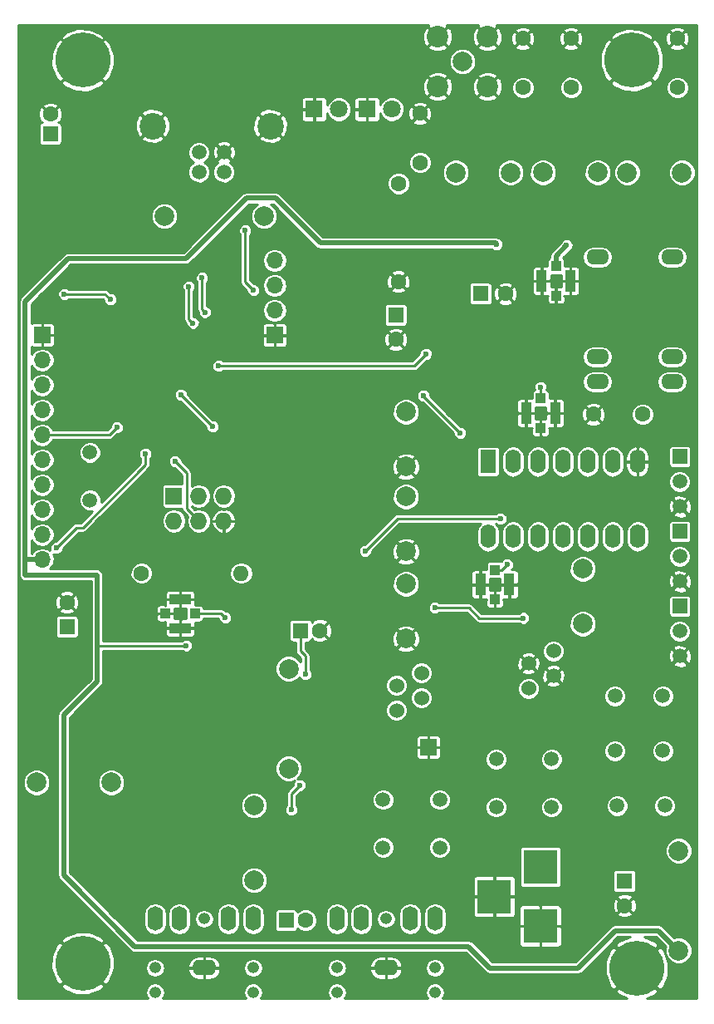
<source format=gbl>
G04 #@! TF.FileFunction,Copper,L2,Bot,Signal*
%FSLAX46Y46*%
G04 Gerber Fmt 4.6, Leading zero omitted, Abs format (unit mm)*
G04 Created by KiCad (PCBNEW 4.0.7) date 09/18/22 11:46:45*
%MOMM*%
%LPD*%
G01*
G04 APERTURE LIST*
%ADD10C,0.100000*%
%ADD11R,1.600000X1.600000*%
%ADD12C,1.600000*%
%ADD13O,2.500000X1.600000*%
%ADD14O,1.200000X1.200000*%
%ADD15O,1.600000X2.500000*%
%ADD16R,2.200000X1.050000*%
%ADD17R,1.000000X1.000000*%
%ADD18R,1.600000X2.400000*%
%ADD19O,1.600000X2.400000*%
%ADD20R,1.700000X1.700000*%
%ADD21O,1.700000X1.700000*%
%ADD22C,5.600000*%
%ADD23C,1.500000*%
%ADD24R,1.727200X1.727200*%
%ADD25O,1.727200X1.727200*%
%ADD26C,2.200000*%
%ADD27C,2.000000*%
%ADD28O,2.300000X1.600000*%
%ADD29O,1.600000X1.600000*%
%ADD30C,1.998980*%
%ADD31C,1.520000*%
%ADD32R,1.520000X1.520000*%
%ADD33R,3.500120X3.500120*%
%ADD34C,2.700000*%
%ADD35R,1.800000X1.800000*%
%ADD36C,1.800000*%
%ADD37R,1.050000X2.200000*%
%ADD38C,1.524000*%
%ADD39C,0.600000*%
%ADD40C,0.250000*%
%ADD41C,0.500000*%
%ADD42C,0.254000*%
G04 APERTURE END LIST*
D10*
D11*
X147600000Y-87775000D03*
D12*
X150100000Y-87775000D03*
D13*
X137922000Y-156464000D03*
D14*
X137922000Y-151464000D03*
D15*
X142922000Y-151464000D03*
X140422000Y-151464000D03*
X135422000Y-151464000D03*
X132922000Y-151464000D03*
D14*
X142922000Y-156464000D03*
X132922000Y-156464000D03*
X142922000Y-158964000D03*
X132922000Y-158964000D03*
D16*
X116950000Y-118900000D03*
X116950000Y-121850000D03*
D17*
X115450000Y-120375000D03*
X118450000Y-120375000D03*
D18*
X148336000Y-104902000D03*
D19*
X163576000Y-112522000D03*
X150876000Y-104902000D03*
X161036000Y-112522000D03*
X153416000Y-104902000D03*
X158496000Y-112522000D03*
X155956000Y-104902000D03*
X155956000Y-112522000D03*
X158496000Y-104902000D03*
X153416000Y-112522000D03*
X161036000Y-104902000D03*
X150876000Y-112522000D03*
X163576000Y-104902000D03*
X148336000Y-112522000D03*
D11*
X127740000Y-151630000D03*
D12*
X129740000Y-151630000D03*
D20*
X126575000Y-92025000D03*
D21*
X126575000Y-89485000D03*
X126575000Y-86945000D03*
X126575000Y-84405000D03*
D22*
X163500000Y-156500000D03*
X107000000Y-64000000D03*
X163000000Y-64000000D03*
D11*
X138925000Y-89950000D03*
D12*
X138925000Y-92450000D03*
D23*
X107725000Y-108825000D03*
X107725000Y-103945000D03*
D24*
X116300000Y-108400000D03*
D25*
X116300000Y-110940000D03*
X118840000Y-108400000D03*
X118840000Y-110940000D03*
X121380000Y-108400000D03*
X121380000Y-110940000D03*
D26*
X143185000Y-61610000D03*
X143185000Y-66690000D03*
X148265000Y-66690000D03*
X148265000Y-61610000D03*
D27*
X145725000Y-64150000D03*
D13*
X119380000Y-156464000D03*
D14*
X119380000Y-151464000D03*
D15*
X124380000Y-151464000D03*
X121880000Y-151464000D03*
X116880000Y-151464000D03*
X114380000Y-151464000D03*
D14*
X124380000Y-156464000D03*
X114380000Y-156464000D03*
X124380000Y-158964000D03*
X114380000Y-158964000D03*
D28*
X159512000Y-84074000D03*
X159512000Y-94234000D03*
X167132000Y-84074000D03*
X167132000Y-94234000D03*
X159512000Y-96774000D03*
X167132000Y-96774000D03*
D12*
X113000000Y-116250000D03*
D29*
X123160000Y-116250000D03*
D30*
X167775000Y-154701260D03*
X167775000Y-144541260D03*
X157988000Y-121412000D03*
X157988000Y-115824000D03*
D31*
X167894000Y-122174000D03*
X167894000Y-124714000D03*
D32*
X167894000Y-119634000D03*
D31*
X167894000Y-106934000D03*
X167894000Y-109474000D03*
D32*
X167894000Y-104394000D03*
D33*
X153670000Y-146199860D03*
X153670000Y-152199340D03*
X148971000Y-149199600D03*
D11*
X103700000Y-71500000D03*
D12*
X103700000Y-69500000D03*
D30*
X125501260Y-79900000D03*
X115341260Y-79900000D03*
D31*
X118860000Y-75400000D03*
X121400000Y-75400000D03*
X121400000Y-73400000D03*
X118860000Y-73400000D03*
D34*
X114130000Y-70700000D03*
X126130000Y-70700000D03*
D11*
X162250000Y-147625000D03*
D12*
X162250000Y-150125000D03*
D11*
X105400000Y-121725000D03*
D12*
X105400000Y-119225000D03*
D31*
X167894000Y-114554000D03*
X167894000Y-117094000D03*
D32*
X167894000Y-112014000D03*
D12*
X141400000Y-74425000D03*
X141400000Y-69425000D03*
X151892000Y-66802000D03*
X151892000Y-61802000D03*
X156800000Y-66800000D03*
X156800000Y-61800000D03*
X167640000Y-66802000D03*
X167640000Y-61802000D03*
X139200000Y-86550000D03*
X139200000Y-76550000D03*
D35*
X130600000Y-69000000D03*
D36*
X133140000Y-69000000D03*
D37*
X152225000Y-99950000D03*
X155175000Y-99950000D03*
D17*
X153700000Y-101450000D03*
X153700000Y-98450000D03*
D37*
X147555000Y-117420000D03*
X150505000Y-117420000D03*
D17*
X149030000Y-118920000D03*
X149030000Y-115920000D03*
D12*
X164084000Y-100076000D03*
X159084000Y-100076000D03*
D35*
X136000000Y-69000000D03*
D36*
X138540000Y-69000000D03*
D30*
X139954000Y-108458000D03*
X139954000Y-114046000D03*
X139954000Y-117348000D03*
X139954000Y-122936000D03*
X139954000Y-99822000D03*
X139954000Y-105410000D03*
X145058000Y-75446000D03*
X150646000Y-75446000D03*
X153924000Y-75438000D03*
X159512000Y-75438000D03*
X162533000Y-75446000D03*
X168121000Y-75446000D03*
D11*
X129200000Y-122100000D03*
D12*
X131200000Y-122100000D03*
D23*
X161290000Y-134366000D03*
X166170000Y-134366000D03*
X161290000Y-128778000D03*
X166170000Y-128778000D03*
X166370000Y-139954000D03*
X161490000Y-139954000D03*
X154800000Y-140090000D03*
X154800000Y-135210000D03*
X149170000Y-135210000D03*
X149170000Y-140090000D03*
X137620000Y-144210000D03*
X137620000Y-139330000D03*
X143410000Y-144210000D03*
X143410000Y-139330000D03*
D38*
X152460000Y-128010000D03*
X155000000Y-126740000D03*
X152460000Y-125470000D03*
X155000000Y-124200000D03*
X139020000Y-130230000D03*
X141560000Y-128960000D03*
X139020000Y-127690000D03*
X141560000Y-126420000D03*
D22*
X107000000Y-156000000D03*
D30*
X128000000Y-125998740D03*
X128000000Y-136158740D03*
D37*
X153800000Y-86475000D03*
X156750000Y-86475000D03*
D17*
X155275000Y-87975000D03*
X155275000Y-84975000D03*
D30*
X124480000Y-147540000D03*
X124480000Y-139920000D03*
X102300000Y-137580000D03*
X109920000Y-137580000D03*
D20*
X102875000Y-92000000D03*
D21*
X102875000Y-94540000D03*
X102875000Y-97080000D03*
X102875000Y-99620000D03*
X102875000Y-102160000D03*
X102875000Y-104700000D03*
X102875000Y-107240000D03*
X102875000Y-109780000D03*
X102875000Y-112320000D03*
X102875000Y-114860000D03*
D20*
X142250000Y-134000000D03*
D39*
X160900000Y-142500000D03*
X157700000Y-142400000D03*
X154400000Y-130200000D03*
X151600000Y-130300000D03*
X151600000Y-133400000D03*
X156400000Y-133500000D03*
X140300000Y-141100000D03*
X145500000Y-139600000D03*
X144600000Y-134800000D03*
X148500000Y-137600000D03*
X151900000Y-140100000D03*
X156200000Y-137200000D03*
X130300000Y-104300000D03*
X126100000Y-105500000D03*
X162000000Y-130750000D03*
X164375000Y-117800000D03*
X160300000Y-116875000D03*
X155925000Y-107950000D03*
X158550000Y-107950000D03*
X160675000Y-109625000D03*
X136350000Y-85650000D03*
X135725000Y-94350000D03*
X136100000Y-89600000D03*
X130325000Y-113850000D03*
X112800000Y-97500000D03*
X129225000Y-117700000D03*
X145500000Y-101975000D03*
X141750000Y-98175000D03*
X123575000Y-81350000D03*
X124425000Y-87450000D03*
X116400000Y-104850000D03*
X120250000Y-101325000D03*
X117000000Y-98075000D03*
X156350000Y-82875000D03*
X117570000Y-123620000D03*
X149200000Y-82750000D03*
X129700000Y-126550000D03*
X153700000Y-97300000D03*
X105125000Y-87825000D03*
X109825000Y-88375000D03*
X150275000Y-115375000D03*
X120850000Y-95150000D03*
X142025000Y-93925000D03*
X149600000Y-110700000D03*
X135800000Y-114000000D03*
X118250000Y-90775000D03*
X117825000Y-87050000D03*
X119475000Y-89675000D03*
X119175000Y-86175000D03*
X142925000Y-119775000D03*
X151925000Y-120825000D03*
X128275000Y-140375000D03*
X129150000Y-137850000D03*
X121550000Y-120800000D03*
X110490000Y-101400000D03*
X113400000Y-104100000D03*
X104300000Y-113700000D03*
D40*
X156200000Y-137200000D02*
X156200000Y-140900000D01*
X156200000Y-140900000D02*
X157700000Y-142400000D01*
X156400000Y-133500000D02*
X156400000Y-137000000D01*
X155425000Y-129175000D02*
X154400000Y-130200000D01*
X151600000Y-130300000D02*
X151600000Y-133400000D01*
X157425000Y-129175000D02*
X155425000Y-129175000D01*
X140300000Y-141100000D02*
X140300000Y-141000000D01*
X145500000Y-135700000D02*
X145500000Y-139600000D01*
X144600000Y-134800000D02*
X145500000Y-135700000D01*
X149400000Y-137600000D02*
X148500000Y-137600000D01*
X151900000Y-140100000D02*
X149400000Y-137600000D01*
X156400000Y-137000000D02*
X156200000Y-137200000D01*
X127300000Y-104300000D02*
X130300000Y-104300000D01*
X126100000Y-105500000D02*
X127300000Y-104300000D01*
X155000000Y-126740000D02*
X155000000Y-126750000D01*
X155000000Y-126750000D02*
X157425000Y-129175000D01*
X157425000Y-129175000D02*
X158975000Y-130725000D01*
X158975000Y-130725000D02*
X162000000Y-130750000D01*
X167025000Y-116225000D02*
X165950000Y-116225000D01*
X165950000Y-116225000D02*
X164375000Y-117800000D01*
X167894000Y-117094000D02*
X167025000Y-116225000D01*
X163576000Y-104902000D02*
X163576000Y-108074000D01*
X158550000Y-107950000D02*
X155925000Y-107950000D01*
X162025000Y-109625000D02*
X160675000Y-109625000D01*
X163576000Y-108074000D02*
X162025000Y-109625000D01*
X138350000Y-85700000D02*
X137750000Y-85100000D01*
X137750000Y-85100000D02*
X136900000Y-85100000D01*
X136900000Y-85100000D02*
X136350000Y-85650000D01*
X139200000Y-86550000D02*
X138350000Y-85700000D01*
X135725000Y-93450000D02*
X135725000Y-94350000D01*
X136100000Y-93075000D02*
X135725000Y-93450000D01*
X136100000Y-89600000D02*
X136100000Y-93075000D01*
X145500000Y-101975000D02*
X141750000Y-98225000D01*
X141750000Y-98225000D02*
X141750000Y-98175000D01*
X123575000Y-86600000D02*
X123575000Y-81350000D01*
X124425000Y-87450000D02*
X123575000Y-86600000D01*
X118840000Y-110940000D02*
X118840000Y-110890000D01*
X118840000Y-110890000D02*
X117600000Y-109650000D01*
X117600000Y-106050000D02*
X116400000Y-104850000D01*
X117600000Y-109650000D02*
X117600000Y-106050000D01*
X120250000Y-101325000D02*
X117000000Y-98075000D01*
D41*
X155275000Y-84975000D02*
X155275000Y-83950000D01*
X155275000Y-83950000D02*
X156350000Y-82875000D01*
D40*
X113610000Y-123620000D02*
X117570000Y-123620000D01*
X113610000Y-123620000D02*
X108475000Y-123620000D01*
D41*
X108475000Y-116450000D02*
X108475000Y-123620000D01*
X101150000Y-116450000D02*
X101150000Y-114860000D01*
X101150000Y-116450000D02*
X108475000Y-116450000D01*
X108475000Y-123620000D02*
X108475000Y-127300000D01*
X105050000Y-130825000D02*
X105050000Y-135775000D01*
X165725000Y-152675000D02*
X161325000Y-152675000D01*
X161325000Y-152675000D02*
X157525000Y-156475000D01*
X157525000Y-156475000D02*
X148550000Y-156475000D01*
X148550000Y-156475000D02*
X146350000Y-154275000D01*
X146350000Y-154275000D02*
X112325000Y-154275000D01*
X112325000Y-154275000D02*
X105050000Y-147000000D01*
X105050000Y-147000000D02*
X105050000Y-135775000D01*
X167751260Y-154701260D02*
X165725000Y-152675000D01*
X105050000Y-130725000D02*
X105050000Y-130825000D01*
X108475000Y-127300000D02*
X105050000Y-130725000D01*
X102875000Y-114860000D02*
X101150000Y-114860000D01*
X123687500Y-78062500D02*
X126662500Y-78062500D01*
X167775000Y-154701260D02*
X167751260Y-154701260D01*
X101150000Y-114860000D02*
X101150000Y-88575000D01*
X101150000Y-88575000D02*
X105525000Y-84200000D01*
X105525000Y-84200000D02*
X117550000Y-84200000D01*
X117550000Y-84200000D02*
X123687500Y-78062500D01*
X126662500Y-78062500D02*
X131225000Y-82625000D01*
X131225000Y-82625000D02*
X149075000Y-82625000D01*
X149075000Y-82625000D02*
X149200000Y-82750000D01*
D40*
X129700000Y-126550000D02*
X129700000Y-124700000D01*
X129200000Y-124200000D02*
X129200000Y-122100000D01*
X129700000Y-124700000D02*
X129200000Y-124200000D01*
X153700000Y-98450000D02*
X153700000Y-97300000D01*
X109275000Y-87825000D02*
X105125000Y-87825000D01*
X109825000Y-88375000D02*
X109275000Y-87825000D01*
X149030000Y-115920000D02*
X149730000Y-115920000D01*
X149730000Y-115920000D02*
X150275000Y-115375000D01*
X149030000Y-115780000D02*
X149030000Y-115920000D01*
X140800000Y-95150000D02*
X120850000Y-95150000D01*
X142025000Y-93925000D02*
X140800000Y-95150000D01*
X139100000Y-110700000D02*
X149600000Y-110700000D01*
X135800000Y-114000000D02*
X139100000Y-110700000D01*
X118225000Y-90775000D02*
X118250000Y-90775000D01*
X117825000Y-90375000D02*
X118225000Y-90775000D01*
X117825000Y-87050000D02*
X117825000Y-90375000D01*
X119475000Y-89675000D02*
X119175000Y-89375000D01*
X119175000Y-89375000D02*
X119175000Y-86175000D01*
X151925000Y-120825000D02*
X147450000Y-120825000D01*
X146400000Y-119775000D02*
X142925000Y-119775000D01*
X147450000Y-120825000D02*
X146400000Y-119775000D01*
X128275000Y-138725000D02*
X128275000Y-140375000D01*
X129150000Y-137850000D02*
X128275000Y-138725000D01*
X118450000Y-120375000D02*
X121125000Y-120375000D01*
X121125000Y-120375000D02*
X121550000Y-120800000D01*
X102830000Y-102170000D02*
X109720000Y-102170000D01*
X109720000Y-102170000D02*
X110490000Y-101400000D01*
X113400000Y-104100000D02*
X113400000Y-105200000D01*
X106400000Y-111600000D02*
X104300000Y-113700000D01*
X107000000Y-111600000D02*
X106400000Y-111600000D01*
X113400000Y-105200000D02*
X107000000Y-111600000D01*
D42*
G36*
X142175970Y-60568443D02*
X143185000Y-61577473D01*
X144194030Y-60568443D01*
X144127146Y-60431000D01*
X147322854Y-60431000D01*
X147255970Y-60568443D01*
X148265000Y-61577473D01*
X149274030Y-60568443D01*
X149207146Y-60431000D01*
X169569000Y-60431000D01*
X169569000Y-159569000D01*
X164507143Y-159569000D01*
X165238703Y-159293288D01*
X165415289Y-159175299D01*
X165734732Y-158767259D01*
X163500000Y-156532527D01*
X161265268Y-158767259D01*
X161584711Y-159175299D01*
X162454659Y-159569000D01*
X143694140Y-159569000D01*
X143847545Y-159339412D01*
X143922219Y-158964000D01*
X143847545Y-158588588D01*
X143634891Y-158270328D01*
X143316631Y-158057674D01*
X142941219Y-157983000D01*
X142902781Y-157983000D01*
X142527369Y-158057674D01*
X142209109Y-158270328D01*
X141996455Y-158588588D01*
X141921781Y-158964000D01*
X141996455Y-159339412D01*
X142149860Y-159569000D01*
X133694140Y-159569000D01*
X133847545Y-159339412D01*
X133922219Y-158964000D01*
X133847545Y-158588588D01*
X133634891Y-158270328D01*
X133316631Y-158057674D01*
X132941219Y-157983000D01*
X132902781Y-157983000D01*
X132527369Y-158057674D01*
X132209109Y-158270328D01*
X131996455Y-158588588D01*
X131921781Y-158964000D01*
X131996455Y-159339412D01*
X132149860Y-159569000D01*
X125152140Y-159569000D01*
X125305545Y-159339412D01*
X125380219Y-158964000D01*
X125305545Y-158588588D01*
X125092891Y-158270328D01*
X124774631Y-158057674D01*
X124399219Y-157983000D01*
X124360781Y-157983000D01*
X123985369Y-158057674D01*
X123667109Y-158270328D01*
X123454455Y-158588588D01*
X123379781Y-158964000D01*
X123454455Y-159339412D01*
X123607860Y-159569000D01*
X115152140Y-159569000D01*
X115305545Y-159339412D01*
X115380219Y-158964000D01*
X115305545Y-158588588D01*
X115092891Y-158270328D01*
X114774631Y-158057674D01*
X114399219Y-157983000D01*
X114360781Y-157983000D01*
X113985369Y-158057674D01*
X113667109Y-158270328D01*
X113454455Y-158588588D01*
X113379781Y-158964000D01*
X113454455Y-159339412D01*
X113607860Y-159569000D01*
X100431000Y-159569000D01*
X100431000Y-158267259D01*
X104765268Y-158267259D01*
X105084711Y-158675299D01*
X106254296Y-159204603D01*
X107537408Y-159246035D01*
X108738703Y-158793288D01*
X108915289Y-158675299D01*
X109234732Y-158267259D01*
X107000000Y-156032527D01*
X104765268Y-158267259D01*
X100431000Y-158267259D01*
X100431000Y-156537408D01*
X103753965Y-156537408D01*
X104206712Y-157738703D01*
X104324701Y-157915289D01*
X104732741Y-158234732D01*
X106967473Y-156000000D01*
X107032527Y-156000000D01*
X109267259Y-158234732D01*
X109675299Y-157915289D01*
X110204603Y-156745704D01*
X110213699Y-156464000D01*
X113379781Y-156464000D01*
X113454455Y-156839412D01*
X113667109Y-157157672D01*
X113985369Y-157370326D01*
X114360781Y-157445000D01*
X114399219Y-157445000D01*
X114774631Y-157370326D01*
X115092891Y-157157672D01*
X115305545Y-156839412D01*
X115337526Y-156678628D01*
X117721918Y-156678628D01*
X117787599Y-156912303D01*
X118046117Y-157315356D01*
X118439198Y-157588798D01*
X118907000Y-157691000D01*
X119357000Y-157691000D01*
X119357000Y-156487000D01*
X119403000Y-156487000D01*
X119403000Y-157691000D01*
X119853000Y-157691000D01*
X120320802Y-157588798D01*
X120713883Y-157315356D01*
X120972401Y-156912303D01*
X121038082Y-156678628D01*
X120950014Y-156487000D01*
X119403000Y-156487000D01*
X119357000Y-156487000D01*
X117809986Y-156487000D01*
X117721918Y-156678628D01*
X115337526Y-156678628D01*
X115380219Y-156464000D01*
X123379781Y-156464000D01*
X123454455Y-156839412D01*
X123667109Y-157157672D01*
X123985369Y-157370326D01*
X124360781Y-157445000D01*
X124399219Y-157445000D01*
X124774631Y-157370326D01*
X125092891Y-157157672D01*
X125305545Y-156839412D01*
X125380219Y-156464000D01*
X131921781Y-156464000D01*
X131996455Y-156839412D01*
X132209109Y-157157672D01*
X132527369Y-157370326D01*
X132902781Y-157445000D01*
X132941219Y-157445000D01*
X133316631Y-157370326D01*
X133634891Y-157157672D01*
X133847545Y-156839412D01*
X133879526Y-156678628D01*
X136263918Y-156678628D01*
X136329599Y-156912303D01*
X136588117Y-157315356D01*
X136981198Y-157588798D01*
X137449000Y-157691000D01*
X137899000Y-157691000D01*
X137899000Y-156487000D01*
X137945000Y-156487000D01*
X137945000Y-157691000D01*
X138395000Y-157691000D01*
X138862802Y-157588798D01*
X139255883Y-157315356D01*
X139514401Y-156912303D01*
X139580082Y-156678628D01*
X139492014Y-156487000D01*
X137945000Y-156487000D01*
X137899000Y-156487000D01*
X136351986Y-156487000D01*
X136263918Y-156678628D01*
X133879526Y-156678628D01*
X133922219Y-156464000D01*
X141921781Y-156464000D01*
X141996455Y-156839412D01*
X142209109Y-157157672D01*
X142527369Y-157370326D01*
X142902781Y-157445000D01*
X142941219Y-157445000D01*
X143316631Y-157370326D01*
X143634891Y-157157672D01*
X143847545Y-156839412D01*
X143922219Y-156464000D01*
X143847545Y-156088588D01*
X143634891Y-155770328D01*
X143316631Y-155557674D01*
X142941219Y-155483000D01*
X142902781Y-155483000D01*
X142527369Y-155557674D01*
X142209109Y-155770328D01*
X141996455Y-156088588D01*
X141921781Y-156464000D01*
X133922219Y-156464000D01*
X133879527Y-156249372D01*
X136263918Y-156249372D01*
X136351986Y-156441000D01*
X137899000Y-156441000D01*
X137899000Y-155237000D01*
X137945000Y-155237000D01*
X137945000Y-156441000D01*
X139492014Y-156441000D01*
X139580082Y-156249372D01*
X139514401Y-156015697D01*
X139255883Y-155612644D01*
X138862802Y-155339202D01*
X138395000Y-155237000D01*
X137945000Y-155237000D01*
X137899000Y-155237000D01*
X137449000Y-155237000D01*
X136981198Y-155339202D01*
X136588117Y-155612644D01*
X136329599Y-156015697D01*
X136263918Y-156249372D01*
X133879527Y-156249372D01*
X133847545Y-156088588D01*
X133634891Y-155770328D01*
X133316631Y-155557674D01*
X132941219Y-155483000D01*
X132902781Y-155483000D01*
X132527369Y-155557674D01*
X132209109Y-155770328D01*
X131996455Y-156088588D01*
X131921781Y-156464000D01*
X125380219Y-156464000D01*
X125305545Y-156088588D01*
X125092891Y-155770328D01*
X124774631Y-155557674D01*
X124399219Y-155483000D01*
X124360781Y-155483000D01*
X123985369Y-155557674D01*
X123667109Y-155770328D01*
X123454455Y-156088588D01*
X123379781Y-156464000D01*
X115380219Y-156464000D01*
X115337527Y-156249372D01*
X117721918Y-156249372D01*
X117809986Y-156441000D01*
X119357000Y-156441000D01*
X119357000Y-155237000D01*
X119403000Y-155237000D01*
X119403000Y-156441000D01*
X120950014Y-156441000D01*
X121038082Y-156249372D01*
X120972401Y-156015697D01*
X120713883Y-155612644D01*
X120320802Y-155339202D01*
X119853000Y-155237000D01*
X119403000Y-155237000D01*
X119357000Y-155237000D01*
X118907000Y-155237000D01*
X118439198Y-155339202D01*
X118046117Y-155612644D01*
X117787599Y-156015697D01*
X117721918Y-156249372D01*
X115337527Y-156249372D01*
X115305545Y-156088588D01*
X115092891Y-155770328D01*
X114774631Y-155557674D01*
X114399219Y-155483000D01*
X114360781Y-155483000D01*
X113985369Y-155557674D01*
X113667109Y-155770328D01*
X113454455Y-156088588D01*
X113379781Y-156464000D01*
X110213699Y-156464000D01*
X110246035Y-155462592D01*
X109793288Y-154261297D01*
X109675299Y-154084711D01*
X109267259Y-153765268D01*
X107032527Y-156000000D01*
X106967473Y-156000000D01*
X104732741Y-153765268D01*
X104324701Y-154084711D01*
X103795397Y-155254296D01*
X103753965Y-156537408D01*
X100431000Y-156537408D01*
X100431000Y-153732741D01*
X104765268Y-153732741D01*
X107000000Y-155967473D01*
X109234732Y-153732741D01*
X108915289Y-153324701D01*
X107745704Y-152795397D01*
X106462592Y-152753965D01*
X105261297Y-153206712D01*
X105084711Y-153324701D01*
X104765268Y-153732741D01*
X100431000Y-153732741D01*
X100431000Y-137853392D01*
X100919271Y-137853392D01*
X101128995Y-138360963D01*
X101516994Y-138749640D01*
X102024199Y-138960249D01*
X102573392Y-138960729D01*
X103080963Y-138751005D01*
X103469640Y-138363006D01*
X103680249Y-137855801D01*
X103680729Y-137306608D01*
X103471005Y-136799037D01*
X103083006Y-136410360D01*
X102575801Y-136199751D01*
X102026608Y-136199271D01*
X101519037Y-136408995D01*
X101130360Y-136796994D01*
X100919751Y-137304199D01*
X100919271Y-137853392D01*
X100431000Y-137853392D01*
X100431000Y-120925000D01*
X104211536Y-120925000D01*
X104211536Y-122525000D01*
X104238103Y-122666190D01*
X104321546Y-122795865D01*
X104448866Y-122882859D01*
X104600000Y-122913464D01*
X106200000Y-122913464D01*
X106341190Y-122886897D01*
X106470865Y-122803454D01*
X106557859Y-122676134D01*
X106588464Y-122525000D01*
X106588464Y-120925000D01*
X106561897Y-120783810D01*
X106478454Y-120654135D01*
X106351134Y-120567141D01*
X106200000Y-120536536D01*
X104600000Y-120536536D01*
X104458810Y-120563103D01*
X104329135Y-120646546D01*
X104242141Y-120773866D01*
X104211536Y-120925000D01*
X100431000Y-120925000D01*
X100431000Y-120050234D01*
X104607293Y-120050234D01*
X104683390Y-120250459D01*
X105130365Y-120446636D01*
X105618389Y-120456829D01*
X106073166Y-120279487D01*
X106116610Y-120250459D01*
X106192707Y-120050234D01*
X105400000Y-119257527D01*
X104607293Y-120050234D01*
X100431000Y-120050234D01*
X100431000Y-119443389D01*
X104168171Y-119443389D01*
X104345513Y-119898166D01*
X104374541Y-119941610D01*
X104574766Y-120017707D01*
X105367473Y-119225000D01*
X105432527Y-119225000D01*
X106225234Y-120017707D01*
X106425459Y-119941610D01*
X106621636Y-119494635D01*
X106631829Y-119006611D01*
X106454487Y-118551834D01*
X106425459Y-118508390D01*
X106225234Y-118432293D01*
X105432527Y-119225000D01*
X105367473Y-119225000D01*
X104574766Y-118432293D01*
X104374541Y-118508390D01*
X104178364Y-118955365D01*
X104168171Y-119443389D01*
X100431000Y-119443389D01*
X100431000Y-118399766D01*
X104607293Y-118399766D01*
X105400000Y-119192473D01*
X106192707Y-118399766D01*
X106116610Y-118199541D01*
X105669635Y-118003364D01*
X105181611Y-117993171D01*
X104726834Y-118170513D01*
X104683390Y-118199541D01*
X104607293Y-118399766D01*
X100431000Y-118399766D01*
X100431000Y-88575000D01*
X100519000Y-88575000D01*
X100519000Y-116450000D01*
X100567032Y-116691473D01*
X100703816Y-116896184D01*
X100908527Y-117032968D01*
X101150000Y-117081000D01*
X107844000Y-117081000D01*
X107844000Y-127038631D01*
X104603816Y-130278816D01*
X104467032Y-130483527D01*
X104419000Y-130725000D01*
X104419000Y-147000000D01*
X104460307Y-147207664D01*
X104467032Y-147241473D01*
X104603816Y-147446184D01*
X111878816Y-154721185D01*
X112083527Y-154857968D01*
X112325000Y-154906000D01*
X146088632Y-154906000D01*
X148103816Y-156921184D01*
X148308527Y-157057968D01*
X148550000Y-157106000D01*
X157525000Y-157106000D01*
X157766473Y-157057968D01*
X157797243Y-157037408D01*
X160253965Y-157037408D01*
X160706712Y-158238703D01*
X160824701Y-158415289D01*
X161232741Y-158734732D01*
X163467473Y-156500000D01*
X163532527Y-156500000D01*
X165767259Y-158734732D01*
X166175299Y-158415289D01*
X166704603Y-157245704D01*
X166746035Y-155962592D01*
X166293288Y-154761297D01*
X166175299Y-154584711D01*
X165767259Y-154265268D01*
X163532527Y-156500000D01*
X163467473Y-156500000D01*
X161232741Y-154265268D01*
X160824701Y-154584711D01*
X160295397Y-155754296D01*
X160253965Y-157037408D01*
X157797243Y-157037408D01*
X157971184Y-156921184D01*
X161586369Y-153306000D01*
X162824525Y-153306000D01*
X161761297Y-153706712D01*
X161584711Y-153824701D01*
X161265268Y-154232741D01*
X163500000Y-156467473D01*
X165734732Y-154232741D01*
X165415289Y-153824701D01*
X164269133Y-153306000D01*
X165463632Y-153306000D01*
X166450010Y-154292379D01*
X166394751Y-154425459D01*
X166394271Y-154974652D01*
X166603995Y-155482223D01*
X166991994Y-155870900D01*
X167499199Y-156081509D01*
X168048392Y-156081989D01*
X168555963Y-155872265D01*
X168944640Y-155484266D01*
X169155249Y-154977061D01*
X169155729Y-154427868D01*
X168946005Y-153920297D01*
X168558006Y-153531620D01*
X168050801Y-153321011D01*
X167501608Y-153320531D01*
X167332694Y-153390325D01*
X166171184Y-152228816D01*
X165966473Y-152092032D01*
X165725000Y-152044000D01*
X161325000Y-152044000D01*
X161083527Y-152092032D01*
X160878816Y-152228815D01*
X157263632Y-155844000D01*
X148811368Y-155844000D01*
X146796184Y-153828816D01*
X146591473Y-153692032D01*
X146350000Y-153644000D01*
X112586369Y-153644000D01*
X109924416Y-150982047D01*
X113199000Y-150982047D01*
X113199000Y-151945953D01*
X113288898Y-152397902D01*
X113544907Y-152781046D01*
X113928051Y-153037055D01*
X114380000Y-153126953D01*
X114831949Y-153037055D01*
X115215093Y-152781046D01*
X115471102Y-152397902D01*
X115561000Y-151945953D01*
X115561000Y-150982047D01*
X115699000Y-150982047D01*
X115699000Y-151945953D01*
X115788898Y-152397902D01*
X116044907Y-152781046D01*
X116428051Y-153037055D01*
X116880000Y-153126953D01*
X117331949Y-153037055D01*
X117715093Y-152781046D01*
X117971102Y-152397902D01*
X118061000Y-151945953D01*
X118061000Y-151464000D01*
X118379781Y-151464000D01*
X118454455Y-151839412D01*
X118667109Y-152157672D01*
X118985369Y-152370326D01*
X119360781Y-152445000D01*
X119399219Y-152445000D01*
X119774631Y-152370326D01*
X120092891Y-152157672D01*
X120305545Y-151839412D01*
X120380219Y-151464000D01*
X120305545Y-151088588D01*
X120234357Y-150982047D01*
X120699000Y-150982047D01*
X120699000Y-151945953D01*
X120788898Y-152397902D01*
X121044907Y-152781046D01*
X121428051Y-153037055D01*
X121880000Y-153126953D01*
X122331949Y-153037055D01*
X122715093Y-152781046D01*
X122971102Y-152397902D01*
X123061000Y-151945953D01*
X123061000Y-150982047D01*
X123199000Y-150982047D01*
X123199000Y-151945953D01*
X123288898Y-152397902D01*
X123544907Y-152781046D01*
X123928051Y-153037055D01*
X124380000Y-153126953D01*
X124831949Y-153037055D01*
X125215093Y-152781046D01*
X125471102Y-152397902D01*
X125561000Y-151945953D01*
X125561000Y-150982047D01*
X125530757Y-150830000D01*
X126551536Y-150830000D01*
X126551536Y-152430000D01*
X126578103Y-152571190D01*
X126661546Y-152700865D01*
X126788866Y-152787859D01*
X126940000Y-152818464D01*
X128540000Y-152818464D01*
X128681190Y-152791897D01*
X128810865Y-152708454D01*
X128897859Y-152581134D01*
X128918583Y-152478794D01*
X129070144Y-152630619D01*
X129504054Y-152810794D01*
X129973885Y-152811204D01*
X130408109Y-152631787D01*
X130740619Y-152299856D01*
X130920794Y-151865946D01*
X130921204Y-151396115D01*
X130750116Y-150982047D01*
X131741000Y-150982047D01*
X131741000Y-151945953D01*
X131830898Y-152397902D01*
X132086907Y-152781046D01*
X132470051Y-153037055D01*
X132922000Y-153126953D01*
X133373949Y-153037055D01*
X133757093Y-152781046D01*
X134013102Y-152397902D01*
X134103000Y-151945953D01*
X134103000Y-150982047D01*
X134241000Y-150982047D01*
X134241000Y-151945953D01*
X134330898Y-152397902D01*
X134586907Y-152781046D01*
X134970051Y-153037055D01*
X135422000Y-153126953D01*
X135873949Y-153037055D01*
X136257093Y-152781046D01*
X136513102Y-152397902D01*
X136603000Y-151945953D01*
X136603000Y-151464000D01*
X136921781Y-151464000D01*
X136996455Y-151839412D01*
X137209109Y-152157672D01*
X137527369Y-152370326D01*
X137902781Y-152445000D01*
X137941219Y-152445000D01*
X138316631Y-152370326D01*
X138634891Y-152157672D01*
X138847545Y-151839412D01*
X138922219Y-151464000D01*
X138847545Y-151088588D01*
X138776357Y-150982047D01*
X139241000Y-150982047D01*
X139241000Y-151945953D01*
X139330898Y-152397902D01*
X139586907Y-152781046D01*
X139970051Y-153037055D01*
X140422000Y-153126953D01*
X140873949Y-153037055D01*
X141257093Y-152781046D01*
X141513102Y-152397902D01*
X141603000Y-151945953D01*
X141603000Y-150982047D01*
X141741000Y-150982047D01*
X141741000Y-151945953D01*
X141830898Y-152397902D01*
X142086907Y-152781046D01*
X142470051Y-153037055D01*
X142922000Y-153126953D01*
X143373949Y-153037055D01*
X143757093Y-152781046D01*
X144013102Y-152397902D01*
X144026789Y-152329090D01*
X151492940Y-152329090D01*
X151492940Y-154034335D01*
X151557947Y-154191276D01*
X151678064Y-154311393D01*
X151835004Y-154376400D01*
X153540250Y-154376400D01*
X153647000Y-154269650D01*
X153647000Y-152222340D01*
X153693000Y-152222340D01*
X153693000Y-154269650D01*
X153799750Y-154376400D01*
X155504996Y-154376400D01*
X155661936Y-154311393D01*
X155782053Y-154191276D01*
X155847060Y-154034335D01*
X155847060Y-152329090D01*
X155740310Y-152222340D01*
X153693000Y-152222340D01*
X153647000Y-152222340D01*
X151599690Y-152222340D01*
X151492940Y-152329090D01*
X144026789Y-152329090D01*
X144103000Y-151945953D01*
X144103000Y-150982047D01*
X144013102Y-150530098D01*
X143757093Y-150146954D01*
X143373949Y-149890945D01*
X142922000Y-149801047D01*
X142470051Y-149890945D01*
X142086907Y-150146954D01*
X141830898Y-150530098D01*
X141741000Y-150982047D01*
X141603000Y-150982047D01*
X141513102Y-150530098D01*
X141257093Y-150146954D01*
X140873949Y-149890945D01*
X140422000Y-149801047D01*
X139970051Y-149890945D01*
X139586907Y-150146954D01*
X139330898Y-150530098D01*
X139241000Y-150982047D01*
X138776357Y-150982047D01*
X138634891Y-150770328D01*
X138316631Y-150557674D01*
X137941219Y-150483000D01*
X137902781Y-150483000D01*
X137527369Y-150557674D01*
X137209109Y-150770328D01*
X136996455Y-151088588D01*
X136921781Y-151464000D01*
X136603000Y-151464000D01*
X136603000Y-150982047D01*
X136513102Y-150530098D01*
X136257093Y-150146954D01*
X135873949Y-149890945D01*
X135422000Y-149801047D01*
X134970051Y-149890945D01*
X134586907Y-150146954D01*
X134330898Y-150530098D01*
X134241000Y-150982047D01*
X134103000Y-150982047D01*
X134013102Y-150530098D01*
X133757093Y-150146954D01*
X133373949Y-149890945D01*
X132922000Y-149801047D01*
X132470051Y-149890945D01*
X132086907Y-150146954D01*
X131830898Y-150530098D01*
X131741000Y-150982047D01*
X130750116Y-150982047D01*
X130741787Y-150961891D01*
X130409856Y-150629381D01*
X129975946Y-150449206D01*
X129506115Y-150448796D01*
X129071891Y-150628213D01*
X128919180Y-150780658D01*
X128901897Y-150688810D01*
X128818454Y-150559135D01*
X128691134Y-150472141D01*
X128540000Y-150441536D01*
X126940000Y-150441536D01*
X126798810Y-150468103D01*
X126669135Y-150551546D01*
X126582141Y-150678866D01*
X126551536Y-150830000D01*
X125530757Y-150830000D01*
X125471102Y-150530098D01*
X125215093Y-150146954D01*
X124831949Y-149890945D01*
X124380000Y-149801047D01*
X123928051Y-149890945D01*
X123544907Y-150146954D01*
X123288898Y-150530098D01*
X123199000Y-150982047D01*
X123061000Y-150982047D01*
X122971102Y-150530098D01*
X122715093Y-150146954D01*
X122331949Y-149890945D01*
X121880000Y-149801047D01*
X121428051Y-149890945D01*
X121044907Y-150146954D01*
X120788898Y-150530098D01*
X120699000Y-150982047D01*
X120234357Y-150982047D01*
X120092891Y-150770328D01*
X119774631Y-150557674D01*
X119399219Y-150483000D01*
X119360781Y-150483000D01*
X118985369Y-150557674D01*
X118667109Y-150770328D01*
X118454455Y-151088588D01*
X118379781Y-151464000D01*
X118061000Y-151464000D01*
X118061000Y-150982047D01*
X117971102Y-150530098D01*
X117715093Y-150146954D01*
X117331949Y-149890945D01*
X116880000Y-149801047D01*
X116428051Y-149890945D01*
X116044907Y-150146954D01*
X115788898Y-150530098D01*
X115699000Y-150982047D01*
X115561000Y-150982047D01*
X115471102Y-150530098D01*
X115215093Y-150146954D01*
X114831949Y-149890945D01*
X114380000Y-149801047D01*
X113928051Y-149890945D01*
X113544907Y-150146954D01*
X113288898Y-150530098D01*
X113199000Y-150982047D01*
X109924416Y-150982047D01*
X108271719Y-149329350D01*
X146793940Y-149329350D01*
X146793940Y-151034595D01*
X146858947Y-151191536D01*
X146979064Y-151311653D01*
X147136004Y-151376660D01*
X148841250Y-151376660D01*
X148948000Y-151269910D01*
X148948000Y-149222600D01*
X148994000Y-149222600D01*
X148994000Y-151269910D01*
X149100750Y-151376660D01*
X150805996Y-151376660D01*
X150962936Y-151311653D01*
X151083053Y-151191536D01*
X151148060Y-151034595D01*
X151148060Y-150364345D01*
X151492940Y-150364345D01*
X151492940Y-152069590D01*
X151599690Y-152176340D01*
X153647000Y-152176340D01*
X153647000Y-150129030D01*
X153693000Y-150129030D01*
X153693000Y-152176340D01*
X155740310Y-152176340D01*
X155847060Y-152069590D01*
X155847060Y-150950234D01*
X161457293Y-150950234D01*
X161533390Y-151150459D01*
X161980365Y-151346636D01*
X162468389Y-151356829D01*
X162923166Y-151179487D01*
X162966610Y-151150459D01*
X163042707Y-150950234D01*
X162250000Y-150157527D01*
X161457293Y-150950234D01*
X155847060Y-150950234D01*
X155847060Y-150364345D01*
X155838380Y-150343389D01*
X161018171Y-150343389D01*
X161195513Y-150798166D01*
X161224541Y-150841610D01*
X161424766Y-150917707D01*
X162217473Y-150125000D01*
X162282527Y-150125000D01*
X163075234Y-150917707D01*
X163275459Y-150841610D01*
X163471636Y-150394635D01*
X163481829Y-149906611D01*
X163304487Y-149451834D01*
X163275459Y-149408390D01*
X163075234Y-149332293D01*
X162282527Y-150125000D01*
X162217473Y-150125000D01*
X161424766Y-149332293D01*
X161224541Y-149408390D01*
X161028364Y-149855365D01*
X161018171Y-150343389D01*
X155838380Y-150343389D01*
X155782053Y-150207404D01*
X155661936Y-150087287D01*
X155504996Y-150022280D01*
X153799750Y-150022280D01*
X153693000Y-150129030D01*
X153647000Y-150129030D01*
X153540250Y-150022280D01*
X151835004Y-150022280D01*
X151678064Y-150087287D01*
X151557947Y-150207404D01*
X151492940Y-150364345D01*
X151148060Y-150364345D01*
X151148060Y-149329350D01*
X151118476Y-149299766D01*
X161457293Y-149299766D01*
X162250000Y-150092473D01*
X163042707Y-149299766D01*
X162966610Y-149099541D01*
X162519635Y-148903364D01*
X162031611Y-148893171D01*
X161576834Y-149070513D01*
X161533390Y-149099541D01*
X161457293Y-149299766D01*
X151118476Y-149299766D01*
X151041310Y-149222600D01*
X148994000Y-149222600D01*
X148948000Y-149222600D01*
X146900690Y-149222600D01*
X146793940Y-149329350D01*
X108271719Y-149329350D01*
X106755761Y-147813392D01*
X123099271Y-147813392D01*
X123308995Y-148320963D01*
X123696994Y-148709640D01*
X124204199Y-148920249D01*
X124753392Y-148920729D01*
X125260963Y-148711005D01*
X125649640Y-148323006D01*
X125860249Y-147815801D01*
X125860643Y-147364605D01*
X146793940Y-147364605D01*
X146793940Y-149069850D01*
X146900690Y-149176600D01*
X148948000Y-149176600D01*
X148948000Y-147129290D01*
X148994000Y-147129290D01*
X148994000Y-149176600D01*
X151041310Y-149176600D01*
X151148060Y-149069850D01*
X151148060Y-147364605D01*
X151083053Y-147207664D01*
X150962936Y-147087547D01*
X150805996Y-147022540D01*
X149100750Y-147022540D01*
X148994000Y-147129290D01*
X148948000Y-147129290D01*
X148841250Y-147022540D01*
X147136004Y-147022540D01*
X146979064Y-147087547D01*
X146858947Y-147207664D01*
X146793940Y-147364605D01*
X125860643Y-147364605D01*
X125860729Y-147266608D01*
X125651005Y-146759037D01*
X125263006Y-146370360D01*
X124755801Y-146159751D01*
X124206608Y-146159271D01*
X123699037Y-146368995D01*
X123310360Y-146756994D01*
X123099751Y-147264199D01*
X123099271Y-147813392D01*
X106755761Y-147813392D01*
X105681000Y-146738632D01*
X105681000Y-144433983D01*
X136488804Y-144433983D01*
X136660625Y-144849823D01*
X136978503Y-145168256D01*
X137394043Y-145340804D01*
X137843983Y-145341196D01*
X138259823Y-145169375D01*
X138578256Y-144851497D01*
X138750804Y-144435957D01*
X138750805Y-144433983D01*
X142278804Y-144433983D01*
X142450625Y-144849823D01*
X142768503Y-145168256D01*
X143184043Y-145340804D01*
X143633983Y-145341196D01*
X144049823Y-145169375D01*
X144368256Y-144851497D01*
X144535055Y-144449800D01*
X151531476Y-144449800D01*
X151531476Y-147949920D01*
X151558043Y-148091110D01*
X151641486Y-148220785D01*
X151768806Y-148307779D01*
X151919940Y-148338384D01*
X155420060Y-148338384D01*
X155561250Y-148311817D01*
X155690925Y-148228374D01*
X155777919Y-148101054D01*
X155808524Y-147949920D01*
X155808524Y-146825000D01*
X161061536Y-146825000D01*
X161061536Y-148425000D01*
X161088103Y-148566190D01*
X161171546Y-148695865D01*
X161298866Y-148782859D01*
X161450000Y-148813464D01*
X163050000Y-148813464D01*
X163191190Y-148786897D01*
X163320865Y-148703454D01*
X163407859Y-148576134D01*
X163438464Y-148425000D01*
X163438464Y-146825000D01*
X163411897Y-146683810D01*
X163328454Y-146554135D01*
X163201134Y-146467141D01*
X163050000Y-146436536D01*
X161450000Y-146436536D01*
X161308810Y-146463103D01*
X161179135Y-146546546D01*
X161092141Y-146673866D01*
X161061536Y-146825000D01*
X155808524Y-146825000D01*
X155808524Y-144814652D01*
X166394271Y-144814652D01*
X166603995Y-145322223D01*
X166991994Y-145710900D01*
X167499199Y-145921509D01*
X168048392Y-145921989D01*
X168555963Y-145712265D01*
X168944640Y-145324266D01*
X169155249Y-144817061D01*
X169155729Y-144267868D01*
X168946005Y-143760297D01*
X168558006Y-143371620D01*
X168050801Y-143161011D01*
X167501608Y-143160531D01*
X166994037Y-143370255D01*
X166605360Y-143758254D01*
X166394751Y-144265459D01*
X166394271Y-144814652D01*
X155808524Y-144814652D01*
X155808524Y-144449800D01*
X155781957Y-144308610D01*
X155698514Y-144178935D01*
X155571194Y-144091941D01*
X155420060Y-144061336D01*
X151919940Y-144061336D01*
X151778750Y-144087903D01*
X151649075Y-144171346D01*
X151562081Y-144298666D01*
X151531476Y-144449800D01*
X144535055Y-144449800D01*
X144540804Y-144435957D01*
X144541196Y-143986017D01*
X144369375Y-143570177D01*
X144051497Y-143251744D01*
X143635957Y-143079196D01*
X143186017Y-143078804D01*
X142770177Y-143250625D01*
X142451744Y-143568503D01*
X142279196Y-143984043D01*
X142278804Y-144433983D01*
X138750805Y-144433983D01*
X138751196Y-143986017D01*
X138579375Y-143570177D01*
X138261497Y-143251744D01*
X137845957Y-143079196D01*
X137396017Y-143078804D01*
X136980177Y-143250625D01*
X136661744Y-143568503D01*
X136489196Y-143984043D01*
X136488804Y-144433983D01*
X105681000Y-144433983D01*
X105681000Y-140193392D01*
X123099271Y-140193392D01*
X123308995Y-140700963D01*
X123696994Y-141089640D01*
X124204199Y-141300249D01*
X124753392Y-141300729D01*
X125260963Y-141091005D01*
X125649640Y-140703006D01*
X125860249Y-140195801D01*
X125860729Y-139646608D01*
X125651005Y-139139037D01*
X125263006Y-138750360D01*
X124755801Y-138539751D01*
X124206608Y-138539271D01*
X123699037Y-138748995D01*
X123310360Y-139136994D01*
X123099751Y-139644199D01*
X123099271Y-140193392D01*
X105681000Y-140193392D01*
X105681000Y-137853392D01*
X108539271Y-137853392D01*
X108748995Y-138360963D01*
X109136994Y-138749640D01*
X109644199Y-138960249D01*
X110193392Y-138960729D01*
X110700963Y-138751005D01*
X111089640Y-138363006D01*
X111300249Y-137855801D01*
X111300729Y-137306608D01*
X111091005Y-136799037D01*
X110724741Y-136432132D01*
X126619271Y-136432132D01*
X126828995Y-136939703D01*
X127216994Y-137328380D01*
X127724199Y-137538989D01*
X128273392Y-137539469D01*
X128655179Y-137381718D01*
X128573013Y-137463741D01*
X128469118Y-137713946D01*
X128469030Y-137815378D01*
X127917204Y-138367204D01*
X127807517Y-138531362D01*
X127769000Y-138725000D01*
X127769000Y-139917877D01*
X127698013Y-139988741D01*
X127594118Y-140238946D01*
X127593882Y-140509865D01*
X127697339Y-140760252D01*
X127888741Y-140951987D01*
X128138946Y-141055882D01*
X128409865Y-141056118D01*
X128660252Y-140952661D01*
X128851987Y-140761259D01*
X128955882Y-140511054D01*
X128956118Y-140240135D01*
X128852661Y-139989748D01*
X128781000Y-139917962D01*
X128781000Y-139553983D01*
X136488804Y-139553983D01*
X136660625Y-139969823D01*
X136978503Y-140288256D01*
X137394043Y-140460804D01*
X137843983Y-140461196D01*
X138259823Y-140289375D01*
X138578256Y-139971497D01*
X138750804Y-139555957D01*
X138750805Y-139553983D01*
X142278804Y-139553983D01*
X142450625Y-139969823D01*
X142768503Y-140288256D01*
X143184043Y-140460804D01*
X143633983Y-140461196D01*
X143990266Y-140313983D01*
X148038804Y-140313983D01*
X148210625Y-140729823D01*
X148528503Y-141048256D01*
X148944043Y-141220804D01*
X149393983Y-141221196D01*
X149809823Y-141049375D01*
X150128256Y-140731497D01*
X150300804Y-140315957D01*
X150300805Y-140313983D01*
X153668804Y-140313983D01*
X153840625Y-140729823D01*
X154158503Y-141048256D01*
X154574043Y-141220804D01*
X155023983Y-141221196D01*
X155439823Y-141049375D01*
X155758256Y-140731497D01*
X155930804Y-140315957D01*
X155930924Y-140177983D01*
X160358804Y-140177983D01*
X160530625Y-140593823D01*
X160848503Y-140912256D01*
X161264043Y-141084804D01*
X161713983Y-141085196D01*
X162129823Y-140913375D01*
X162448256Y-140595497D01*
X162620804Y-140179957D01*
X162620805Y-140177983D01*
X165238804Y-140177983D01*
X165410625Y-140593823D01*
X165728503Y-140912256D01*
X166144043Y-141084804D01*
X166593983Y-141085196D01*
X167009823Y-140913375D01*
X167328256Y-140595497D01*
X167500804Y-140179957D01*
X167501196Y-139730017D01*
X167329375Y-139314177D01*
X167011497Y-138995744D01*
X166595957Y-138823196D01*
X166146017Y-138822804D01*
X165730177Y-138994625D01*
X165411744Y-139312503D01*
X165239196Y-139728043D01*
X165238804Y-140177983D01*
X162620805Y-140177983D01*
X162621196Y-139730017D01*
X162449375Y-139314177D01*
X162131497Y-138995744D01*
X161715957Y-138823196D01*
X161266017Y-138822804D01*
X160850177Y-138994625D01*
X160531744Y-139312503D01*
X160359196Y-139728043D01*
X160358804Y-140177983D01*
X155930924Y-140177983D01*
X155931196Y-139866017D01*
X155759375Y-139450177D01*
X155441497Y-139131744D01*
X155025957Y-138959196D01*
X154576017Y-138958804D01*
X154160177Y-139130625D01*
X153841744Y-139448503D01*
X153669196Y-139864043D01*
X153668804Y-140313983D01*
X150300805Y-140313983D01*
X150301196Y-139866017D01*
X150129375Y-139450177D01*
X149811497Y-139131744D01*
X149395957Y-138959196D01*
X148946017Y-138958804D01*
X148530177Y-139130625D01*
X148211744Y-139448503D01*
X148039196Y-139864043D01*
X148038804Y-140313983D01*
X143990266Y-140313983D01*
X144049823Y-140289375D01*
X144368256Y-139971497D01*
X144540804Y-139555957D01*
X144541196Y-139106017D01*
X144369375Y-138690177D01*
X144051497Y-138371744D01*
X143635957Y-138199196D01*
X143186017Y-138198804D01*
X142770177Y-138370625D01*
X142451744Y-138688503D01*
X142279196Y-139104043D01*
X142278804Y-139553983D01*
X138750805Y-139553983D01*
X138751196Y-139106017D01*
X138579375Y-138690177D01*
X138261497Y-138371744D01*
X137845957Y-138199196D01*
X137396017Y-138198804D01*
X136980177Y-138370625D01*
X136661744Y-138688503D01*
X136489196Y-139104043D01*
X136488804Y-139553983D01*
X128781000Y-139553983D01*
X128781000Y-138934592D01*
X129184561Y-138531031D01*
X129284865Y-138531118D01*
X129535252Y-138427661D01*
X129726987Y-138236259D01*
X129830882Y-137986054D01*
X129831118Y-137715135D01*
X129727661Y-137464748D01*
X129536259Y-137273013D01*
X129286054Y-137169118D01*
X129015135Y-137168882D01*
X128890533Y-137220366D01*
X129169640Y-136941746D01*
X129380249Y-136434541D01*
X129380729Y-135885348D01*
X129194229Y-135433983D01*
X148038804Y-135433983D01*
X148210625Y-135849823D01*
X148528503Y-136168256D01*
X148944043Y-136340804D01*
X149393983Y-136341196D01*
X149809823Y-136169375D01*
X150128256Y-135851497D01*
X150300804Y-135435957D01*
X150300805Y-135433983D01*
X153668804Y-135433983D01*
X153840625Y-135849823D01*
X154158503Y-136168256D01*
X154574043Y-136340804D01*
X155023983Y-136341196D01*
X155439823Y-136169375D01*
X155758256Y-135851497D01*
X155930804Y-135435957D01*
X155931196Y-134986017D01*
X155767559Y-134589983D01*
X160158804Y-134589983D01*
X160330625Y-135005823D01*
X160648503Y-135324256D01*
X161064043Y-135496804D01*
X161513983Y-135497196D01*
X161929823Y-135325375D01*
X162248256Y-135007497D01*
X162420804Y-134591957D01*
X162420805Y-134589983D01*
X165038804Y-134589983D01*
X165210625Y-135005823D01*
X165528503Y-135324256D01*
X165944043Y-135496804D01*
X166393983Y-135497196D01*
X166809823Y-135325375D01*
X167128256Y-135007497D01*
X167300804Y-134591957D01*
X167301196Y-134142017D01*
X167129375Y-133726177D01*
X166811497Y-133407744D01*
X166395957Y-133235196D01*
X165946017Y-133234804D01*
X165530177Y-133406625D01*
X165211744Y-133724503D01*
X165039196Y-134140043D01*
X165038804Y-134589983D01*
X162420805Y-134589983D01*
X162421196Y-134142017D01*
X162249375Y-133726177D01*
X161931497Y-133407744D01*
X161515957Y-133235196D01*
X161066017Y-133234804D01*
X160650177Y-133406625D01*
X160331744Y-133724503D01*
X160159196Y-134140043D01*
X160158804Y-134589983D01*
X155767559Y-134589983D01*
X155759375Y-134570177D01*
X155441497Y-134251744D01*
X155025957Y-134079196D01*
X154576017Y-134078804D01*
X154160177Y-134250625D01*
X153841744Y-134568503D01*
X153669196Y-134984043D01*
X153668804Y-135433983D01*
X150300805Y-135433983D01*
X150301196Y-134986017D01*
X150129375Y-134570177D01*
X149811497Y-134251744D01*
X149395957Y-134079196D01*
X148946017Y-134078804D01*
X148530177Y-134250625D01*
X148211744Y-134568503D01*
X148039196Y-134984043D01*
X148038804Y-135433983D01*
X129194229Y-135433983D01*
X129171005Y-135377777D01*
X128783006Y-134989100D01*
X128275801Y-134778491D01*
X127726608Y-134778011D01*
X127219037Y-134987735D01*
X126830360Y-135375734D01*
X126619751Y-135882939D01*
X126619271Y-136432132D01*
X110724741Y-136432132D01*
X110703006Y-136410360D01*
X110195801Y-136199751D01*
X109646608Y-136199271D01*
X109139037Y-136408995D01*
X108750360Y-136796994D01*
X108539751Y-137304199D01*
X108539271Y-137853392D01*
X105681000Y-137853392D01*
X105681000Y-134129750D01*
X140973000Y-134129750D01*
X140973000Y-134934936D01*
X141038007Y-135091876D01*
X141158124Y-135211993D01*
X141315065Y-135277000D01*
X142120250Y-135277000D01*
X142227000Y-135170250D01*
X142227000Y-134023000D01*
X142273000Y-134023000D01*
X142273000Y-135170250D01*
X142379750Y-135277000D01*
X143184935Y-135277000D01*
X143341876Y-135211993D01*
X143461993Y-135091876D01*
X143527000Y-134934936D01*
X143527000Y-134129750D01*
X143420250Y-134023000D01*
X142273000Y-134023000D01*
X142227000Y-134023000D01*
X141079750Y-134023000D01*
X140973000Y-134129750D01*
X105681000Y-134129750D01*
X105681000Y-133065064D01*
X140973000Y-133065064D01*
X140973000Y-133870250D01*
X141079750Y-133977000D01*
X142227000Y-133977000D01*
X142227000Y-132829750D01*
X142273000Y-132829750D01*
X142273000Y-133977000D01*
X143420250Y-133977000D01*
X143527000Y-133870250D01*
X143527000Y-133065064D01*
X143461993Y-132908124D01*
X143341876Y-132788007D01*
X143184935Y-132723000D01*
X142379750Y-132723000D01*
X142273000Y-132829750D01*
X142227000Y-132829750D01*
X142120250Y-132723000D01*
X141315065Y-132723000D01*
X141158124Y-132788007D01*
X141038007Y-132908124D01*
X140973000Y-133065064D01*
X105681000Y-133065064D01*
X105681000Y-130986368D01*
X106211009Y-130456359D01*
X137876802Y-130456359D01*
X138050446Y-130876612D01*
X138371697Y-131198423D01*
X138791646Y-131372801D01*
X139246359Y-131373198D01*
X139666612Y-131199554D01*
X139988423Y-130878303D01*
X140162801Y-130458354D01*
X140163198Y-130003641D01*
X139989554Y-129583388D01*
X139668303Y-129261577D01*
X139487158Y-129186359D01*
X140416802Y-129186359D01*
X140590446Y-129606612D01*
X140911697Y-129928423D01*
X141331646Y-130102801D01*
X141786359Y-130103198D01*
X142206612Y-129929554D01*
X142528423Y-129608303D01*
X142702801Y-129188354D01*
X142703198Y-128733641D01*
X142529554Y-128313388D01*
X142452660Y-128236359D01*
X151316802Y-128236359D01*
X151490446Y-128656612D01*
X151811697Y-128978423D01*
X152231646Y-129152801D01*
X152686359Y-129153198D01*
X153052329Y-129001983D01*
X160158804Y-129001983D01*
X160330625Y-129417823D01*
X160648503Y-129736256D01*
X161064043Y-129908804D01*
X161513983Y-129909196D01*
X161929823Y-129737375D01*
X162248256Y-129419497D01*
X162420804Y-129003957D01*
X162420805Y-129001983D01*
X165038804Y-129001983D01*
X165210625Y-129417823D01*
X165528503Y-129736256D01*
X165944043Y-129908804D01*
X166393983Y-129909196D01*
X166809823Y-129737375D01*
X167128256Y-129419497D01*
X167300804Y-129003957D01*
X167301196Y-128554017D01*
X167129375Y-128138177D01*
X166811497Y-127819744D01*
X166395957Y-127647196D01*
X165946017Y-127646804D01*
X165530177Y-127818625D01*
X165211744Y-128136503D01*
X165039196Y-128552043D01*
X165038804Y-129001983D01*
X162420805Y-129001983D01*
X162421196Y-128554017D01*
X162249375Y-128138177D01*
X161931497Y-127819744D01*
X161515957Y-127647196D01*
X161066017Y-127646804D01*
X160650177Y-127818625D01*
X160331744Y-128136503D01*
X160159196Y-128552043D01*
X160158804Y-129001983D01*
X153052329Y-129001983D01*
X153106612Y-128979554D01*
X153428423Y-128658303D01*
X153602801Y-128238354D01*
X153603198Y-127783641D01*
X153501633Y-127537832D01*
X154234695Y-127537832D01*
X154306167Y-127734109D01*
X154739411Y-127923955D01*
X155212326Y-127933555D01*
X155652918Y-127761446D01*
X155693833Y-127734109D01*
X155765305Y-127537832D01*
X155000000Y-126772527D01*
X154234695Y-127537832D01*
X153501633Y-127537832D01*
X153429554Y-127363388D01*
X153108303Y-127041577D01*
X152893363Y-126952326D01*
X153806445Y-126952326D01*
X153978554Y-127392918D01*
X154005891Y-127433833D01*
X154202168Y-127505305D01*
X154967473Y-126740000D01*
X155032527Y-126740000D01*
X155797832Y-127505305D01*
X155994109Y-127433833D01*
X156183955Y-127000589D01*
X156193555Y-126527674D01*
X156021446Y-126087082D01*
X155994109Y-126046167D01*
X155797832Y-125974695D01*
X155032527Y-126740000D01*
X154967473Y-126740000D01*
X154202168Y-125974695D01*
X154005891Y-126046167D01*
X153816045Y-126479411D01*
X153806445Y-126952326D01*
X152893363Y-126952326D01*
X152688354Y-126867199D01*
X152233641Y-126866802D01*
X151813388Y-127040446D01*
X151491577Y-127361697D01*
X151317199Y-127781646D01*
X151316802Y-128236359D01*
X142452660Y-128236359D01*
X142208303Y-127991577D01*
X141788354Y-127817199D01*
X141333641Y-127816802D01*
X140913388Y-127990446D01*
X140591577Y-128311697D01*
X140417199Y-128731646D01*
X140416802Y-129186359D01*
X139487158Y-129186359D01*
X139248354Y-129087199D01*
X138793641Y-129086802D01*
X138373388Y-129260446D01*
X138051577Y-129581697D01*
X137877199Y-130001646D01*
X137876802Y-130456359D01*
X106211009Y-130456359D01*
X108751009Y-127916359D01*
X137876802Y-127916359D01*
X138050446Y-128336612D01*
X138371697Y-128658423D01*
X138791646Y-128832801D01*
X139246359Y-128833198D01*
X139666612Y-128659554D01*
X139988423Y-128338303D01*
X140162801Y-127918354D01*
X140163198Y-127463641D01*
X139989554Y-127043388D01*
X139668303Y-126721577D01*
X139487158Y-126646359D01*
X140416802Y-126646359D01*
X140590446Y-127066612D01*
X140911697Y-127388423D01*
X141331646Y-127562801D01*
X141786359Y-127563198D01*
X142206612Y-127389554D01*
X142528423Y-127068303D01*
X142702801Y-126648354D01*
X142703133Y-126267832D01*
X151694695Y-126267832D01*
X151766167Y-126464109D01*
X152199411Y-126653955D01*
X152672326Y-126663555D01*
X153112918Y-126491446D01*
X153153833Y-126464109D01*
X153225305Y-126267832D01*
X152460000Y-125502527D01*
X151694695Y-126267832D01*
X142703133Y-126267832D01*
X142703198Y-126193641D01*
X142529554Y-125773388D01*
X142438651Y-125682326D01*
X151266445Y-125682326D01*
X151438554Y-126122918D01*
X151465891Y-126163833D01*
X151662168Y-126235305D01*
X152427473Y-125470000D01*
X152492527Y-125470000D01*
X153257832Y-126235305D01*
X153454109Y-126163833D01*
X153551241Y-125942168D01*
X154234695Y-125942168D01*
X155000000Y-126707473D01*
X155765305Y-125942168D01*
X155693833Y-125745891D01*
X155260589Y-125556045D01*
X154787674Y-125546445D01*
X154347082Y-125718554D01*
X154306167Y-125745891D01*
X154234695Y-125942168D01*
X153551241Y-125942168D01*
X153643955Y-125730589D01*
X153648424Y-125510390D01*
X167130137Y-125510390D01*
X167201366Y-125706458D01*
X167633887Y-125895971D01*
X168106008Y-125905539D01*
X168545853Y-125733707D01*
X168586634Y-125706458D01*
X168657863Y-125510390D01*
X167894000Y-124746527D01*
X167130137Y-125510390D01*
X153648424Y-125510390D01*
X153653555Y-125257674D01*
X153481446Y-124817082D01*
X153454109Y-124776167D01*
X153257832Y-124704695D01*
X152492527Y-125470000D01*
X152427473Y-125470000D01*
X151662168Y-124704695D01*
X151465891Y-124776167D01*
X151276045Y-125209411D01*
X151266445Y-125682326D01*
X142438651Y-125682326D01*
X142208303Y-125451577D01*
X141788354Y-125277199D01*
X141333641Y-125276802D01*
X140913388Y-125450446D01*
X140591577Y-125771697D01*
X140417199Y-126191646D01*
X140416802Y-126646359D01*
X139487158Y-126646359D01*
X139248354Y-126547199D01*
X138793641Y-126546802D01*
X138373388Y-126720446D01*
X138051577Y-127041697D01*
X137877199Y-127461646D01*
X137876802Y-127916359D01*
X108751009Y-127916359D01*
X108921184Y-127746185D01*
X109057968Y-127541474D01*
X109073450Y-127463641D01*
X109106000Y-127300000D01*
X109106000Y-126272132D01*
X126619271Y-126272132D01*
X126828995Y-126779703D01*
X127216994Y-127168380D01*
X127724199Y-127378989D01*
X128273392Y-127379469D01*
X128780963Y-127169745D01*
X129091247Y-126860002D01*
X129122339Y-126935252D01*
X129313741Y-127126987D01*
X129563946Y-127230882D01*
X129834865Y-127231118D01*
X130085252Y-127127661D01*
X130276987Y-126936259D01*
X130380882Y-126686054D01*
X130381118Y-126415135D01*
X130277661Y-126164748D01*
X130206000Y-126092962D01*
X130206000Y-124700000D01*
X130200464Y-124672168D01*
X151694695Y-124672168D01*
X152460000Y-125437473D01*
X153225305Y-124672168D01*
X153153833Y-124475891D01*
X153040797Y-124426359D01*
X153856802Y-124426359D01*
X154030446Y-124846612D01*
X154351697Y-125168423D01*
X154771646Y-125342801D01*
X155226359Y-125343198D01*
X155646612Y-125169554D01*
X155890582Y-124926008D01*
X166702461Y-124926008D01*
X166874293Y-125365853D01*
X166901542Y-125406634D01*
X167097610Y-125477863D01*
X167861473Y-124714000D01*
X167926527Y-124714000D01*
X168690390Y-125477863D01*
X168886458Y-125406634D01*
X169075971Y-124974113D01*
X169085539Y-124501992D01*
X168913707Y-124062147D01*
X168886458Y-124021366D01*
X168690390Y-123950137D01*
X167926527Y-124714000D01*
X167861473Y-124714000D01*
X167097610Y-123950137D01*
X166901542Y-124021366D01*
X166712029Y-124453887D01*
X166702461Y-124926008D01*
X155890582Y-124926008D01*
X155968423Y-124848303D01*
X156142801Y-124428354D01*
X156143198Y-123973641D01*
X156120047Y-123917610D01*
X167130137Y-123917610D01*
X167894000Y-124681473D01*
X168657863Y-123917610D01*
X168586634Y-123721542D01*
X168154113Y-123532029D01*
X167681992Y-123522461D01*
X167242147Y-123694293D01*
X167201366Y-123721542D01*
X167130137Y-123917610D01*
X156120047Y-123917610D01*
X155969554Y-123553388D01*
X155648303Y-123231577D01*
X155228354Y-123057199D01*
X154773641Y-123056802D01*
X154353388Y-123230446D01*
X154031577Y-123551697D01*
X153857199Y-123971646D01*
X153856802Y-124426359D01*
X153040797Y-124426359D01*
X152720589Y-124286045D01*
X152247674Y-124276445D01*
X151807082Y-124448554D01*
X151766167Y-124475891D01*
X151694695Y-124672168D01*
X130200464Y-124672168D01*
X130167483Y-124506362D01*
X130057796Y-124342204D01*
X129706000Y-123990408D01*
X129706000Y-123905083D01*
X139017443Y-123905083D01*
X139117817Y-124126036D01*
X139636875Y-124355443D01*
X140204213Y-124368752D01*
X140733457Y-124163938D01*
X140790183Y-124126036D01*
X140890557Y-123905083D01*
X139954000Y-122968527D01*
X139017443Y-123905083D01*
X129706000Y-123905083D01*
X129706000Y-123288464D01*
X130000000Y-123288464D01*
X130141190Y-123261897D01*
X130270865Y-123178454D01*
X130357859Y-123051134D01*
X130377275Y-122955255D01*
X130407294Y-122925236D01*
X130483390Y-123125459D01*
X130930365Y-123321636D01*
X131418389Y-123331829D01*
X131791807Y-123186213D01*
X138521248Y-123186213D01*
X138726062Y-123715457D01*
X138763964Y-123772183D01*
X138984917Y-123872557D01*
X139921473Y-122936000D01*
X139986527Y-122936000D01*
X140923083Y-123872557D01*
X141144036Y-123772183D01*
X141373443Y-123253125D01*
X141386752Y-122685787D01*
X141181938Y-122156543D01*
X141144036Y-122099817D01*
X140923083Y-121999443D01*
X139986527Y-122936000D01*
X139921473Y-122936000D01*
X138984917Y-121999443D01*
X138763964Y-122099817D01*
X138534557Y-122618875D01*
X138521248Y-123186213D01*
X131791807Y-123186213D01*
X131873166Y-123154487D01*
X131916610Y-123125459D01*
X131992707Y-122925234D01*
X131200000Y-122132527D01*
X131185858Y-122146669D01*
X131153331Y-122114142D01*
X131167473Y-122100000D01*
X131232527Y-122100000D01*
X132025234Y-122892707D01*
X132225459Y-122816610D01*
X132421636Y-122369635D01*
X132430047Y-121966917D01*
X139017443Y-121966917D01*
X139954000Y-122903473D01*
X140890557Y-121966917D01*
X140790183Y-121745964D01*
X140653133Y-121685392D01*
X156607271Y-121685392D01*
X156816995Y-122192963D01*
X157204994Y-122581640D01*
X157712199Y-122792249D01*
X158261392Y-122792729D01*
X158768963Y-122583005D01*
X158952324Y-122399963D01*
X166752802Y-122399963D01*
X166926143Y-122819480D01*
X167246831Y-123140729D01*
X167666045Y-123314802D01*
X168119963Y-123315198D01*
X168539480Y-123141857D01*
X168860729Y-122821169D01*
X169034802Y-122401955D01*
X169035198Y-121948037D01*
X168861857Y-121528520D01*
X168541169Y-121207271D01*
X168121955Y-121033198D01*
X167668037Y-121032802D01*
X167248520Y-121206143D01*
X166927271Y-121526831D01*
X166753198Y-121946045D01*
X166752802Y-122399963D01*
X158952324Y-122399963D01*
X159157640Y-122195006D01*
X159368249Y-121687801D01*
X159368729Y-121138608D01*
X159159005Y-120631037D01*
X158771006Y-120242360D01*
X158263801Y-120031751D01*
X157714608Y-120031271D01*
X157207037Y-120240995D01*
X156818360Y-120628994D01*
X156607751Y-121136199D01*
X156607271Y-121685392D01*
X140653133Y-121685392D01*
X140271125Y-121516557D01*
X139703787Y-121503248D01*
X139174543Y-121708062D01*
X139117817Y-121745964D01*
X139017443Y-121966917D01*
X132430047Y-121966917D01*
X132431829Y-121881611D01*
X132254487Y-121426834D01*
X132225459Y-121383390D01*
X132025234Y-121307293D01*
X131232527Y-122100000D01*
X131167473Y-122100000D01*
X131153331Y-122085858D01*
X131185858Y-122053331D01*
X131200000Y-122067473D01*
X131992707Y-121274766D01*
X131916610Y-121074541D01*
X131469635Y-120878364D01*
X130981611Y-120868171D01*
X130526834Y-121045513D01*
X130483390Y-121074541D01*
X130407294Y-121274764D01*
X130378251Y-121245721D01*
X130361897Y-121158810D01*
X130278454Y-121029135D01*
X130151134Y-120942141D01*
X130000000Y-120911536D01*
X128400000Y-120911536D01*
X128258810Y-120938103D01*
X128129135Y-121021546D01*
X128042141Y-121148866D01*
X128011536Y-121300000D01*
X128011536Y-122900000D01*
X128038103Y-123041190D01*
X128121546Y-123170865D01*
X128248866Y-123257859D01*
X128400000Y-123288464D01*
X128694000Y-123288464D01*
X128694000Y-124200000D01*
X128732517Y-124393638D01*
X128842204Y-124557796D01*
X129194000Y-124909592D01*
X129194000Y-125273429D01*
X129171005Y-125217777D01*
X128783006Y-124829100D01*
X128275801Y-124618491D01*
X127726608Y-124618011D01*
X127219037Y-124827735D01*
X126830360Y-125215734D01*
X126619751Y-125722939D01*
X126619271Y-126272132D01*
X109106000Y-126272132D01*
X109106000Y-124126000D01*
X117112877Y-124126000D01*
X117183741Y-124196987D01*
X117433946Y-124300882D01*
X117704865Y-124301118D01*
X117955252Y-124197661D01*
X118146987Y-124006259D01*
X118250882Y-123756054D01*
X118251118Y-123485135D01*
X118147661Y-123234748D01*
X117956259Y-123043013D01*
X117706054Y-122939118D01*
X117435135Y-122938882D01*
X117184748Y-123042339D01*
X117112962Y-123114000D01*
X109106000Y-123114000D01*
X109106000Y-121979750D01*
X115423000Y-121979750D01*
X115423000Y-122459935D01*
X115488007Y-122616876D01*
X115608124Y-122736993D01*
X115765064Y-122802000D01*
X116820250Y-122802000D01*
X116927000Y-122695250D01*
X116927000Y-121873000D01*
X116973000Y-121873000D01*
X116973000Y-122695250D01*
X117079750Y-122802000D01*
X118134936Y-122802000D01*
X118291876Y-122736993D01*
X118411993Y-122616876D01*
X118477000Y-122459935D01*
X118477000Y-121979750D01*
X118370250Y-121873000D01*
X116973000Y-121873000D01*
X116927000Y-121873000D01*
X115529750Y-121873000D01*
X115423000Y-121979750D01*
X109106000Y-121979750D01*
X109106000Y-120504750D01*
X114523000Y-120504750D01*
X114523000Y-120959935D01*
X114588007Y-121116876D01*
X114708124Y-121236993D01*
X114865064Y-121302000D01*
X115320250Y-121302000D01*
X115426998Y-121195252D01*
X115426998Y-121230413D01*
X115423000Y-121240065D01*
X115423000Y-121720250D01*
X115529750Y-121827000D01*
X116927000Y-121827000D01*
X116927000Y-121004750D01*
X116820250Y-120898000D01*
X116377000Y-120898000D01*
X116377000Y-120504750D01*
X116270250Y-120398000D01*
X115473000Y-120398000D01*
X115473000Y-120418000D01*
X115427000Y-120418000D01*
X115427000Y-120398000D01*
X114629750Y-120398000D01*
X114523000Y-120504750D01*
X109106000Y-120504750D01*
X109106000Y-119790065D01*
X114523000Y-119790065D01*
X114523000Y-120245250D01*
X114629750Y-120352000D01*
X115427000Y-120352000D01*
X115427000Y-120332000D01*
X115473000Y-120332000D01*
X115473000Y-120352000D01*
X116270250Y-120352000D01*
X116377000Y-120245250D01*
X116377000Y-119852000D01*
X116820250Y-119852000D01*
X116927000Y-119745250D01*
X116927000Y-118923000D01*
X116973000Y-118923000D01*
X116973000Y-119745250D01*
X117079750Y-119852000D01*
X117566194Y-119852000D01*
X117561536Y-119875000D01*
X117561536Y-120875000D01*
X117565864Y-120898000D01*
X117079750Y-120898000D01*
X116973000Y-121004750D01*
X116973000Y-121827000D01*
X118370250Y-121827000D01*
X118477000Y-121720250D01*
X118477000Y-121263464D01*
X118950000Y-121263464D01*
X119091190Y-121236897D01*
X119220865Y-121153454D01*
X119307859Y-121026134D01*
X119337249Y-120881000D01*
X120868929Y-120881000D01*
X120868882Y-120934865D01*
X120972339Y-121185252D01*
X121163741Y-121376987D01*
X121413946Y-121480882D01*
X121684865Y-121481118D01*
X121935252Y-121377661D01*
X122126987Y-121186259D01*
X122230882Y-120936054D01*
X122231118Y-120665135D01*
X122127661Y-120414748D01*
X121936259Y-120223013D01*
X121686054Y-120119118D01*
X121584622Y-120119030D01*
X121482796Y-120017204D01*
X121322153Y-119909865D01*
X142243882Y-119909865D01*
X142347339Y-120160252D01*
X142538741Y-120351987D01*
X142788946Y-120455882D01*
X143059865Y-120456118D01*
X143310252Y-120352661D01*
X143382038Y-120281000D01*
X146190408Y-120281000D01*
X147092204Y-121182796D01*
X147256362Y-121292483D01*
X147450000Y-121331000D01*
X151467877Y-121331000D01*
X151538741Y-121401987D01*
X151788946Y-121505882D01*
X152059865Y-121506118D01*
X152310252Y-121402661D01*
X152501987Y-121211259D01*
X152605882Y-120961054D01*
X152606118Y-120690135D01*
X152502661Y-120439748D01*
X152311259Y-120248013D01*
X152061054Y-120144118D01*
X151790135Y-120143882D01*
X151539748Y-120247339D01*
X151467962Y-120319000D01*
X147659592Y-120319000D01*
X146757796Y-119417204D01*
X146593638Y-119307517D01*
X146400000Y-119269000D01*
X143382123Y-119269000D01*
X143311259Y-119198013D01*
X143061054Y-119094118D01*
X142790135Y-119093882D01*
X142539748Y-119197339D01*
X142348013Y-119388741D01*
X142244118Y-119638946D01*
X142243882Y-119909865D01*
X121322153Y-119909865D01*
X121318638Y-119907517D01*
X121125000Y-119869000D01*
X119337335Y-119869000D01*
X119311897Y-119733810D01*
X119228454Y-119604135D01*
X119101134Y-119517141D01*
X118950000Y-119486536D01*
X118477000Y-119486536D01*
X118477000Y-119029750D01*
X118370250Y-118923000D01*
X116973000Y-118923000D01*
X116927000Y-118923000D01*
X115529750Y-118923000D01*
X115423000Y-119029750D01*
X115423000Y-119509935D01*
X115426998Y-119519587D01*
X115426998Y-119554748D01*
X115320250Y-119448000D01*
X114865064Y-119448000D01*
X114708124Y-119513007D01*
X114588007Y-119633124D01*
X114523000Y-119790065D01*
X109106000Y-119790065D01*
X109106000Y-118290065D01*
X115423000Y-118290065D01*
X115423000Y-118770250D01*
X115529750Y-118877000D01*
X116927000Y-118877000D01*
X116927000Y-118054750D01*
X116973000Y-118054750D01*
X116973000Y-118877000D01*
X118370250Y-118877000D01*
X118477000Y-118770250D01*
X118477000Y-118290065D01*
X118411993Y-118133124D01*
X118291876Y-118013007D01*
X118134936Y-117948000D01*
X117079750Y-117948000D01*
X116973000Y-118054750D01*
X116927000Y-118054750D01*
X116820250Y-117948000D01*
X115765064Y-117948000D01*
X115608124Y-118013007D01*
X115488007Y-118133124D01*
X115423000Y-118290065D01*
X109106000Y-118290065D01*
X109106000Y-117621392D01*
X138573271Y-117621392D01*
X138782995Y-118128963D01*
X139170994Y-118517640D01*
X139678199Y-118728249D01*
X140227392Y-118728729D01*
X140734963Y-118519005D01*
X141123640Y-118131006D01*
X141334249Y-117623801D01*
X141334313Y-117549750D01*
X146603000Y-117549750D01*
X146603000Y-118604936D01*
X146668007Y-118761876D01*
X146788124Y-118881993D01*
X146945065Y-118947000D01*
X147425250Y-118947000D01*
X147532000Y-118840250D01*
X147532000Y-117443000D01*
X147578000Y-117443000D01*
X147578000Y-118840250D01*
X147684750Y-118947000D01*
X148164935Y-118947000D01*
X148174587Y-118943002D01*
X148209748Y-118943002D01*
X148103000Y-119049750D01*
X148103000Y-119504936D01*
X148168007Y-119661876D01*
X148288124Y-119781993D01*
X148445065Y-119847000D01*
X148900250Y-119847000D01*
X149007000Y-119740250D01*
X149007000Y-118943000D01*
X148987000Y-118943000D01*
X148987000Y-118897000D01*
X149007000Y-118897000D01*
X149007000Y-118099750D01*
X149053000Y-118099750D01*
X149053000Y-118897000D01*
X149073000Y-118897000D01*
X149073000Y-118943000D01*
X149053000Y-118943000D01*
X149053000Y-119740250D01*
X149159750Y-119847000D01*
X149614935Y-119847000D01*
X149771876Y-119781993D01*
X149891993Y-119661876D01*
X149957000Y-119504936D01*
X149957000Y-119049750D01*
X149850252Y-118943002D01*
X149885413Y-118943002D01*
X149895065Y-118947000D01*
X150375250Y-118947000D01*
X150482000Y-118840250D01*
X150482000Y-117443000D01*
X150528000Y-117443000D01*
X150528000Y-118840250D01*
X150634750Y-118947000D01*
X151114935Y-118947000D01*
X151271876Y-118881993D01*
X151279869Y-118874000D01*
X166745536Y-118874000D01*
X166745536Y-120394000D01*
X166772103Y-120535190D01*
X166855546Y-120664865D01*
X166982866Y-120751859D01*
X167134000Y-120782464D01*
X168654000Y-120782464D01*
X168795190Y-120755897D01*
X168924865Y-120672454D01*
X169011859Y-120545134D01*
X169042464Y-120394000D01*
X169042464Y-118874000D01*
X169015897Y-118732810D01*
X168932454Y-118603135D01*
X168805134Y-118516141D01*
X168654000Y-118485536D01*
X167134000Y-118485536D01*
X166992810Y-118512103D01*
X166863135Y-118595546D01*
X166776141Y-118722866D01*
X166745536Y-118874000D01*
X151279869Y-118874000D01*
X151391993Y-118761876D01*
X151457000Y-118604936D01*
X151457000Y-117890390D01*
X167130137Y-117890390D01*
X167201366Y-118086458D01*
X167633887Y-118275971D01*
X168106008Y-118285539D01*
X168545853Y-118113707D01*
X168586634Y-118086458D01*
X168657863Y-117890390D01*
X167894000Y-117126527D01*
X167130137Y-117890390D01*
X151457000Y-117890390D01*
X151457000Y-117549750D01*
X151350250Y-117443000D01*
X150528000Y-117443000D01*
X150482000Y-117443000D01*
X149659750Y-117443000D01*
X149553000Y-117549750D01*
X149553000Y-117993000D01*
X149159750Y-117993000D01*
X149053000Y-118099750D01*
X149007000Y-118099750D01*
X148900250Y-117993000D01*
X148507000Y-117993000D01*
X148507000Y-117549750D01*
X148400250Y-117443000D01*
X147578000Y-117443000D01*
X147532000Y-117443000D01*
X146709750Y-117443000D01*
X146603000Y-117549750D01*
X141334313Y-117549750D01*
X141334729Y-117074608D01*
X141125005Y-116567037D01*
X140793612Y-116235064D01*
X146603000Y-116235064D01*
X146603000Y-117290250D01*
X146709750Y-117397000D01*
X147532000Y-117397000D01*
X147532000Y-115999750D01*
X147578000Y-115999750D01*
X147578000Y-117397000D01*
X148400250Y-117397000D01*
X148507000Y-117290250D01*
X148507000Y-116803806D01*
X148530000Y-116808464D01*
X149530000Y-116808464D01*
X149553000Y-116804136D01*
X149553000Y-117290250D01*
X149659750Y-117397000D01*
X150482000Y-117397000D01*
X150482000Y-117377000D01*
X150528000Y-117377000D01*
X150528000Y-117397000D01*
X151350250Y-117397000D01*
X151441242Y-117306008D01*
X166702461Y-117306008D01*
X166874293Y-117745853D01*
X166901542Y-117786634D01*
X167097610Y-117857863D01*
X167861473Y-117094000D01*
X167926527Y-117094000D01*
X168690390Y-117857863D01*
X168886458Y-117786634D01*
X169075971Y-117354113D01*
X169085539Y-116881992D01*
X168913707Y-116442147D01*
X168886458Y-116401366D01*
X168690390Y-116330137D01*
X167926527Y-117094000D01*
X167861473Y-117094000D01*
X167097610Y-116330137D01*
X166901542Y-116401366D01*
X166712029Y-116833887D01*
X166702461Y-117306008D01*
X151441242Y-117306008D01*
X151457000Y-117290250D01*
X151457000Y-116235064D01*
X151399975Y-116097392D01*
X156607271Y-116097392D01*
X156816995Y-116604963D01*
X157204994Y-116993640D01*
X157712199Y-117204249D01*
X158261392Y-117204729D01*
X158768963Y-116995005D01*
X159157640Y-116607006D01*
X159286111Y-116297610D01*
X167130137Y-116297610D01*
X167894000Y-117061473D01*
X168657863Y-116297610D01*
X168586634Y-116101542D01*
X168154113Y-115912029D01*
X167681992Y-115902461D01*
X167242147Y-116074293D01*
X167201366Y-116101542D01*
X167130137Y-116297610D01*
X159286111Y-116297610D01*
X159368249Y-116099801D01*
X159368729Y-115550608D01*
X159159005Y-115043037D01*
X158896390Y-114779963D01*
X166752802Y-114779963D01*
X166926143Y-115199480D01*
X167246831Y-115520729D01*
X167666045Y-115694802D01*
X168119963Y-115695198D01*
X168539480Y-115521857D01*
X168860729Y-115201169D01*
X169034802Y-114781955D01*
X169035198Y-114328037D01*
X168861857Y-113908520D01*
X168541169Y-113587271D01*
X168121955Y-113413198D01*
X167668037Y-113412802D01*
X167248520Y-113586143D01*
X166927271Y-113906831D01*
X166753198Y-114326045D01*
X166752802Y-114779963D01*
X158896390Y-114779963D01*
X158771006Y-114654360D01*
X158263801Y-114443751D01*
X157714608Y-114443271D01*
X157207037Y-114652995D01*
X156818360Y-115040994D01*
X156607751Y-115548199D01*
X156607271Y-116097392D01*
X151399975Y-116097392D01*
X151391993Y-116078124D01*
X151271876Y-115958007D01*
X151114935Y-115893000D01*
X150720017Y-115893000D01*
X150851987Y-115761259D01*
X150955882Y-115511054D01*
X150956118Y-115240135D01*
X150852661Y-114989748D01*
X150661259Y-114798013D01*
X150411054Y-114694118D01*
X150140135Y-114693882D01*
X149889748Y-114797339D01*
X149698013Y-114988741D01*
X149668589Y-115059601D01*
X149530000Y-115031536D01*
X148530000Y-115031536D01*
X148388810Y-115058103D01*
X148259135Y-115141546D01*
X148172141Y-115268866D01*
X148141536Y-115420000D01*
X148141536Y-115893000D01*
X147684750Y-115893000D01*
X147578000Y-115999750D01*
X147532000Y-115999750D01*
X147425250Y-115893000D01*
X146945065Y-115893000D01*
X146788124Y-115958007D01*
X146668007Y-116078124D01*
X146603000Y-116235064D01*
X140793612Y-116235064D01*
X140737006Y-116178360D01*
X140229801Y-115967751D01*
X139680608Y-115967271D01*
X139173037Y-116176995D01*
X138784360Y-116564994D01*
X138573751Y-117072199D01*
X138573271Y-117621392D01*
X109106000Y-117621392D01*
X109106000Y-116483885D01*
X111818796Y-116483885D01*
X111998213Y-116918109D01*
X112330144Y-117250619D01*
X112764054Y-117430794D01*
X113233885Y-117431204D01*
X113668109Y-117251787D01*
X114000619Y-116919856D01*
X114180794Y-116485946D01*
X114180999Y-116250000D01*
X121955863Y-116250000D01*
X122045761Y-116701949D01*
X122301770Y-117085093D01*
X122684914Y-117341102D01*
X123136863Y-117431000D01*
X123183137Y-117431000D01*
X123635086Y-117341102D01*
X124018230Y-117085093D01*
X124274239Y-116701949D01*
X124364137Y-116250000D01*
X124274239Y-115798051D01*
X124018230Y-115414907D01*
X123635086Y-115158898D01*
X123183137Y-115069000D01*
X123136863Y-115069000D01*
X122684914Y-115158898D01*
X122301770Y-115414907D01*
X122045761Y-115798051D01*
X121955863Y-116250000D01*
X114180999Y-116250000D01*
X114181204Y-116016115D01*
X114001787Y-115581891D01*
X113669856Y-115249381D01*
X113235946Y-115069206D01*
X112766115Y-115068796D01*
X112331891Y-115248213D01*
X111999381Y-115580144D01*
X111819206Y-116014054D01*
X111818796Y-116483885D01*
X109106000Y-116483885D01*
X109106000Y-116450000D01*
X109057968Y-116208527D01*
X108921184Y-116003816D01*
X108716473Y-115867032D01*
X108475000Y-115819000D01*
X103637038Y-115819000D01*
X103769565Y-115730448D01*
X104036413Y-115331083D01*
X104099269Y-115015083D01*
X139017443Y-115015083D01*
X139117817Y-115236036D01*
X139636875Y-115465443D01*
X140204213Y-115478752D01*
X140733457Y-115273938D01*
X140790183Y-115236036D01*
X140890557Y-115015083D01*
X139954000Y-114078527D01*
X139017443Y-115015083D01*
X104099269Y-115015083D01*
X104130117Y-114860000D01*
X104036413Y-114388917D01*
X103980010Y-114304505D01*
X104163946Y-114380882D01*
X104434865Y-114381118D01*
X104685252Y-114277661D01*
X104828296Y-114134865D01*
X135118882Y-114134865D01*
X135222339Y-114385252D01*
X135413741Y-114576987D01*
X135663946Y-114680882D01*
X135934865Y-114681118D01*
X136185252Y-114577661D01*
X136376987Y-114386259D01*
X136414377Y-114296213D01*
X138521248Y-114296213D01*
X138726062Y-114825457D01*
X138763964Y-114882183D01*
X138984917Y-114982557D01*
X139921473Y-114046000D01*
X139986527Y-114046000D01*
X140923083Y-114982557D01*
X141144036Y-114882183D01*
X141373443Y-114363125D01*
X141386752Y-113795787D01*
X141181938Y-113266543D01*
X141144036Y-113209817D01*
X140923083Y-113109443D01*
X139986527Y-114046000D01*
X139921473Y-114046000D01*
X138984917Y-113109443D01*
X138763964Y-113209817D01*
X138534557Y-113728875D01*
X138521248Y-114296213D01*
X136414377Y-114296213D01*
X136480882Y-114136054D01*
X136480970Y-114034622D01*
X137438675Y-113076917D01*
X139017443Y-113076917D01*
X139954000Y-114013473D01*
X140890557Y-113076917D01*
X140790183Y-112855964D01*
X140271125Y-112626557D01*
X139703787Y-112613248D01*
X139174543Y-112818062D01*
X139117817Y-112855964D01*
X139017443Y-113076917D01*
X137438675Y-113076917D01*
X139309592Y-111206000D01*
X147575637Y-111206000D01*
X147500907Y-111255933D01*
X147244898Y-111639077D01*
X147155000Y-112091026D01*
X147155000Y-112952974D01*
X147244898Y-113404923D01*
X147500907Y-113788067D01*
X147884051Y-114044076D01*
X148336000Y-114133974D01*
X148787949Y-114044076D01*
X149171093Y-113788067D01*
X149427102Y-113404923D01*
X149517000Y-112952974D01*
X149517000Y-112091026D01*
X149695000Y-112091026D01*
X149695000Y-112952974D01*
X149784898Y-113404923D01*
X150040907Y-113788067D01*
X150424051Y-114044076D01*
X150876000Y-114133974D01*
X151327949Y-114044076D01*
X151711093Y-113788067D01*
X151967102Y-113404923D01*
X152057000Y-112952974D01*
X152057000Y-112091026D01*
X152235000Y-112091026D01*
X152235000Y-112952974D01*
X152324898Y-113404923D01*
X152580907Y-113788067D01*
X152964051Y-114044076D01*
X153416000Y-114133974D01*
X153867949Y-114044076D01*
X154251093Y-113788067D01*
X154507102Y-113404923D01*
X154597000Y-112952974D01*
X154597000Y-112091026D01*
X154775000Y-112091026D01*
X154775000Y-112952974D01*
X154864898Y-113404923D01*
X155120907Y-113788067D01*
X155504051Y-114044076D01*
X155956000Y-114133974D01*
X156407949Y-114044076D01*
X156791093Y-113788067D01*
X157047102Y-113404923D01*
X157137000Y-112952974D01*
X157137000Y-112091026D01*
X157315000Y-112091026D01*
X157315000Y-112952974D01*
X157404898Y-113404923D01*
X157660907Y-113788067D01*
X158044051Y-114044076D01*
X158496000Y-114133974D01*
X158947949Y-114044076D01*
X159331093Y-113788067D01*
X159587102Y-113404923D01*
X159677000Y-112952974D01*
X159677000Y-112091026D01*
X159855000Y-112091026D01*
X159855000Y-112952974D01*
X159944898Y-113404923D01*
X160200907Y-113788067D01*
X160584051Y-114044076D01*
X161036000Y-114133974D01*
X161487949Y-114044076D01*
X161871093Y-113788067D01*
X162127102Y-113404923D01*
X162217000Y-112952974D01*
X162217000Y-112091026D01*
X162395000Y-112091026D01*
X162395000Y-112952974D01*
X162484898Y-113404923D01*
X162740907Y-113788067D01*
X163124051Y-114044076D01*
X163576000Y-114133974D01*
X164027949Y-114044076D01*
X164411093Y-113788067D01*
X164667102Y-113404923D01*
X164757000Y-112952974D01*
X164757000Y-112091026D01*
X164667102Y-111639077D01*
X164411093Y-111255933D01*
X164408201Y-111254000D01*
X166745536Y-111254000D01*
X166745536Y-112774000D01*
X166772103Y-112915190D01*
X166855546Y-113044865D01*
X166982866Y-113131859D01*
X167134000Y-113162464D01*
X168654000Y-113162464D01*
X168795190Y-113135897D01*
X168924865Y-113052454D01*
X169011859Y-112925134D01*
X169042464Y-112774000D01*
X169042464Y-111254000D01*
X169015897Y-111112810D01*
X168932454Y-110983135D01*
X168805134Y-110896141D01*
X168654000Y-110865536D01*
X167134000Y-110865536D01*
X166992810Y-110892103D01*
X166863135Y-110975546D01*
X166776141Y-111102866D01*
X166745536Y-111254000D01*
X164408201Y-111254000D01*
X164027949Y-110999924D01*
X163576000Y-110910026D01*
X163124051Y-110999924D01*
X162740907Y-111255933D01*
X162484898Y-111639077D01*
X162395000Y-112091026D01*
X162217000Y-112091026D01*
X162127102Y-111639077D01*
X161871093Y-111255933D01*
X161487949Y-110999924D01*
X161036000Y-110910026D01*
X160584051Y-110999924D01*
X160200907Y-111255933D01*
X159944898Y-111639077D01*
X159855000Y-112091026D01*
X159677000Y-112091026D01*
X159587102Y-111639077D01*
X159331093Y-111255933D01*
X158947949Y-110999924D01*
X158496000Y-110910026D01*
X158044051Y-110999924D01*
X157660907Y-111255933D01*
X157404898Y-111639077D01*
X157315000Y-112091026D01*
X157137000Y-112091026D01*
X157047102Y-111639077D01*
X156791093Y-111255933D01*
X156407949Y-110999924D01*
X155956000Y-110910026D01*
X155504051Y-110999924D01*
X155120907Y-111255933D01*
X154864898Y-111639077D01*
X154775000Y-112091026D01*
X154597000Y-112091026D01*
X154507102Y-111639077D01*
X154251093Y-111255933D01*
X153867949Y-110999924D01*
X153416000Y-110910026D01*
X152964051Y-110999924D01*
X152580907Y-111255933D01*
X152324898Y-111639077D01*
X152235000Y-112091026D01*
X152057000Y-112091026D01*
X151967102Y-111639077D01*
X151711093Y-111255933D01*
X151327949Y-110999924D01*
X150876000Y-110910026D01*
X150424051Y-110999924D01*
X150040907Y-111255933D01*
X149784898Y-111639077D01*
X149695000Y-112091026D01*
X149517000Y-112091026D01*
X149427102Y-111639077D01*
X149171093Y-111255933D01*
X149096363Y-111206000D01*
X149142877Y-111206000D01*
X149213741Y-111276987D01*
X149463946Y-111380882D01*
X149734865Y-111381118D01*
X149985252Y-111277661D01*
X150176987Y-111086259D01*
X150280882Y-110836054D01*
X150281118Y-110565135D01*
X150177661Y-110314748D01*
X150133381Y-110270390D01*
X167130137Y-110270390D01*
X167201366Y-110466458D01*
X167633887Y-110655971D01*
X168106008Y-110665539D01*
X168545853Y-110493707D01*
X168586634Y-110466458D01*
X168657863Y-110270390D01*
X167894000Y-109506527D01*
X167130137Y-110270390D01*
X150133381Y-110270390D01*
X149986259Y-110123013D01*
X149736054Y-110019118D01*
X149465135Y-110018882D01*
X149214748Y-110122339D01*
X149142962Y-110194000D01*
X139100000Y-110194000D01*
X138906362Y-110232517D01*
X138784802Y-110313741D01*
X138742204Y-110342204D01*
X135765439Y-113318969D01*
X135665135Y-113318882D01*
X135414748Y-113422339D01*
X135223013Y-113613741D01*
X135119118Y-113863946D01*
X135118882Y-114134865D01*
X104828296Y-114134865D01*
X104876987Y-114086259D01*
X104980882Y-113836054D01*
X104980970Y-113734622D01*
X106609592Y-112106000D01*
X107000000Y-112106000D01*
X107193638Y-112067483D01*
X107357796Y-111957796D01*
X108399975Y-110915617D01*
X115055400Y-110915617D01*
X115055400Y-110964383D01*
X115150140Y-111440671D01*
X115419935Y-111844448D01*
X115823712Y-112114243D01*
X116300000Y-112208983D01*
X116776288Y-112114243D01*
X117180065Y-111844448D01*
X117449860Y-111440671D01*
X117544600Y-110964383D01*
X117544600Y-110915617D01*
X117449860Y-110439329D01*
X117180065Y-110035552D01*
X116776288Y-109765757D01*
X116300000Y-109671017D01*
X115823712Y-109765757D01*
X115419935Y-110035552D01*
X115150140Y-110439329D01*
X115055400Y-110915617D01*
X108399975Y-110915617D01*
X111779192Y-107536400D01*
X115047936Y-107536400D01*
X115047936Y-109263600D01*
X115074503Y-109404790D01*
X115157946Y-109534465D01*
X115285266Y-109621459D01*
X115436400Y-109652064D01*
X117094411Y-109652064D01*
X117132517Y-109843638D01*
X117242204Y-110007796D01*
X117687419Y-110453011D01*
X117595400Y-110915617D01*
X117595400Y-110964383D01*
X117690140Y-111440671D01*
X117959935Y-111844448D01*
X118363712Y-112114243D01*
X118840000Y-112208983D01*
X119316288Y-112114243D01*
X119720065Y-111844448D01*
X119989860Y-111440671D01*
X120044778Y-111164579D01*
X120109088Y-111164579D01*
X120291773Y-111633841D01*
X120640131Y-111997472D01*
X121101127Y-112200112D01*
X121155421Y-112210910D01*
X121357000Y-112123627D01*
X121357000Y-110963000D01*
X121403000Y-110963000D01*
X121403000Y-112123627D01*
X121604579Y-112210910D01*
X121658873Y-112200112D01*
X122119869Y-111997472D01*
X122468227Y-111633841D01*
X122650912Y-111164579D01*
X122563647Y-110963000D01*
X121403000Y-110963000D01*
X121357000Y-110963000D01*
X120196353Y-110963000D01*
X120109088Y-111164579D01*
X120044778Y-111164579D01*
X120084600Y-110964383D01*
X120084600Y-110915617D01*
X120044779Y-110715421D01*
X120109088Y-110715421D01*
X120196353Y-110917000D01*
X121357000Y-110917000D01*
X121357000Y-110897000D01*
X121403000Y-110897000D01*
X121403000Y-110917000D01*
X122563647Y-110917000D01*
X122650912Y-110715421D01*
X122468227Y-110246159D01*
X122119869Y-109882528D01*
X121658873Y-109679888D01*
X121604579Y-109669090D01*
X121403002Y-109756372D01*
X121403002Y-109664408D01*
X121856288Y-109574243D01*
X122260065Y-109304448D01*
X122529860Y-108900671D01*
X122563531Y-108731392D01*
X138573271Y-108731392D01*
X138782995Y-109238963D01*
X139170994Y-109627640D01*
X139678199Y-109838249D01*
X140227392Y-109838729D01*
X140597005Y-109686008D01*
X166702461Y-109686008D01*
X166874293Y-110125853D01*
X166901542Y-110166634D01*
X167097610Y-110237863D01*
X167861473Y-109474000D01*
X167926527Y-109474000D01*
X168690390Y-110237863D01*
X168886458Y-110166634D01*
X169075971Y-109734113D01*
X169085539Y-109261992D01*
X168913707Y-108822147D01*
X168886458Y-108781366D01*
X168690390Y-108710137D01*
X167926527Y-109474000D01*
X167861473Y-109474000D01*
X167097610Y-108710137D01*
X166901542Y-108781366D01*
X166712029Y-109213887D01*
X166702461Y-109686008D01*
X140597005Y-109686008D01*
X140734963Y-109629005D01*
X141123640Y-109241006D01*
X141334249Y-108733801D01*
X141334298Y-108677610D01*
X167130137Y-108677610D01*
X167894000Y-109441473D01*
X168657863Y-108677610D01*
X168586634Y-108481542D01*
X168154113Y-108292029D01*
X167681992Y-108282461D01*
X167242147Y-108454293D01*
X167201366Y-108481542D01*
X167130137Y-108677610D01*
X141334298Y-108677610D01*
X141334729Y-108184608D01*
X141125005Y-107677037D01*
X140737006Y-107288360D01*
X140427791Y-107159963D01*
X166752802Y-107159963D01*
X166926143Y-107579480D01*
X167246831Y-107900729D01*
X167666045Y-108074802D01*
X168119963Y-108075198D01*
X168539480Y-107901857D01*
X168860729Y-107581169D01*
X169034802Y-107161955D01*
X169035198Y-106708037D01*
X168861857Y-106288520D01*
X168541169Y-105967271D01*
X168121955Y-105793198D01*
X167668037Y-105792802D01*
X167248520Y-105966143D01*
X166927271Y-106286831D01*
X166753198Y-106706045D01*
X166752802Y-107159963D01*
X140427791Y-107159963D01*
X140229801Y-107077751D01*
X139680608Y-107077271D01*
X139173037Y-107286995D01*
X138784360Y-107674994D01*
X138573751Y-108182199D01*
X138573271Y-108731392D01*
X122563531Y-108731392D01*
X122624600Y-108424383D01*
X122624600Y-108375617D01*
X122529860Y-107899329D01*
X122260065Y-107495552D01*
X121856288Y-107225757D01*
X121380000Y-107131017D01*
X120903712Y-107225757D01*
X120499935Y-107495552D01*
X120230140Y-107899329D01*
X120135400Y-108375617D01*
X120135400Y-108424383D01*
X120230140Y-108900671D01*
X120499935Y-109304448D01*
X120903712Y-109574243D01*
X121356998Y-109664408D01*
X121356998Y-109756372D01*
X121155421Y-109669090D01*
X121101127Y-109679888D01*
X120640131Y-109882528D01*
X120291773Y-110246159D01*
X120109088Y-110715421D01*
X120044779Y-110715421D01*
X119989860Y-110439329D01*
X119720065Y-110035552D01*
X119316288Y-109765757D01*
X118840000Y-109671017D01*
X118420127Y-109754535D01*
X118106000Y-109440408D01*
X118106000Y-109402045D01*
X118363712Y-109574243D01*
X118840000Y-109668983D01*
X119316288Y-109574243D01*
X119720065Y-109304448D01*
X119989860Y-108900671D01*
X120084600Y-108424383D01*
X120084600Y-108375617D01*
X119989860Y-107899329D01*
X119720065Y-107495552D01*
X119316288Y-107225757D01*
X118840000Y-107131017D01*
X118363712Y-107225757D01*
X118106000Y-107397955D01*
X118106000Y-106379083D01*
X139017443Y-106379083D01*
X139117817Y-106600036D01*
X139636875Y-106829443D01*
X140204213Y-106842752D01*
X140733457Y-106637938D01*
X140790183Y-106600036D01*
X140890557Y-106379083D01*
X139954000Y-105442527D01*
X139017443Y-106379083D01*
X118106000Y-106379083D01*
X118106000Y-106050000D01*
X118067483Y-105856362D01*
X117957796Y-105692204D01*
X117925805Y-105660213D01*
X138521248Y-105660213D01*
X138726062Y-106189457D01*
X138763964Y-106246183D01*
X138984917Y-106346557D01*
X139921473Y-105410000D01*
X139986527Y-105410000D01*
X140923083Y-106346557D01*
X141144036Y-106246183D01*
X141373443Y-105727125D01*
X141386752Y-105159787D01*
X141181938Y-104630543D01*
X141144036Y-104573817D01*
X140923083Y-104473443D01*
X139986527Y-105410000D01*
X139921473Y-105410000D01*
X138984917Y-104473443D01*
X138763964Y-104573817D01*
X138534557Y-105092875D01*
X138521248Y-105660213D01*
X117925805Y-105660213D01*
X117081031Y-104815439D01*
X117081118Y-104715135D01*
X116977661Y-104464748D01*
X116953872Y-104440917D01*
X139017443Y-104440917D01*
X139954000Y-105377473D01*
X140890557Y-104440917D01*
X140790183Y-104219964D01*
X140271125Y-103990557D01*
X139703787Y-103977248D01*
X139174543Y-104182062D01*
X139117817Y-104219964D01*
X139017443Y-104440917D01*
X116953872Y-104440917D01*
X116786259Y-104273013D01*
X116536054Y-104169118D01*
X116265135Y-104168882D01*
X116014748Y-104272339D01*
X115823013Y-104463741D01*
X115719118Y-104713946D01*
X115718882Y-104984865D01*
X115822339Y-105235252D01*
X116013741Y-105426987D01*
X116263946Y-105530882D01*
X116365378Y-105530970D01*
X117094000Y-106259592D01*
X117094000Y-107147936D01*
X115436400Y-107147936D01*
X115295210Y-107174503D01*
X115165535Y-107257946D01*
X115078541Y-107385266D01*
X115047936Y-107536400D01*
X111779192Y-107536400D01*
X113757796Y-105557796D01*
X113867483Y-105393638D01*
X113906000Y-105200000D01*
X113906000Y-104557123D01*
X113976987Y-104486259D01*
X114080882Y-104236054D01*
X114081118Y-103965135D01*
X113977661Y-103714748D01*
X113964936Y-103702000D01*
X147147536Y-103702000D01*
X147147536Y-106102000D01*
X147174103Y-106243190D01*
X147257546Y-106372865D01*
X147384866Y-106459859D01*
X147536000Y-106490464D01*
X149136000Y-106490464D01*
X149277190Y-106463897D01*
X149406865Y-106380454D01*
X149493859Y-106253134D01*
X149524464Y-106102000D01*
X149524464Y-104471026D01*
X149695000Y-104471026D01*
X149695000Y-105332974D01*
X149784898Y-105784923D01*
X150040907Y-106168067D01*
X150424051Y-106424076D01*
X150876000Y-106513974D01*
X151327949Y-106424076D01*
X151711093Y-106168067D01*
X151967102Y-105784923D01*
X152057000Y-105332974D01*
X152057000Y-104471026D01*
X152235000Y-104471026D01*
X152235000Y-105332974D01*
X152324898Y-105784923D01*
X152580907Y-106168067D01*
X152964051Y-106424076D01*
X153416000Y-106513974D01*
X153867949Y-106424076D01*
X154251093Y-106168067D01*
X154507102Y-105784923D01*
X154597000Y-105332974D01*
X154597000Y-104471026D01*
X154775000Y-104471026D01*
X154775000Y-105332974D01*
X154864898Y-105784923D01*
X155120907Y-106168067D01*
X155504051Y-106424076D01*
X155956000Y-106513974D01*
X156407949Y-106424076D01*
X156791093Y-106168067D01*
X157047102Y-105784923D01*
X157137000Y-105332974D01*
X157137000Y-104471026D01*
X157315000Y-104471026D01*
X157315000Y-105332974D01*
X157404898Y-105784923D01*
X157660907Y-106168067D01*
X158044051Y-106424076D01*
X158496000Y-106513974D01*
X158947949Y-106424076D01*
X159331093Y-106168067D01*
X159587102Y-105784923D01*
X159677000Y-105332974D01*
X159677000Y-104471026D01*
X159855000Y-104471026D01*
X159855000Y-105332974D01*
X159944898Y-105784923D01*
X160200907Y-106168067D01*
X160584051Y-106424076D01*
X161036000Y-106513974D01*
X161487949Y-106424076D01*
X161871093Y-106168067D01*
X162127102Y-105784923D01*
X162217000Y-105332974D01*
X162217000Y-104925000D01*
X162349000Y-104925000D01*
X162349000Y-105325000D01*
X162451202Y-105792802D01*
X162724644Y-106185883D01*
X163127697Y-106444401D01*
X163361372Y-106510082D01*
X163553000Y-106422014D01*
X163553000Y-104925000D01*
X163599000Y-104925000D01*
X163599000Y-106422014D01*
X163790628Y-106510082D01*
X164024303Y-106444401D01*
X164427356Y-106185883D01*
X164700798Y-105792802D01*
X164803000Y-105325000D01*
X164803000Y-104925000D01*
X163599000Y-104925000D01*
X163553000Y-104925000D01*
X162349000Y-104925000D01*
X162217000Y-104925000D01*
X162217000Y-104479000D01*
X162349000Y-104479000D01*
X162349000Y-104879000D01*
X163553000Y-104879000D01*
X163553000Y-103381986D01*
X163599000Y-103381986D01*
X163599000Y-104879000D01*
X164803000Y-104879000D01*
X164803000Y-104479000D01*
X164700798Y-104011198D01*
X164438405Y-103634000D01*
X166745536Y-103634000D01*
X166745536Y-105154000D01*
X166772103Y-105295190D01*
X166855546Y-105424865D01*
X166982866Y-105511859D01*
X167134000Y-105542464D01*
X168654000Y-105542464D01*
X168795190Y-105515897D01*
X168924865Y-105432454D01*
X169011859Y-105305134D01*
X169042464Y-105154000D01*
X169042464Y-103634000D01*
X169015897Y-103492810D01*
X168932454Y-103363135D01*
X168805134Y-103276141D01*
X168654000Y-103245536D01*
X167134000Y-103245536D01*
X166992810Y-103272103D01*
X166863135Y-103355546D01*
X166776141Y-103482866D01*
X166745536Y-103634000D01*
X164438405Y-103634000D01*
X164427356Y-103618117D01*
X164024303Y-103359599D01*
X163790628Y-103293918D01*
X163599000Y-103381986D01*
X163553000Y-103381986D01*
X163361372Y-103293918D01*
X163127697Y-103359599D01*
X162724644Y-103618117D01*
X162451202Y-104011198D01*
X162349000Y-104479000D01*
X162217000Y-104479000D01*
X162217000Y-104471026D01*
X162127102Y-104019077D01*
X161871093Y-103635933D01*
X161487949Y-103379924D01*
X161036000Y-103290026D01*
X160584051Y-103379924D01*
X160200907Y-103635933D01*
X159944898Y-104019077D01*
X159855000Y-104471026D01*
X159677000Y-104471026D01*
X159587102Y-104019077D01*
X159331093Y-103635933D01*
X158947949Y-103379924D01*
X158496000Y-103290026D01*
X158044051Y-103379924D01*
X157660907Y-103635933D01*
X157404898Y-104019077D01*
X157315000Y-104471026D01*
X157137000Y-104471026D01*
X157047102Y-104019077D01*
X156791093Y-103635933D01*
X156407949Y-103379924D01*
X155956000Y-103290026D01*
X155504051Y-103379924D01*
X155120907Y-103635933D01*
X154864898Y-104019077D01*
X154775000Y-104471026D01*
X154597000Y-104471026D01*
X154507102Y-104019077D01*
X154251093Y-103635933D01*
X153867949Y-103379924D01*
X153416000Y-103290026D01*
X152964051Y-103379924D01*
X152580907Y-103635933D01*
X152324898Y-104019077D01*
X152235000Y-104471026D01*
X152057000Y-104471026D01*
X151967102Y-104019077D01*
X151711093Y-103635933D01*
X151327949Y-103379924D01*
X150876000Y-103290026D01*
X150424051Y-103379924D01*
X150040907Y-103635933D01*
X149784898Y-104019077D01*
X149695000Y-104471026D01*
X149524464Y-104471026D01*
X149524464Y-103702000D01*
X149497897Y-103560810D01*
X149414454Y-103431135D01*
X149287134Y-103344141D01*
X149136000Y-103313536D01*
X147536000Y-103313536D01*
X147394810Y-103340103D01*
X147265135Y-103423546D01*
X147178141Y-103550866D01*
X147147536Y-103702000D01*
X113964936Y-103702000D01*
X113786259Y-103523013D01*
X113536054Y-103419118D01*
X113265135Y-103418882D01*
X113014748Y-103522339D01*
X112823013Y-103713741D01*
X112719118Y-103963946D01*
X112718882Y-104234865D01*
X112822339Y-104485252D01*
X112894000Y-104557038D01*
X112894000Y-104990408D01*
X108855823Y-109028585D01*
X108856196Y-108601017D01*
X108684375Y-108185177D01*
X108366497Y-107866744D01*
X107950957Y-107694196D01*
X107501017Y-107693804D01*
X107085177Y-107865625D01*
X106766744Y-108183503D01*
X106594196Y-108599043D01*
X106593804Y-109048983D01*
X106765625Y-109464823D01*
X107083503Y-109783256D01*
X107499043Y-109955804D01*
X107928230Y-109956178D01*
X106790408Y-111094000D01*
X106400000Y-111094000D01*
X106206362Y-111132517D01*
X106042204Y-111242204D01*
X104265439Y-113018969D01*
X104165135Y-113018882D01*
X103914748Y-113122339D01*
X103723013Y-113313741D01*
X103619118Y-113563946D01*
X103618882Y-113834865D01*
X103649706Y-113909464D01*
X103370200Y-113722704D01*
X102899117Y-113629000D01*
X102850883Y-113629000D01*
X102379800Y-113722704D01*
X101980435Y-113989552D01*
X101820440Y-114229000D01*
X101781000Y-114229000D01*
X101781000Y-112891973D01*
X101980435Y-113190448D01*
X102379800Y-113457296D01*
X102850883Y-113551000D01*
X102899117Y-113551000D01*
X103370200Y-113457296D01*
X103769565Y-113190448D01*
X104036413Y-112791083D01*
X104130117Y-112320000D01*
X104036413Y-111848917D01*
X103769565Y-111449552D01*
X103370200Y-111182704D01*
X102899117Y-111089000D01*
X102850883Y-111089000D01*
X102379800Y-111182704D01*
X101980435Y-111449552D01*
X101781000Y-111748027D01*
X101781000Y-110351973D01*
X101980435Y-110650448D01*
X102379800Y-110917296D01*
X102850883Y-111011000D01*
X102899117Y-111011000D01*
X103370200Y-110917296D01*
X103769565Y-110650448D01*
X104036413Y-110251083D01*
X104130117Y-109780000D01*
X104036413Y-109308917D01*
X103769565Y-108909552D01*
X103370200Y-108642704D01*
X102899117Y-108549000D01*
X102850883Y-108549000D01*
X102379800Y-108642704D01*
X101980435Y-108909552D01*
X101781000Y-109208027D01*
X101781000Y-107811973D01*
X101980435Y-108110448D01*
X102379800Y-108377296D01*
X102850883Y-108471000D01*
X102899117Y-108471000D01*
X103370200Y-108377296D01*
X103769565Y-108110448D01*
X104036413Y-107711083D01*
X104130117Y-107240000D01*
X104036413Y-106768917D01*
X103769565Y-106369552D01*
X103370200Y-106102704D01*
X102899117Y-106009000D01*
X102850883Y-106009000D01*
X102379800Y-106102704D01*
X101980435Y-106369552D01*
X101781000Y-106668027D01*
X101781000Y-105271973D01*
X101980435Y-105570448D01*
X102379800Y-105837296D01*
X102850883Y-105931000D01*
X102899117Y-105931000D01*
X103370200Y-105837296D01*
X103769565Y-105570448D01*
X104036413Y-105171083D01*
X104130117Y-104700000D01*
X104036413Y-104228917D01*
X103996367Y-104168983D01*
X106593804Y-104168983D01*
X106765625Y-104584823D01*
X107083503Y-104903256D01*
X107499043Y-105075804D01*
X107948983Y-105076196D01*
X108364823Y-104904375D01*
X108683256Y-104586497D01*
X108855804Y-104170957D01*
X108856196Y-103721017D01*
X108684375Y-103305177D01*
X108366497Y-102986744D01*
X107950957Y-102814196D01*
X107501017Y-102813804D01*
X107085177Y-102985625D01*
X106766744Y-103303503D01*
X106594196Y-103719043D01*
X106593804Y-104168983D01*
X103996367Y-104168983D01*
X103769565Y-103829552D01*
X103370200Y-103562704D01*
X102899117Y-103469000D01*
X102850883Y-103469000D01*
X102379800Y-103562704D01*
X101980435Y-103829552D01*
X101781000Y-104128027D01*
X101781000Y-102731973D01*
X101980435Y-103030448D01*
X102379800Y-103297296D01*
X102850883Y-103391000D01*
X102899117Y-103391000D01*
X103370200Y-103297296D01*
X103769565Y-103030448D01*
X104006400Y-102676000D01*
X109720000Y-102676000D01*
X109913638Y-102637483D01*
X110077796Y-102527796D01*
X110524561Y-102081031D01*
X110624865Y-102081118D01*
X110875252Y-101977661D01*
X111066987Y-101786259D01*
X111170882Y-101536054D01*
X111171118Y-101265135D01*
X111067661Y-101014748D01*
X110876259Y-100823013D01*
X110626054Y-100719118D01*
X110355135Y-100718882D01*
X110104748Y-100822339D01*
X109913013Y-101013741D01*
X109809118Y-101263946D01*
X109809030Y-101365378D01*
X109510408Y-101664000D01*
X104019764Y-101664000D01*
X103769565Y-101289552D01*
X103370200Y-101022704D01*
X102899117Y-100929000D01*
X102850883Y-100929000D01*
X102379800Y-101022704D01*
X101980435Y-101289552D01*
X101781000Y-101588027D01*
X101781000Y-100191973D01*
X101980435Y-100490448D01*
X102379800Y-100757296D01*
X102850883Y-100851000D01*
X102899117Y-100851000D01*
X103370200Y-100757296D01*
X103769565Y-100490448D01*
X104036413Y-100091083D01*
X104130117Y-99620000D01*
X104036413Y-99148917D01*
X103769565Y-98749552D01*
X103370200Y-98482704D01*
X102899117Y-98389000D01*
X102850883Y-98389000D01*
X102379800Y-98482704D01*
X101980435Y-98749552D01*
X101781000Y-99048027D01*
X101781000Y-97651973D01*
X101980435Y-97950448D01*
X102379800Y-98217296D01*
X102850883Y-98311000D01*
X102899117Y-98311000D01*
X103370200Y-98217296D01*
X103381321Y-98209865D01*
X116318882Y-98209865D01*
X116422339Y-98460252D01*
X116613741Y-98651987D01*
X116863946Y-98755882D01*
X116965378Y-98755970D01*
X119568969Y-101359561D01*
X119568882Y-101459865D01*
X119672339Y-101710252D01*
X119863741Y-101901987D01*
X120113946Y-102005882D01*
X120384865Y-102006118D01*
X120635252Y-101902661D01*
X120826987Y-101711259D01*
X120930882Y-101461054D01*
X120931118Y-101190135D01*
X120827661Y-100939748D01*
X120636259Y-100748013D01*
X120386054Y-100644118D01*
X120284622Y-100644030D01*
X119735984Y-100095392D01*
X138573271Y-100095392D01*
X138782995Y-100602963D01*
X139170994Y-100991640D01*
X139678199Y-101202249D01*
X140227392Y-101202729D01*
X140734963Y-100993005D01*
X141123640Y-100605006D01*
X141334249Y-100097801D01*
X141334729Y-99548608D01*
X141125005Y-99041037D01*
X140737006Y-98652360D01*
X140229801Y-98441751D01*
X139680608Y-98441271D01*
X139173037Y-98650995D01*
X138784360Y-99038994D01*
X138573751Y-99546199D01*
X138573271Y-100095392D01*
X119735984Y-100095392D01*
X117950457Y-98309865D01*
X141068882Y-98309865D01*
X141172339Y-98560252D01*
X141363741Y-98751987D01*
X141613946Y-98855882D01*
X141665335Y-98855927D01*
X144818969Y-102009561D01*
X144818882Y-102109865D01*
X144922339Y-102360252D01*
X145113741Y-102551987D01*
X145363946Y-102655882D01*
X145634865Y-102656118D01*
X145885252Y-102552661D01*
X146076987Y-102361259D01*
X146180882Y-102111054D01*
X146181118Y-101840135D01*
X146077661Y-101589748D01*
X145886259Y-101398013D01*
X145636054Y-101294118D01*
X145534622Y-101294030D01*
X144320342Y-100079750D01*
X151273000Y-100079750D01*
X151273000Y-101134936D01*
X151338007Y-101291876D01*
X151458124Y-101411993D01*
X151615065Y-101477000D01*
X152095250Y-101477000D01*
X152202000Y-101370250D01*
X152202000Y-99973000D01*
X152248000Y-99973000D01*
X152248000Y-101370250D01*
X152354750Y-101477000D01*
X152834935Y-101477000D01*
X152844587Y-101473002D01*
X152879748Y-101473002D01*
X152773000Y-101579750D01*
X152773000Y-102034936D01*
X152838007Y-102191876D01*
X152958124Y-102311993D01*
X153115065Y-102377000D01*
X153570250Y-102377000D01*
X153677000Y-102270250D01*
X153677000Y-101473000D01*
X153657000Y-101473000D01*
X153657000Y-101427000D01*
X153677000Y-101427000D01*
X153677000Y-100629750D01*
X153723000Y-100629750D01*
X153723000Y-101427000D01*
X153743000Y-101427000D01*
X153743000Y-101473000D01*
X153723000Y-101473000D01*
X153723000Y-102270250D01*
X153829750Y-102377000D01*
X154284935Y-102377000D01*
X154441876Y-102311993D01*
X154561993Y-102191876D01*
X154627000Y-102034936D01*
X154627000Y-101579750D01*
X154520252Y-101473002D01*
X154555413Y-101473002D01*
X154565065Y-101477000D01*
X155045250Y-101477000D01*
X155152000Y-101370250D01*
X155152000Y-99973000D01*
X155198000Y-99973000D01*
X155198000Y-101370250D01*
X155304750Y-101477000D01*
X155784935Y-101477000D01*
X155941876Y-101411993D01*
X156061993Y-101291876D01*
X156127000Y-101134936D01*
X156127000Y-100901234D01*
X158291293Y-100901234D01*
X158367390Y-101101459D01*
X158814365Y-101297636D01*
X159302389Y-101307829D01*
X159757166Y-101130487D01*
X159800610Y-101101459D01*
X159876707Y-100901234D01*
X159084000Y-100108527D01*
X158291293Y-100901234D01*
X156127000Y-100901234D01*
X156127000Y-100294389D01*
X157852171Y-100294389D01*
X158029513Y-100749166D01*
X158058541Y-100792610D01*
X158258766Y-100868707D01*
X159051473Y-100076000D01*
X159116527Y-100076000D01*
X159909234Y-100868707D01*
X160109459Y-100792610D01*
X160305636Y-100345635D01*
X160306382Y-100309885D01*
X162902796Y-100309885D01*
X163082213Y-100744109D01*
X163414144Y-101076619D01*
X163848054Y-101256794D01*
X164317885Y-101257204D01*
X164752109Y-101077787D01*
X165084619Y-100745856D01*
X165264794Y-100311946D01*
X165265204Y-99842115D01*
X165085787Y-99407891D01*
X164753856Y-99075381D01*
X164319946Y-98895206D01*
X163850115Y-98894796D01*
X163415891Y-99074213D01*
X163083381Y-99406144D01*
X162903206Y-99840054D01*
X162902796Y-100309885D01*
X160306382Y-100309885D01*
X160315829Y-99857611D01*
X160138487Y-99402834D01*
X160109459Y-99359390D01*
X159909234Y-99283293D01*
X159116527Y-100076000D01*
X159051473Y-100076000D01*
X158258766Y-99283293D01*
X158058541Y-99359390D01*
X157862364Y-99806365D01*
X157852171Y-100294389D01*
X156127000Y-100294389D01*
X156127000Y-100079750D01*
X156020250Y-99973000D01*
X155198000Y-99973000D01*
X155152000Y-99973000D01*
X154329750Y-99973000D01*
X154223000Y-100079750D01*
X154223000Y-100523000D01*
X153829750Y-100523000D01*
X153723000Y-100629750D01*
X153677000Y-100629750D01*
X153570250Y-100523000D01*
X153177000Y-100523000D01*
X153177000Y-100079750D01*
X153070250Y-99973000D01*
X152248000Y-99973000D01*
X152202000Y-99973000D01*
X151379750Y-99973000D01*
X151273000Y-100079750D01*
X144320342Y-100079750D01*
X143005656Y-98765064D01*
X151273000Y-98765064D01*
X151273000Y-99820250D01*
X151379750Y-99927000D01*
X152202000Y-99927000D01*
X152202000Y-98529750D01*
X152248000Y-98529750D01*
X152248000Y-99927000D01*
X153070250Y-99927000D01*
X153177000Y-99820250D01*
X153177000Y-99333806D01*
X153200000Y-99338464D01*
X154200000Y-99338464D01*
X154223000Y-99334136D01*
X154223000Y-99820250D01*
X154329750Y-99927000D01*
X155152000Y-99927000D01*
X155152000Y-98529750D01*
X155198000Y-98529750D01*
X155198000Y-99927000D01*
X156020250Y-99927000D01*
X156127000Y-99820250D01*
X156127000Y-99250766D01*
X158291293Y-99250766D01*
X159084000Y-100043473D01*
X159876707Y-99250766D01*
X159800610Y-99050541D01*
X159353635Y-98854364D01*
X158865611Y-98844171D01*
X158410834Y-99021513D01*
X158367390Y-99050541D01*
X158291293Y-99250766D01*
X156127000Y-99250766D01*
X156127000Y-98765064D01*
X156061993Y-98608124D01*
X155941876Y-98488007D01*
X155784935Y-98423000D01*
X155304750Y-98423000D01*
X155198000Y-98529750D01*
X155152000Y-98529750D01*
X155045250Y-98423000D01*
X154588464Y-98423000D01*
X154588464Y-97950000D01*
X154561897Y-97808810D01*
X154478454Y-97679135D01*
X154351134Y-97592141D01*
X154318788Y-97585591D01*
X154380882Y-97436054D01*
X154381118Y-97165135D01*
X154277661Y-96914748D01*
X154137158Y-96774000D01*
X157951006Y-96774000D01*
X158040904Y-97225949D01*
X158296913Y-97609093D01*
X158680057Y-97865102D01*
X159132006Y-97955000D01*
X159891994Y-97955000D01*
X160343943Y-97865102D01*
X160727087Y-97609093D01*
X160983096Y-97225949D01*
X161072994Y-96774000D01*
X165571006Y-96774000D01*
X165660904Y-97225949D01*
X165916913Y-97609093D01*
X166300057Y-97865102D01*
X166752006Y-97955000D01*
X167511994Y-97955000D01*
X167963943Y-97865102D01*
X168347087Y-97609093D01*
X168603096Y-97225949D01*
X168692994Y-96774000D01*
X168603096Y-96322051D01*
X168347087Y-95938907D01*
X167963943Y-95682898D01*
X167511994Y-95593000D01*
X166752006Y-95593000D01*
X166300057Y-95682898D01*
X165916913Y-95938907D01*
X165660904Y-96322051D01*
X165571006Y-96774000D01*
X161072994Y-96774000D01*
X160983096Y-96322051D01*
X160727087Y-95938907D01*
X160343943Y-95682898D01*
X159891994Y-95593000D01*
X159132006Y-95593000D01*
X158680057Y-95682898D01*
X158296913Y-95938907D01*
X158040904Y-96322051D01*
X157951006Y-96774000D01*
X154137158Y-96774000D01*
X154086259Y-96723013D01*
X153836054Y-96619118D01*
X153565135Y-96618882D01*
X153314748Y-96722339D01*
X153123013Y-96913741D01*
X153019118Y-97163946D01*
X153018882Y-97434865D01*
X153080511Y-97584020D01*
X153058810Y-97588103D01*
X152929135Y-97671546D01*
X152842141Y-97798866D01*
X152811536Y-97950000D01*
X152811536Y-98423000D01*
X152354750Y-98423000D01*
X152248000Y-98529750D01*
X152202000Y-98529750D01*
X152095250Y-98423000D01*
X151615065Y-98423000D01*
X151458124Y-98488007D01*
X151338007Y-98608124D01*
X151273000Y-98765064D01*
X143005656Y-98765064D01*
X142430987Y-98190395D01*
X142431118Y-98040135D01*
X142327661Y-97789748D01*
X142136259Y-97598013D01*
X141886054Y-97494118D01*
X141615135Y-97493882D01*
X141364748Y-97597339D01*
X141173013Y-97788741D01*
X141069118Y-98038946D01*
X141068882Y-98309865D01*
X117950457Y-98309865D01*
X117681031Y-98040439D01*
X117681118Y-97940135D01*
X117577661Y-97689748D01*
X117386259Y-97498013D01*
X117136054Y-97394118D01*
X116865135Y-97393882D01*
X116614748Y-97497339D01*
X116423013Y-97688741D01*
X116319118Y-97938946D01*
X116318882Y-98209865D01*
X103381321Y-98209865D01*
X103769565Y-97950448D01*
X104036413Y-97551083D01*
X104130117Y-97080000D01*
X104036413Y-96608917D01*
X103769565Y-96209552D01*
X103370200Y-95942704D01*
X102899117Y-95849000D01*
X102850883Y-95849000D01*
X102379800Y-95942704D01*
X101980435Y-96209552D01*
X101781000Y-96508027D01*
X101781000Y-95111973D01*
X101980435Y-95410448D01*
X102379800Y-95677296D01*
X102850883Y-95771000D01*
X102899117Y-95771000D01*
X103370200Y-95677296D01*
X103769565Y-95410448D01*
X103853477Y-95284865D01*
X120168882Y-95284865D01*
X120272339Y-95535252D01*
X120463741Y-95726987D01*
X120713946Y-95830882D01*
X120984865Y-95831118D01*
X121235252Y-95727661D01*
X121307038Y-95656000D01*
X140800000Y-95656000D01*
X140993638Y-95617483D01*
X141157796Y-95507796D01*
X142059561Y-94606031D01*
X142159865Y-94606118D01*
X142410252Y-94502661D01*
X142601987Y-94311259D01*
X142634067Y-94234000D01*
X157951006Y-94234000D01*
X158040904Y-94685949D01*
X158296913Y-95069093D01*
X158680057Y-95325102D01*
X159132006Y-95415000D01*
X159891994Y-95415000D01*
X160343943Y-95325102D01*
X160727087Y-95069093D01*
X160983096Y-94685949D01*
X161072994Y-94234000D01*
X165571006Y-94234000D01*
X165660904Y-94685949D01*
X165916913Y-95069093D01*
X166300057Y-95325102D01*
X166752006Y-95415000D01*
X167511994Y-95415000D01*
X167963943Y-95325102D01*
X168347087Y-95069093D01*
X168603096Y-94685949D01*
X168692994Y-94234000D01*
X168603096Y-93782051D01*
X168347087Y-93398907D01*
X167963943Y-93142898D01*
X167511994Y-93053000D01*
X166752006Y-93053000D01*
X166300057Y-93142898D01*
X165916913Y-93398907D01*
X165660904Y-93782051D01*
X165571006Y-94234000D01*
X161072994Y-94234000D01*
X160983096Y-93782051D01*
X160727087Y-93398907D01*
X160343943Y-93142898D01*
X159891994Y-93053000D01*
X159132006Y-93053000D01*
X158680057Y-93142898D01*
X158296913Y-93398907D01*
X158040904Y-93782051D01*
X157951006Y-94234000D01*
X142634067Y-94234000D01*
X142705882Y-94061054D01*
X142706118Y-93790135D01*
X142602661Y-93539748D01*
X142411259Y-93348013D01*
X142161054Y-93244118D01*
X141890135Y-93243882D01*
X141639748Y-93347339D01*
X141448013Y-93538741D01*
X141344118Y-93788946D01*
X141344030Y-93890378D01*
X140590408Y-94644000D01*
X121307123Y-94644000D01*
X121236259Y-94573013D01*
X120986054Y-94469118D01*
X120715135Y-94468882D01*
X120464748Y-94572339D01*
X120273013Y-94763741D01*
X120169118Y-95013946D01*
X120168882Y-95284865D01*
X103853477Y-95284865D01*
X104036413Y-95011083D01*
X104130117Y-94540000D01*
X104036413Y-94068917D01*
X103769565Y-93669552D01*
X103370200Y-93402704D01*
X102899117Y-93309000D01*
X102850883Y-93309000D01*
X102379800Y-93402704D01*
X101980435Y-93669552D01*
X101781000Y-93968027D01*
X101781000Y-93209869D01*
X101783124Y-93211993D01*
X101940065Y-93277000D01*
X102745250Y-93277000D01*
X102852000Y-93170250D01*
X102852000Y-92023000D01*
X102898000Y-92023000D01*
X102898000Y-93170250D01*
X103004750Y-93277000D01*
X103809935Y-93277000D01*
X103966876Y-93211993D01*
X104086993Y-93091876D01*
X104152000Y-92934936D01*
X104152000Y-92154750D01*
X125298000Y-92154750D01*
X125298000Y-92959936D01*
X125363007Y-93116876D01*
X125483124Y-93236993D01*
X125640065Y-93302000D01*
X126445250Y-93302000D01*
X126552000Y-93195250D01*
X126552000Y-92048000D01*
X126598000Y-92048000D01*
X126598000Y-93195250D01*
X126704750Y-93302000D01*
X127509935Y-93302000D01*
X127574553Y-93275234D01*
X138132293Y-93275234D01*
X138208390Y-93475459D01*
X138655365Y-93671636D01*
X139143389Y-93681829D01*
X139598166Y-93504487D01*
X139641610Y-93475459D01*
X139717707Y-93275234D01*
X138925000Y-92482527D01*
X138132293Y-93275234D01*
X127574553Y-93275234D01*
X127666876Y-93236993D01*
X127786993Y-93116876D01*
X127852000Y-92959936D01*
X127852000Y-92668389D01*
X137693171Y-92668389D01*
X137870513Y-93123166D01*
X137899541Y-93166610D01*
X138099766Y-93242707D01*
X138892473Y-92450000D01*
X138957527Y-92450000D01*
X139750234Y-93242707D01*
X139950459Y-93166610D01*
X140146636Y-92719635D01*
X140156829Y-92231611D01*
X139979487Y-91776834D01*
X139950459Y-91733390D01*
X139750234Y-91657293D01*
X138957527Y-92450000D01*
X138892473Y-92450000D01*
X138099766Y-91657293D01*
X137899541Y-91733390D01*
X137703364Y-92180365D01*
X137693171Y-92668389D01*
X127852000Y-92668389D01*
X127852000Y-92154750D01*
X127745250Y-92048000D01*
X126598000Y-92048000D01*
X126552000Y-92048000D01*
X125404750Y-92048000D01*
X125298000Y-92154750D01*
X104152000Y-92154750D01*
X104152000Y-92129750D01*
X104045250Y-92023000D01*
X102898000Y-92023000D01*
X102852000Y-92023000D01*
X102832000Y-92023000D01*
X102832000Y-91977000D01*
X102852000Y-91977000D01*
X102852000Y-90829750D01*
X102898000Y-90829750D01*
X102898000Y-91977000D01*
X104045250Y-91977000D01*
X104152000Y-91870250D01*
X104152000Y-91065064D01*
X104086993Y-90908124D01*
X103966876Y-90788007D01*
X103809935Y-90723000D01*
X103004750Y-90723000D01*
X102898000Y-90829750D01*
X102852000Y-90829750D01*
X102745250Y-90723000D01*
X101940065Y-90723000D01*
X101783124Y-90788007D01*
X101781000Y-90790131D01*
X101781000Y-88836368D01*
X102657503Y-87959865D01*
X104443882Y-87959865D01*
X104547339Y-88210252D01*
X104738741Y-88401987D01*
X104988946Y-88505882D01*
X105259865Y-88506118D01*
X105510252Y-88402661D01*
X105582038Y-88331000D01*
X109065408Y-88331000D01*
X109143969Y-88409561D01*
X109143882Y-88509865D01*
X109247339Y-88760252D01*
X109438741Y-88951987D01*
X109688946Y-89055882D01*
X109959865Y-89056118D01*
X110210252Y-88952661D01*
X110401987Y-88761259D01*
X110505882Y-88511054D01*
X110506118Y-88240135D01*
X110402661Y-87989748D01*
X110211259Y-87798013D01*
X109961054Y-87694118D01*
X109859622Y-87694030D01*
X109632796Y-87467204D01*
X109468638Y-87357517D01*
X109275000Y-87319000D01*
X105582123Y-87319000D01*
X105511259Y-87248013D01*
X105359183Y-87184865D01*
X117143882Y-87184865D01*
X117247339Y-87435252D01*
X117319000Y-87507038D01*
X117319000Y-90375000D01*
X117357517Y-90568638D01*
X117467204Y-90732796D01*
X117568948Y-90834540D01*
X117568882Y-90909865D01*
X117672339Y-91160252D01*
X117863741Y-91351987D01*
X118113946Y-91455882D01*
X118384865Y-91456118D01*
X118635252Y-91352661D01*
X118826987Y-91161259D01*
X118856549Y-91090064D01*
X125298000Y-91090064D01*
X125298000Y-91895250D01*
X125404750Y-92002000D01*
X126552000Y-92002000D01*
X126552000Y-90854750D01*
X126598000Y-90854750D01*
X126598000Y-92002000D01*
X127745250Y-92002000D01*
X127852000Y-91895250D01*
X127852000Y-91624766D01*
X138132293Y-91624766D01*
X138925000Y-92417473D01*
X139717707Y-91624766D01*
X139641610Y-91424541D01*
X139194635Y-91228364D01*
X138706611Y-91218171D01*
X138251834Y-91395513D01*
X138208390Y-91424541D01*
X138132293Y-91624766D01*
X127852000Y-91624766D01*
X127852000Y-91090064D01*
X127786993Y-90933124D01*
X127666876Y-90813007D01*
X127509935Y-90748000D01*
X126704750Y-90748000D01*
X126598000Y-90854750D01*
X126552000Y-90854750D01*
X126445250Y-90748000D01*
X125640065Y-90748000D01*
X125483124Y-90813007D01*
X125363007Y-90933124D01*
X125298000Y-91090064D01*
X118856549Y-91090064D01*
X118930882Y-90911054D01*
X118931118Y-90640135D01*
X118827661Y-90389748D01*
X118636259Y-90198013D01*
X118386054Y-90094118D01*
X118331000Y-90094070D01*
X118331000Y-87507123D01*
X118401987Y-87436259D01*
X118505882Y-87186054D01*
X118506118Y-86915135D01*
X118402661Y-86664748D01*
X118211259Y-86473013D01*
X117961054Y-86369118D01*
X117690135Y-86368882D01*
X117439748Y-86472339D01*
X117248013Y-86663741D01*
X117144118Y-86913946D01*
X117143882Y-87184865D01*
X105359183Y-87184865D01*
X105261054Y-87144118D01*
X104990135Y-87143882D01*
X104739748Y-87247339D01*
X104548013Y-87438741D01*
X104444118Y-87688946D01*
X104443882Y-87959865D01*
X102657503Y-87959865D01*
X104307503Y-86309865D01*
X118493882Y-86309865D01*
X118597339Y-86560252D01*
X118669000Y-86632038D01*
X118669000Y-89375000D01*
X118707517Y-89568638D01*
X118793979Y-89698038D01*
X118793882Y-89809865D01*
X118897339Y-90060252D01*
X119088741Y-90251987D01*
X119338946Y-90355882D01*
X119609865Y-90356118D01*
X119860252Y-90252661D01*
X120051987Y-90061259D01*
X120155882Y-89811054D01*
X120156118Y-89540135D01*
X120133337Y-89485000D01*
X125319883Y-89485000D01*
X125413587Y-89956083D01*
X125680435Y-90355448D01*
X126079800Y-90622296D01*
X126550883Y-90716000D01*
X126599117Y-90716000D01*
X127070200Y-90622296D01*
X127469565Y-90355448D01*
X127736413Y-89956083D01*
X127830117Y-89485000D01*
X127763482Y-89150000D01*
X137736536Y-89150000D01*
X137736536Y-90750000D01*
X137763103Y-90891190D01*
X137846546Y-91020865D01*
X137973866Y-91107859D01*
X138125000Y-91138464D01*
X139725000Y-91138464D01*
X139866190Y-91111897D01*
X139995865Y-91028454D01*
X140082859Y-90901134D01*
X140113464Y-90750000D01*
X140113464Y-89150000D01*
X140086897Y-89008810D01*
X140003454Y-88879135D01*
X139876134Y-88792141D01*
X139725000Y-88761536D01*
X138125000Y-88761536D01*
X137983810Y-88788103D01*
X137854135Y-88871546D01*
X137767141Y-88998866D01*
X137736536Y-89150000D01*
X127763482Y-89150000D01*
X127736413Y-89013917D01*
X127469565Y-88614552D01*
X127070200Y-88347704D01*
X126599117Y-88254000D01*
X126550883Y-88254000D01*
X126079800Y-88347704D01*
X125680435Y-88614552D01*
X125413587Y-89013917D01*
X125319883Y-89485000D01*
X120133337Y-89485000D01*
X120052661Y-89289748D01*
X119861259Y-89098013D01*
X119681000Y-89023162D01*
X119681000Y-86632123D01*
X119751987Y-86561259D01*
X119855882Y-86311054D01*
X119856118Y-86040135D01*
X119752661Y-85789748D01*
X119561259Y-85598013D01*
X119311054Y-85494118D01*
X119040135Y-85493882D01*
X118789748Y-85597339D01*
X118598013Y-85788741D01*
X118494118Y-86038946D01*
X118493882Y-86309865D01*
X104307503Y-86309865D01*
X105786369Y-84831000D01*
X117550000Y-84831000D01*
X117791473Y-84782968D01*
X117996184Y-84646184D01*
X121157503Y-81484865D01*
X122893882Y-81484865D01*
X122997339Y-81735252D01*
X123069000Y-81807038D01*
X123069000Y-86600000D01*
X123107517Y-86793638D01*
X123217204Y-86957796D01*
X123743969Y-87484561D01*
X123743882Y-87584865D01*
X123847339Y-87835252D01*
X124038741Y-88026987D01*
X124288946Y-88130882D01*
X124559865Y-88131118D01*
X124810252Y-88027661D01*
X125001987Y-87836259D01*
X125105882Y-87586054D01*
X125106118Y-87315135D01*
X125002661Y-87064748D01*
X124883121Y-86945000D01*
X125319883Y-86945000D01*
X125413587Y-87416083D01*
X125680435Y-87815448D01*
X126079800Y-88082296D01*
X126550883Y-88176000D01*
X126599117Y-88176000D01*
X127070200Y-88082296D01*
X127469565Y-87815448D01*
X127736413Y-87416083D01*
X127744538Y-87375234D01*
X138407293Y-87375234D01*
X138483390Y-87575459D01*
X138930365Y-87771636D01*
X139418389Y-87781829D01*
X139873166Y-87604487D01*
X139916610Y-87575459D01*
X139992707Y-87375234D01*
X139200000Y-86582527D01*
X138407293Y-87375234D01*
X127744538Y-87375234D01*
X127830117Y-86945000D01*
X127794987Y-86768389D01*
X137968171Y-86768389D01*
X138145513Y-87223166D01*
X138174541Y-87266610D01*
X138374766Y-87342707D01*
X139167473Y-86550000D01*
X139232527Y-86550000D01*
X140025234Y-87342707D01*
X140225459Y-87266610D01*
X140353446Y-86975000D01*
X146411536Y-86975000D01*
X146411536Y-88575000D01*
X146438103Y-88716190D01*
X146521546Y-88845865D01*
X146648866Y-88932859D01*
X146800000Y-88963464D01*
X148400000Y-88963464D01*
X148541190Y-88936897D01*
X148670865Y-88853454D01*
X148757859Y-88726134D01*
X148783354Y-88600234D01*
X149307293Y-88600234D01*
X149383390Y-88800459D01*
X149830365Y-88996636D01*
X150318389Y-89006829D01*
X150773166Y-88829487D01*
X150816610Y-88800459D01*
X150892707Y-88600234D01*
X150100000Y-87807527D01*
X149307293Y-88600234D01*
X148783354Y-88600234D01*
X148788464Y-88575000D01*
X148788464Y-87993389D01*
X148868171Y-87993389D01*
X149045513Y-88448166D01*
X149074541Y-88491610D01*
X149274766Y-88567707D01*
X150067473Y-87775000D01*
X150132527Y-87775000D01*
X150925234Y-88567707D01*
X151125459Y-88491610D01*
X151321636Y-88044635D01*
X151331829Y-87556611D01*
X151154487Y-87101834D01*
X151125459Y-87058390D01*
X150925234Y-86982293D01*
X150132527Y-87775000D01*
X150067473Y-87775000D01*
X149274766Y-86982293D01*
X149074541Y-87058390D01*
X148878364Y-87505365D01*
X148868171Y-87993389D01*
X148788464Y-87993389D01*
X148788464Y-86975000D01*
X148783716Y-86949766D01*
X149307293Y-86949766D01*
X150100000Y-87742473D01*
X150892707Y-86949766D01*
X150816610Y-86749541D01*
X150486715Y-86604750D01*
X152848000Y-86604750D01*
X152848000Y-87659936D01*
X152913007Y-87816876D01*
X153033124Y-87936993D01*
X153190065Y-88002000D01*
X153670250Y-88002000D01*
X153777000Y-87895250D01*
X153777000Y-86498000D01*
X153823000Y-86498000D01*
X153823000Y-87895250D01*
X153929750Y-88002000D01*
X154409935Y-88002000D01*
X154419587Y-87998002D01*
X154454748Y-87998002D01*
X154348000Y-88104750D01*
X154348000Y-88559936D01*
X154413007Y-88716876D01*
X154533124Y-88836993D01*
X154690065Y-88902000D01*
X155145250Y-88902000D01*
X155252000Y-88795250D01*
X155252000Y-87998000D01*
X155232000Y-87998000D01*
X155232000Y-87952000D01*
X155252000Y-87952000D01*
X155252000Y-87154750D01*
X155298000Y-87154750D01*
X155298000Y-87952000D01*
X155318000Y-87952000D01*
X155318000Y-87998000D01*
X155298000Y-87998000D01*
X155298000Y-88795250D01*
X155404750Y-88902000D01*
X155859935Y-88902000D01*
X156016876Y-88836993D01*
X156136993Y-88716876D01*
X156202000Y-88559936D01*
X156202000Y-88104750D01*
X156095252Y-87998002D01*
X156130413Y-87998002D01*
X156140065Y-88002000D01*
X156620250Y-88002000D01*
X156727000Y-87895250D01*
X156727000Y-86498000D01*
X156773000Y-86498000D01*
X156773000Y-87895250D01*
X156879750Y-88002000D01*
X157359935Y-88002000D01*
X157516876Y-87936993D01*
X157636993Y-87816876D01*
X157702000Y-87659936D01*
X157702000Y-86604750D01*
X157595250Y-86498000D01*
X156773000Y-86498000D01*
X156727000Y-86498000D01*
X155904750Y-86498000D01*
X155798000Y-86604750D01*
X155798000Y-87048000D01*
X155404750Y-87048000D01*
X155298000Y-87154750D01*
X155252000Y-87154750D01*
X155145250Y-87048000D01*
X154752000Y-87048000D01*
X154752000Y-86604750D01*
X154645250Y-86498000D01*
X153823000Y-86498000D01*
X153777000Y-86498000D01*
X152954750Y-86498000D01*
X152848000Y-86604750D01*
X150486715Y-86604750D01*
X150369635Y-86553364D01*
X149881611Y-86543171D01*
X149426834Y-86720513D01*
X149383390Y-86749541D01*
X149307293Y-86949766D01*
X148783716Y-86949766D01*
X148761897Y-86833810D01*
X148678454Y-86704135D01*
X148551134Y-86617141D01*
X148400000Y-86586536D01*
X146800000Y-86586536D01*
X146658810Y-86613103D01*
X146529135Y-86696546D01*
X146442141Y-86823866D01*
X146411536Y-86975000D01*
X140353446Y-86975000D01*
X140421636Y-86819635D01*
X140431829Y-86331611D01*
X140254487Y-85876834D01*
X140225459Y-85833390D01*
X140025234Y-85757293D01*
X139232527Y-86550000D01*
X139167473Y-86550000D01*
X138374766Y-85757293D01*
X138174541Y-85833390D01*
X137978364Y-86280365D01*
X137968171Y-86768389D01*
X127794987Y-86768389D01*
X127736413Y-86473917D01*
X127469565Y-86074552D01*
X127070200Y-85807704D01*
X126653242Y-85724766D01*
X138407293Y-85724766D01*
X139200000Y-86517473D01*
X139992707Y-85724766D01*
X139916610Y-85524541D01*
X139469635Y-85328364D01*
X138981611Y-85318171D01*
X138526834Y-85495513D01*
X138483390Y-85524541D01*
X138407293Y-85724766D01*
X126653242Y-85724766D01*
X126599117Y-85714000D01*
X126550883Y-85714000D01*
X126079800Y-85807704D01*
X125680435Y-86074552D01*
X125413587Y-86473917D01*
X125319883Y-86945000D01*
X124883121Y-86945000D01*
X124811259Y-86873013D01*
X124561054Y-86769118D01*
X124459622Y-86769030D01*
X124081000Y-86390408D01*
X124081000Y-84405000D01*
X125319883Y-84405000D01*
X125413587Y-84876083D01*
X125680435Y-85275448D01*
X126079800Y-85542296D01*
X126550883Y-85636000D01*
X126599117Y-85636000D01*
X127070200Y-85542296D01*
X127447690Y-85290064D01*
X152848000Y-85290064D01*
X152848000Y-86345250D01*
X152954750Y-86452000D01*
X153777000Y-86452000D01*
X153777000Y-85054750D01*
X153823000Y-85054750D01*
X153823000Y-86452000D01*
X154645250Y-86452000D01*
X154752000Y-86345250D01*
X154752000Y-85858806D01*
X154775000Y-85863464D01*
X155775000Y-85863464D01*
X155798000Y-85859136D01*
X155798000Y-86345250D01*
X155904750Y-86452000D01*
X156727000Y-86452000D01*
X156727000Y-85054750D01*
X156773000Y-85054750D01*
X156773000Y-86452000D01*
X157595250Y-86452000D01*
X157702000Y-86345250D01*
X157702000Y-85290064D01*
X157636993Y-85133124D01*
X157516876Y-85013007D01*
X157359935Y-84948000D01*
X156879750Y-84948000D01*
X156773000Y-85054750D01*
X156727000Y-85054750D01*
X156620250Y-84948000D01*
X156163464Y-84948000D01*
X156163464Y-84475000D01*
X156136897Y-84333810D01*
X156053454Y-84204135D01*
X155970151Y-84147217D01*
X156043368Y-84074000D01*
X157951006Y-84074000D01*
X158040904Y-84525949D01*
X158296913Y-84909093D01*
X158680057Y-85165102D01*
X159132006Y-85255000D01*
X159891994Y-85255000D01*
X160343943Y-85165102D01*
X160727087Y-84909093D01*
X160983096Y-84525949D01*
X161072994Y-84074000D01*
X165571006Y-84074000D01*
X165660904Y-84525949D01*
X165916913Y-84909093D01*
X166300057Y-85165102D01*
X166752006Y-85255000D01*
X167511994Y-85255000D01*
X167963943Y-85165102D01*
X168347087Y-84909093D01*
X168603096Y-84525949D01*
X168692994Y-84074000D01*
X168603096Y-83622051D01*
X168347087Y-83238907D01*
X167963943Y-82982898D01*
X167511994Y-82893000D01*
X166752006Y-82893000D01*
X166300057Y-82982898D01*
X165916913Y-83238907D01*
X165660904Y-83622051D01*
X165571006Y-84074000D01*
X161072994Y-84074000D01*
X160983096Y-83622051D01*
X160727087Y-83238907D01*
X160343943Y-82982898D01*
X159891994Y-82893000D01*
X159132006Y-82893000D01*
X158680057Y-82982898D01*
X158296913Y-83238907D01*
X158040904Y-83622051D01*
X157951006Y-84074000D01*
X156043368Y-84074000D01*
X156615036Y-83502333D01*
X156735252Y-83452661D01*
X156926987Y-83261259D01*
X157030882Y-83011054D01*
X157031118Y-82740135D01*
X156927661Y-82489748D01*
X156736259Y-82298013D01*
X156486054Y-82194118D01*
X156215135Y-82193882D01*
X155964748Y-82297339D01*
X155773013Y-82488741D01*
X155722683Y-82609948D01*
X154828816Y-83503816D01*
X154692032Y-83708527D01*
X154644000Y-83950000D01*
X154644000Y-84111186D01*
X154633810Y-84113103D01*
X154504135Y-84196546D01*
X154417141Y-84323866D01*
X154386536Y-84475000D01*
X154386536Y-84948000D01*
X153929750Y-84948000D01*
X153823000Y-85054750D01*
X153777000Y-85054750D01*
X153670250Y-84948000D01*
X153190065Y-84948000D01*
X153033124Y-85013007D01*
X152913007Y-85133124D01*
X152848000Y-85290064D01*
X127447690Y-85290064D01*
X127469565Y-85275448D01*
X127736413Y-84876083D01*
X127830117Y-84405000D01*
X127736413Y-83933917D01*
X127469565Y-83534552D01*
X127070200Y-83267704D01*
X126599117Y-83174000D01*
X126550883Y-83174000D01*
X126079800Y-83267704D01*
X125680435Y-83534552D01*
X125413587Y-83933917D01*
X125319883Y-84405000D01*
X124081000Y-84405000D01*
X124081000Y-81807123D01*
X124151987Y-81736259D01*
X124255882Y-81486054D01*
X124256118Y-81215135D01*
X124152661Y-80964748D01*
X123961259Y-80773013D01*
X123711054Y-80669118D01*
X123440135Y-80668882D01*
X123189748Y-80772339D01*
X122998013Y-80963741D01*
X122894118Y-81213946D01*
X122893882Y-81484865D01*
X121157503Y-81484865D01*
X123948869Y-78693500D01*
X124806201Y-78693500D01*
X124720297Y-78728995D01*
X124331620Y-79116994D01*
X124121011Y-79624199D01*
X124120531Y-80173392D01*
X124330255Y-80680963D01*
X124718254Y-81069640D01*
X125225459Y-81280249D01*
X125774652Y-81280729D01*
X126282223Y-81071005D01*
X126670900Y-80683006D01*
X126881509Y-80175801D01*
X126881989Y-79626608D01*
X126672265Y-79119037D01*
X126284266Y-78730360D01*
X126195497Y-78693500D01*
X126401132Y-78693500D01*
X130778815Y-83071184D01*
X130983526Y-83207968D01*
X131023589Y-83215937D01*
X131225000Y-83256000D01*
X148742877Y-83256000D01*
X148813741Y-83326987D01*
X149063946Y-83430882D01*
X149334865Y-83431118D01*
X149585252Y-83327661D01*
X149776987Y-83136259D01*
X149880882Y-82886054D01*
X149881118Y-82615135D01*
X149777661Y-82364748D01*
X149586259Y-82173013D01*
X149391412Y-82092105D01*
X149316473Y-82042032D01*
X149075000Y-81994000D01*
X131486369Y-81994000D01*
X127108684Y-77616316D01*
X126903973Y-77479532D01*
X126662500Y-77431500D01*
X123687500Y-77431500D01*
X123446027Y-77479532D01*
X123241316Y-77616315D01*
X117288632Y-83569000D01*
X105525000Y-83569000D01*
X105323589Y-83609063D01*
X105283526Y-83617032D01*
X105078815Y-83753816D01*
X100703816Y-88128816D01*
X100567032Y-88333527D01*
X100519000Y-88575000D01*
X100431000Y-88575000D01*
X100431000Y-80173392D01*
X113960531Y-80173392D01*
X114170255Y-80680963D01*
X114558254Y-81069640D01*
X115065459Y-81280249D01*
X115614652Y-81280729D01*
X116122223Y-81071005D01*
X116510900Y-80683006D01*
X116721509Y-80175801D01*
X116721989Y-79626608D01*
X116512265Y-79119037D01*
X116124266Y-78730360D01*
X115617061Y-78519751D01*
X115067868Y-78519271D01*
X114560297Y-78728995D01*
X114171620Y-79116994D01*
X113961011Y-79624199D01*
X113960531Y-80173392D01*
X100431000Y-80173392D01*
X100431000Y-76783885D01*
X138018796Y-76783885D01*
X138198213Y-77218109D01*
X138530144Y-77550619D01*
X138964054Y-77730794D01*
X139433885Y-77731204D01*
X139868109Y-77551787D01*
X140200619Y-77219856D01*
X140380794Y-76785946D01*
X140381204Y-76316115D01*
X140201787Y-75881891D01*
X140039571Y-75719392D01*
X143677271Y-75719392D01*
X143886995Y-76226963D01*
X144274994Y-76615640D01*
X144782199Y-76826249D01*
X145331392Y-76826729D01*
X145838963Y-76617005D01*
X146227640Y-76229006D01*
X146438249Y-75721801D01*
X146438251Y-75719392D01*
X149265271Y-75719392D01*
X149474995Y-76226963D01*
X149862994Y-76615640D01*
X150370199Y-76826249D01*
X150919392Y-76826729D01*
X151426963Y-76617005D01*
X151815640Y-76229006D01*
X152026249Y-75721801D01*
X152026258Y-75711392D01*
X152543271Y-75711392D01*
X152752995Y-76218963D01*
X153140994Y-76607640D01*
X153648199Y-76818249D01*
X154197392Y-76818729D01*
X154704963Y-76609005D01*
X155093640Y-76221006D01*
X155304249Y-75713801D01*
X155304251Y-75711392D01*
X158131271Y-75711392D01*
X158340995Y-76218963D01*
X158728994Y-76607640D01*
X159236199Y-76818249D01*
X159785392Y-76818729D01*
X160292963Y-76609005D01*
X160681640Y-76221006D01*
X160889927Y-75719392D01*
X161152271Y-75719392D01*
X161361995Y-76226963D01*
X161749994Y-76615640D01*
X162257199Y-76826249D01*
X162806392Y-76826729D01*
X163313963Y-76617005D01*
X163702640Y-76229006D01*
X163913249Y-75721801D01*
X163913251Y-75719392D01*
X166740271Y-75719392D01*
X166949995Y-76226963D01*
X167337994Y-76615640D01*
X167845199Y-76826249D01*
X168394392Y-76826729D01*
X168901963Y-76617005D01*
X169290640Y-76229006D01*
X169501249Y-75721801D01*
X169501729Y-75172608D01*
X169292005Y-74665037D01*
X168904006Y-74276360D01*
X168396801Y-74065751D01*
X167847608Y-74065271D01*
X167340037Y-74274995D01*
X166951360Y-74662994D01*
X166740751Y-75170199D01*
X166740271Y-75719392D01*
X163913251Y-75719392D01*
X163913729Y-75172608D01*
X163704005Y-74665037D01*
X163316006Y-74276360D01*
X162808801Y-74065751D01*
X162259608Y-74065271D01*
X161752037Y-74274995D01*
X161363360Y-74662994D01*
X161152751Y-75170199D01*
X161152271Y-75719392D01*
X160889927Y-75719392D01*
X160892249Y-75713801D01*
X160892729Y-75164608D01*
X160683005Y-74657037D01*
X160295006Y-74268360D01*
X159787801Y-74057751D01*
X159238608Y-74057271D01*
X158731037Y-74266995D01*
X158342360Y-74654994D01*
X158131751Y-75162199D01*
X158131271Y-75711392D01*
X155304251Y-75711392D01*
X155304729Y-75164608D01*
X155095005Y-74657037D01*
X154707006Y-74268360D01*
X154199801Y-74057751D01*
X153650608Y-74057271D01*
X153143037Y-74266995D01*
X152754360Y-74654994D01*
X152543751Y-75162199D01*
X152543271Y-75711392D01*
X152026258Y-75711392D01*
X152026729Y-75172608D01*
X151817005Y-74665037D01*
X151429006Y-74276360D01*
X150921801Y-74065751D01*
X150372608Y-74065271D01*
X149865037Y-74274995D01*
X149476360Y-74662994D01*
X149265751Y-75170199D01*
X149265271Y-75719392D01*
X146438251Y-75719392D01*
X146438729Y-75172608D01*
X146229005Y-74665037D01*
X145841006Y-74276360D01*
X145333801Y-74065751D01*
X144784608Y-74065271D01*
X144277037Y-74274995D01*
X143888360Y-74662994D01*
X143677751Y-75170199D01*
X143677271Y-75719392D01*
X140039571Y-75719392D01*
X139869856Y-75549381D01*
X139435946Y-75369206D01*
X138966115Y-75368796D01*
X138531891Y-75548213D01*
X138199381Y-75880144D01*
X138019206Y-76314054D01*
X138018796Y-76783885D01*
X100431000Y-76783885D01*
X100431000Y-73625963D01*
X117718802Y-73625963D01*
X117892143Y-74045480D01*
X118212831Y-74366729D01*
X118292635Y-74399867D01*
X118214520Y-74432143D01*
X117893271Y-74752831D01*
X117719198Y-75172045D01*
X117718802Y-75625963D01*
X117892143Y-76045480D01*
X118212831Y-76366729D01*
X118632045Y-76540802D01*
X119085963Y-76541198D01*
X119505480Y-76367857D01*
X119826729Y-76047169D01*
X120000802Y-75627955D01*
X120000803Y-75625963D01*
X120258802Y-75625963D01*
X120432143Y-76045480D01*
X120752831Y-76366729D01*
X121172045Y-76540802D01*
X121625963Y-76541198D01*
X122045480Y-76367857D01*
X122366729Y-76047169D01*
X122540802Y-75627955D01*
X122541198Y-75174037D01*
X122367857Y-74754520D01*
X122272390Y-74658885D01*
X140218796Y-74658885D01*
X140398213Y-75093109D01*
X140730144Y-75425619D01*
X141164054Y-75605794D01*
X141633885Y-75606204D01*
X142068109Y-75426787D01*
X142400619Y-75094856D01*
X142580794Y-74660946D01*
X142581204Y-74191115D01*
X142401787Y-73756891D01*
X142069856Y-73424381D01*
X141635946Y-73244206D01*
X141166115Y-73243796D01*
X140731891Y-73423213D01*
X140399381Y-73755144D01*
X140219206Y-74189054D01*
X140218796Y-74658885D01*
X122272390Y-74658885D01*
X122047169Y-74433271D01*
X122032609Y-74427225D01*
X122051853Y-74419707D01*
X122092634Y-74392458D01*
X122163863Y-74196390D01*
X121400000Y-73432527D01*
X120636137Y-74196390D01*
X120707366Y-74392458D01*
X120776866Y-74422910D01*
X120754520Y-74432143D01*
X120433271Y-74752831D01*
X120259198Y-75172045D01*
X120258802Y-75625963D01*
X120000803Y-75625963D01*
X120001198Y-75174037D01*
X119827857Y-74754520D01*
X119507169Y-74433271D01*
X119427365Y-74400133D01*
X119505480Y-74367857D01*
X119826729Y-74047169D01*
X120000802Y-73627955D01*
X120000815Y-73612008D01*
X120208461Y-73612008D01*
X120380293Y-74051853D01*
X120407542Y-74092634D01*
X120603610Y-74163863D01*
X121367473Y-73400000D01*
X121432527Y-73400000D01*
X122196390Y-74163863D01*
X122392458Y-74092634D01*
X122581971Y-73660113D01*
X122591539Y-73187992D01*
X122419707Y-72748147D01*
X122392458Y-72707366D01*
X122196390Y-72636137D01*
X121432527Y-73400000D01*
X121367473Y-73400000D01*
X120603610Y-72636137D01*
X120407542Y-72707366D01*
X120218029Y-73139887D01*
X120208461Y-73612008D01*
X120000815Y-73612008D01*
X120001198Y-73174037D01*
X119827857Y-72754520D01*
X119677211Y-72603610D01*
X120636137Y-72603610D01*
X121400000Y-73367473D01*
X122163863Y-72603610D01*
X122092634Y-72407542D01*
X121660113Y-72218029D01*
X121187992Y-72208461D01*
X120748147Y-72380293D01*
X120707366Y-72407542D01*
X120636137Y-72603610D01*
X119677211Y-72603610D01*
X119507169Y-72433271D01*
X119087955Y-72259198D01*
X118634037Y-72258802D01*
X118214520Y-72432143D01*
X117893271Y-72752831D01*
X117719198Y-73172045D01*
X117718802Y-73625963D01*
X100431000Y-73625963D01*
X100431000Y-69718389D01*
X102468171Y-69718389D01*
X102645513Y-70173166D01*
X102674541Y-70216610D01*
X102874764Y-70292706D01*
X102845721Y-70321749D01*
X102758810Y-70338103D01*
X102629135Y-70421546D01*
X102542141Y-70548866D01*
X102511536Y-70700000D01*
X102511536Y-72300000D01*
X102538103Y-72441190D01*
X102621546Y-72570865D01*
X102748866Y-72657859D01*
X102900000Y-72688464D01*
X104500000Y-72688464D01*
X104641190Y-72661897D01*
X104770865Y-72578454D01*
X104857859Y-72451134D01*
X104888464Y-72300000D01*
X104888464Y-71921815D01*
X112940711Y-71921815D01*
X113083737Y-72179188D01*
X113729440Y-72466979D01*
X114436124Y-72485764D01*
X115096204Y-72232682D01*
X115176263Y-72179188D01*
X115319289Y-71921815D01*
X124940711Y-71921815D01*
X125083737Y-72179188D01*
X125729440Y-72466979D01*
X126436124Y-72485764D01*
X127096204Y-72232682D01*
X127176263Y-72179188D01*
X127319289Y-71921815D01*
X126130000Y-70732527D01*
X124940711Y-71921815D01*
X115319289Y-71921815D01*
X114130000Y-70732527D01*
X112940711Y-71921815D01*
X104888464Y-71921815D01*
X104888464Y-71006124D01*
X112344236Y-71006124D01*
X112597318Y-71666204D01*
X112650812Y-71746263D01*
X112908185Y-71889289D01*
X114097473Y-70700000D01*
X114162527Y-70700000D01*
X115351815Y-71889289D01*
X115609188Y-71746263D01*
X115896979Y-71100560D01*
X115899489Y-71006124D01*
X124344236Y-71006124D01*
X124597318Y-71666204D01*
X124650812Y-71746263D01*
X124908185Y-71889289D01*
X126097473Y-70700000D01*
X126162527Y-70700000D01*
X127351815Y-71889289D01*
X127609188Y-71746263D01*
X127896979Y-71100560D01*
X127915764Y-70393876D01*
X127662682Y-69733796D01*
X127609188Y-69653737D01*
X127351815Y-69510711D01*
X126162527Y-70700000D01*
X126097473Y-70700000D01*
X124908185Y-69510711D01*
X124650812Y-69653737D01*
X124363021Y-70299440D01*
X124344236Y-71006124D01*
X115899489Y-71006124D01*
X115915764Y-70393876D01*
X115662682Y-69733796D01*
X115609188Y-69653737D01*
X115351815Y-69510711D01*
X114162527Y-70700000D01*
X114097473Y-70700000D01*
X112908185Y-69510711D01*
X112650812Y-69653737D01*
X112363021Y-70299440D01*
X112344236Y-71006124D01*
X104888464Y-71006124D01*
X104888464Y-70700000D01*
X104861897Y-70558810D01*
X104778454Y-70429135D01*
X104651134Y-70342141D01*
X104555255Y-70322725D01*
X104525236Y-70292706D01*
X104725459Y-70216610D01*
X104921636Y-69769635D01*
X104927723Y-69478185D01*
X112940711Y-69478185D01*
X114130000Y-70667473D01*
X115319289Y-69478185D01*
X124940711Y-69478185D01*
X126130000Y-70667473D01*
X127319289Y-69478185D01*
X127176263Y-69220812D01*
X126971952Y-69129750D01*
X129273000Y-69129750D01*
X129273000Y-69984936D01*
X129338007Y-70141876D01*
X129458124Y-70261993D01*
X129615065Y-70327000D01*
X130470250Y-70327000D01*
X130577000Y-70220250D01*
X130577000Y-69023000D01*
X129379750Y-69023000D01*
X129273000Y-69129750D01*
X126971952Y-69129750D01*
X126530560Y-68933021D01*
X125823876Y-68914236D01*
X125163796Y-69167318D01*
X125083737Y-69220812D01*
X124940711Y-69478185D01*
X115319289Y-69478185D01*
X115176263Y-69220812D01*
X114530560Y-68933021D01*
X113823876Y-68914236D01*
X113163796Y-69167318D01*
X113083737Y-69220812D01*
X112940711Y-69478185D01*
X104927723Y-69478185D01*
X104931829Y-69281611D01*
X104754487Y-68826834D01*
X104725459Y-68783390D01*
X104525234Y-68707293D01*
X103732527Y-69500000D01*
X103746669Y-69514142D01*
X103714142Y-69546669D01*
X103700000Y-69532527D01*
X103685858Y-69546669D01*
X103653331Y-69514142D01*
X103667473Y-69500000D01*
X102874766Y-68707293D01*
X102674541Y-68783390D01*
X102478364Y-69230365D01*
X102468171Y-69718389D01*
X100431000Y-69718389D01*
X100431000Y-68674766D01*
X102907293Y-68674766D01*
X103700000Y-69467473D01*
X104492707Y-68674766D01*
X104416610Y-68474541D01*
X103969635Y-68278364D01*
X103481611Y-68268171D01*
X103026834Y-68445513D01*
X102983390Y-68474541D01*
X102907293Y-68674766D01*
X100431000Y-68674766D01*
X100431000Y-68015064D01*
X129273000Y-68015064D01*
X129273000Y-68870250D01*
X129379750Y-68977000D01*
X130577000Y-68977000D01*
X130577000Y-67779750D01*
X130623000Y-67779750D01*
X130623000Y-68977000D01*
X130643000Y-68977000D01*
X130643000Y-69023000D01*
X130623000Y-69023000D01*
X130623000Y-70220250D01*
X130729750Y-70327000D01*
X131584935Y-70327000D01*
X131741876Y-70261993D01*
X131861993Y-70141876D01*
X131927000Y-69984936D01*
X131927000Y-69418798D01*
X132053388Y-69724680D01*
X132413425Y-70085345D01*
X132884076Y-70280777D01*
X133393689Y-70281222D01*
X133864680Y-70086612D01*
X134225345Y-69726575D01*
X134420777Y-69255924D01*
X134420887Y-69129750D01*
X134673000Y-69129750D01*
X134673000Y-69984936D01*
X134738007Y-70141876D01*
X134858124Y-70261993D01*
X135015065Y-70327000D01*
X135870250Y-70327000D01*
X135977000Y-70220250D01*
X135977000Y-69023000D01*
X134779750Y-69023000D01*
X134673000Y-69129750D01*
X134420887Y-69129750D01*
X134421222Y-68746311D01*
X134226612Y-68275320D01*
X133966810Y-68015064D01*
X134673000Y-68015064D01*
X134673000Y-68870250D01*
X134779750Y-68977000D01*
X135977000Y-68977000D01*
X135977000Y-67779750D01*
X136023000Y-67779750D01*
X136023000Y-68977000D01*
X136043000Y-68977000D01*
X136043000Y-69023000D01*
X136023000Y-69023000D01*
X136023000Y-70220250D01*
X136129750Y-70327000D01*
X136984935Y-70327000D01*
X137141876Y-70261993D01*
X137261993Y-70141876D01*
X137327000Y-69984936D01*
X137327000Y-69418798D01*
X137453388Y-69724680D01*
X137813425Y-70085345D01*
X138284076Y-70280777D01*
X138793689Y-70281222D01*
X138868685Y-70250234D01*
X140607293Y-70250234D01*
X140683390Y-70450459D01*
X141130365Y-70646636D01*
X141618389Y-70656829D01*
X142073166Y-70479487D01*
X142116610Y-70450459D01*
X142192707Y-70250234D01*
X141400000Y-69457527D01*
X140607293Y-70250234D01*
X138868685Y-70250234D01*
X139264680Y-70086612D01*
X139625345Y-69726575D01*
X139659886Y-69643389D01*
X140168171Y-69643389D01*
X140345513Y-70098166D01*
X140374541Y-70141610D01*
X140574766Y-70217707D01*
X141367473Y-69425000D01*
X141432527Y-69425000D01*
X142225234Y-70217707D01*
X142425459Y-70141610D01*
X142621636Y-69694635D01*
X142631829Y-69206611D01*
X142454487Y-68751834D01*
X142425459Y-68708390D01*
X142225234Y-68632293D01*
X141432527Y-69425000D01*
X141367473Y-69425000D01*
X140574766Y-68632293D01*
X140374541Y-68708390D01*
X140178364Y-69155365D01*
X140168171Y-69643389D01*
X139659886Y-69643389D01*
X139820777Y-69255924D01*
X139821222Y-68746311D01*
X139760671Y-68599766D01*
X140607293Y-68599766D01*
X141400000Y-69392473D01*
X142192707Y-68599766D01*
X142116610Y-68399541D01*
X141669635Y-68203364D01*
X141181611Y-68193171D01*
X140726834Y-68370513D01*
X140683390Y-68399541D01*
X140607293Y-68599766D01*
X139760671Y-68599766D01*
X139626612Y-68275320D01*
X139266575Y-67914655D01*
X138825628Y-67731557D01*
X142175970Y-67731557D01*
X142288575Y-67962953D01*
X142843950Y-68209103D01*
X143451246Y-68223983D01*
X144018009Y-68005327D01*
X144081425Y-67962953D01*
X144194030Y-67731557D01*
X147255970Y-67731557D01*
X147368575Y-67962953D01*
X147923950Y-68209103D01*
X148531246Y-68223983D01*
X149098009Y-68005327D01*
X149161425Y-67962953D01*
X149274030Y-67731557D01*
X148265000Y-66722527D01*
X147255970Y-67731557D01*
X144194030Y-67731557D01*
X143185000Y-66722527D01*
X142175970Y-67731557D01*
X138825628Y-67731557D01*
X138795924Y-67719223D01*
X138286311Y-67718778D01*
X137815320Y-67913388D01*
X137454655Y-68273425D01*
X137327000Y-68580851D01*
X137327000Y-68015064D01*
X137261993Y-67858124D01*
X137141876Y-67738007D01*
X136984935Y-67673000D01*
X136129750Y-67673000D01*
X136023000Y-67779750D01*
X135977000Y-67779750D01*
X135870250Y-67673000D01*
X135015065Y-67673000D01*
X134858124Y-67738007D01*
X134738007Y-67858124D01*
X134673000Y-68015064D01*
X133966810Y-68015064D01*
X133866575Y-67914655D01*
X133395924Y-67719223D01*
X132886311Y-67718778D01*
X132415320Y-67913388D01*
X132054655Y-68273425D01*
X131927000Y-68580851D01*
X131927000Y-68015064D01*
X131861993Y-67858124D01*
X131741876Y-67738007D01*
X131584935Y-67673000D01*
X130729750Y-67673000D01*
X130623000Y-67779750D01*
X130577000Y-67779750D01*
X130470250Y-67673000D01*
X129615065Y-67673000D01*
X129458124Y-67738007D01*
X129338007Y-67858124D01*
X129273000Y-68015064D01*
X100431000Y-68015064D01*
X100431000Y-66267259D01*
X104765268Y-66267259D01*
X105084711Y-66675299D01*
X106254296Y-67204603D01*
X107537408Y-67246035D01*
X108306318Y-66956246D01*
X141651017Y-66956246D01*
X141869673Y-67523009D01*
X141912047Y-67586425D01*
X142143443Y-67699030D01*
X143152473Y-66690000D01*
X143217527Y-66690000D01*
X144226557Y-67699030D01*
X144457953Y-67586425D01*
X144704103Y-67031050D01*
X144705935Y-66956246D01*
X146731017Y-66956246D01*
X146949673Y-67523009D01*
X146992047Y-67586425D01*
X147223443Y-67699030D01*
X148232473Y-66690000D01*
X148297527Y-66690000D01*
X149306557Y-67699030D01*
X149537953Y-67586425D01*
X149781960Y-67035885D01*
X150710796Y-67035885D01*
X150890213Y-67470109D01*
X151222144Y-67802619D01*
X151656054Y-67982794D01*
X152125885Y-67983204D01*
X152560109Y-67803787D01*
X152892619Y-67471856D01*
X153072794Y-67037946D01*
X153072797Y-67033885D01*
X155618796Y-67033885D01*
X155798213Y-67468109D01*
X156130144Y-67800619D01*
X156564054Y-67980794D01*
X157033885Y-67981204D01*
X157468109Y-67801787D01*
X157800619Y-67469856D01*
X157980794Y-67035946D01*
X157981204Y-66566115D01*
X157857720Y-66267259D01*
X160765268Y-66267259D01*
X161084711Y-66675299D01*
X162254296Y-67204603D01*
X163537408Y-67246035D01*
X164095008Y-67035885D01*
X166458796Y-67035885D01*
X166638213Y-67470109D01*
X166970144Y-67802619D01*
X167404054Y-67982794D01*
X167873885Y-67983204D01*
X168308109Y-67803787D01*
X168640619Y-67471856D01*
X168820794Y-67037946D01*
X168821204Y-66568115D01*
X168641787Y-66133891D01*
X168309856Y-65801381D01*
X167875946Y-65621206D01*
X167406115Y-65620796D01*
X166971891Y-65800213D01*
X166639381Y-66132144D01*
X166459206Y-66566054D01*
X166458796Y-67035885D01*
X164095008Y-67035885D01*
X164738703Y-66793288D01*
X164915289Y-66675299D01*
X165234732Y-66267259D01*
X163000000Y-64032527D01*
X160765268Y-66267259D01*
X157857720Y-66267259D01*
X157801787Y-66131891D01*
X157469856Y-65799381D01*
X157035946Y-65619206D01*
X156566115Y-65618796D01*
X156131891Y-65798213D01*
X155799381Y-66130144D01*
X155619206Y-66564054D01*
X155618796Y-67033885D01*
X153072797Y-67033885D01*
X153073204Y-66568115D01*
X152893787Y-66133891D01*
X152561856Y-65801381D01*
X152127946Y-65621206D01*
X151658115Y-65620796D01*
X151223891Y-65800213D01*
X150891381Y-66132144D01*
X150711206Y-66566054D01*
X150710796Y-67035885D01*
X149781960Y-67035885D01*
X149784103Y-67031050D01*
X149798983Y-66423754D01*
X149580327Y-65856991D01*
X149537953Y-65793575D01*
X149306557Y-65680970D01*
X148297527Y-66690000D01*
X148232473Y-66690000D01*
X147223443Y-65680970D01*
X146992047Y-65793575D01*
X146745897Y-66348950D01*
X146731017Y-66956246D01*
X144705935Y-66956246D01*
X144718983Y-66423754D01*
X144500327Y-65856991D01*
X144457953Y-65793575D01*
X144226557Y-65680970D01*
X143217527Y-66690000D01*
X143152473Y-66690000D01*
X142143443Y-65680970D01*
X141912047Y-65793575D01*
X141665897Y-66348950D01*
X141651017Y-66956246D01*
X108306318Y-66956246D01*
X108738703Y-66793288D01*
X108915289Y-66675299D01*
X109234732Y-66267259D01*
X107000000Y-64032527D01*
X104765268Y-66267259D01*
X100431000Y-66267259D01*
X100431000Y-64537408D01*
X103753965Y-64537408D01*
X104206712Y-65738703D01*
X104324701Y-65915289D01*
X104732741Y-66234732D01*
X106967473Y-64000000D01*
X107032527Y-64000000D01*
X109267259Y-66234732D01*
X109675299Y-65915289D01*
X109796062Y-65648443D01*
X142175970Y-65648443D01*
X143185000Y-66657473D01*
X144194030Y-65648443D01*
X147255970Y-65648443D01*
X148265000Y-66657473D01*
X149274030Y-65648443D01*
X149161425Y-65417047D01*
X148606050Y-65170897D01*
X147998754Y-65156017D01*
X147431991Y-65374673D01*
X147368575Y-65417047D01*
X147255970Y-65648443D01*
X144194030Y-65648443D01*
X144081425Y-65417047D01*
X143526050Y-65170897D01*
X142918754Y-65156017D01*
X142351991Y-65374673D01*
X142288575Y-65417047D01*
X142175970Y-65648443D01*
X109796062Y-65648443D01*
X110204603Y-64745704D01*
X110215007Y-64423493D01*
X144343761Y-64423493D01*
X144553563Y-64931251D01*
X144941705Y-65320072D01*
X145449097Y-65530759D01*
X145998493Y-65531239D01*
X146506251Y-65321437D01*
X146895072Y-64933295D01*
X147059458Y-64537408D01*
X159753965Y-64537408D01*
X160206712Y-65738703D01*
X160324701Y-65915289D01*
X160732741Y-66234732D01*
X162967473Y-64000000D01*
X163032527Y-64000000D01*
X165267259Y-66234732D01*
X165675299Y-65915289D01*
X166204603Y-64745704D01*
X166246035Y-63462592D01*
X165931204Y-62627234D01*
X166847293Y-62627234D01*
X166923390Y-62827459D01*
X167370365Y-63023636D01*
X167858389Y-63033829D01*
X168313166Y-62856487D01*
X168356610Y-62827459D01*
X168432707Y-62627234D01*
X167640000Y-61834527D01*
X166847293Y-62627234D01*
X165931204Y-62627234D01*
X165793288Y-62261297D01*
X165675299Y-62084711D01*
X165593138Y-62020389D01*
X166408171Y-62020389D01*
X166585513Y-62475166D01*
X166614541Y-62518610D01*
X166814766Y-62594707D01*
X167607473Y-61802000D01*
X167672527Y-61802000D01*
X168465234Y-62594707D01*
X168665459Y-62518610D01*
X168861636Y-62071635D01*
X168871829Y-61583611D01*
X168694487Y-61128834D01*
X168665459Y-61085390D01*
X168465234Y-61009293D01*
X167672527Y-61802000D01*
X167607473Y-61802000D01*
X166814766Y-61009293D01*
X166614541Y-61085390D01*
X166418364Y-61532365D01*
X166408171Y-62020389D01*
X165593138Y-62020389D01*
X165267259Y-61765268D01*
X163032527Y-64000000D01*
X162967473Y-64000000D01*
X160732741Y-61765268D01*
X160324701Y-62084711D01*
X159795397Y-63254296D01*
X159753965Y-64537408D01*
X147059458Y-64537408D01*
X147105759Y-64425903D01*
X147106239Y-63876507D01*
X146896437Y-63368749D01*
X146508295Y-62979928D01*
X146000903Y-62769241D01*
X145451507Y-62768761D01*
X144943749Y-62978563D01*
X144554928Y-63366705D01*
X144344241Y-63874097D01*
X144343761Y-64423493D01*
X110215007Y-64423493D01*
X110246035Y-63462592D01*
X109940371Y-62651557D01*
X142175970Y-62651557D01*
X142288575Y-62882953D01*
X142843950Y-63129103D01*
X143451246Y-63143983D01*
X144018009Y-62925327D01*
X144081425Y-62882953D01*
X144194030Y-62651557D01*
X147255970Y-62651557D01*
X147368575Y-62882953D01*
X147923950Y-63129103D01*
X148531246Y-63143983D01*
X149098009Y-62925327D01*
X149161425Y-62882953D01*
X149274030Y-62651557D01*
X149249707Y-62627234D01*
X151099293Y-62627234D01*
X151175390Y-62827459D01*
X151622365Y-63023636D01*
X152110389Y-63033829D01*
X152565166Y-62856487D01*
X152608610Y-62827459D01*
X152684707Y-62627234D01*
X152682707Y-62625234D01*
X156007293Y-62625234D01*
X156083390Y-62825459D01*
X156530365Y-63021636D01*
X157018389Y-63031829D01*
X157473166Y-62854487D01*
X157516610Y-62825459D01*
X157592707Y-62625234D01*
X156800000Y-61832527D01*
X156007293Y-62625234D01*
X152682707Y-62625234D01*
X151892000Y-61834527D01*
X151099293Y-62627234D01*
X149249707Y-62627234D01*
X148265000Y-61642527D01*
X147255970Y-62651557D01*
X144194030Y-62651557D01*
X143185000Y-61642527D01*
X142175970Y-62651557D01*
X109940371Y-62651557D01*
X109793288Y-62261297D01*
X109675299Y-62084711D01*
X109409017Y-61876246D01*
X141651017Y-61876246D01*
X141869673Y-62443009D01*
X141912047Y-62506425D01*
X142143443Y-62619030D01*
X143152473Y-61610000D01*
X143217527Y-61610000D01*
X144226557Y-62619030D01*
X144457953Y-62506425D01*
X144704103Y-61951050D01*
X144705935Y-61876246D01*
X146731017Y-61876246D01*
X146949673Y-62443009D01*
X146992047Y-62506425D01*
X147223443Y-62619030D01*
X148232473Y-61610000D01*
X148297527Y-61610000D01*
X149306557Y-62619030D01*
X149537953Y-62506425D01*
X149753370Y-62020389D01*
X150660171Y-62020389D01*
X150837513Y-62475166D01*
X150866541Y-62518610D01*
X151066766Y-62594707D01*
X151859473Y-61802000D01*
X151924527Y-61802000D01*
X152717234Y-62594707D01*
X152917459Y-62518610D01*
X153113636Y-62071635D01*
X153114748Y-62018389D01*
X155568171Y-62018389D01*
X155745513Y-62473166D01*
X155774541Y-62516610D01*
X155974766Y-62592707D01*
X156767473Y-61800000D01*
X156832527Y-61800000D01*
X157625234Y-62592707D01*
X157825459Y-62516610D01*
X158021636Y-62069635D01*
X158028672Y-61732741D01*
X160765268Y-61732741D01*
X163000000Y-63967473D01*
X165234732Y-61732741D01*
X164915289Y-61324701D01*
X164146469Y-60976766D01*
X166847293Y-60976766D01*
X167640000Y-61769473D01*
X168432707Y-60976766D01*
X168356610Y-60776541D01*
X167909635Y-60580364D01*
X167421611Y-60570171D01*
X166966834Y-60747513D01*
X166923390Y-60776541D01*
X166847293Y-60976766D01*
X164146469Y-60976766D01*
X163745704Y-60795397D01*
X162462592Y-60753965D01*
X161261297Y-61206712D01*
X161084711Y-61324701D01*
X160765268Y-61732741D01*
X158028672Y-61732741D01*
X158031829Y-61581611D01*
X157854487Y-61126834D01*
X157825459Y-61083390D01*
X157625234Y-61007293D01*
X156832527Y-61800000D01*
X156767473Y-61800000D01*
X155974766Y-61007293D01*
X155774541Y-61083390D01*
X155578364Y-61530365D01*
X155568171Y-62018389D01*
X153114748Y-62018389D01*
X153123829Y-61583611D01*
X152946487Y-61128834D01*
X152917459Y-61085390D01*
X152717234Y-61009293D01*
X151924527Y-61802000D01*
X151859473Y-61802000D01*
X151066766Y-61009293D01*
X150866541Y-61085390D01*
X150670364Y-61532365D01*
X150660171Y-62020389D01*
X149753370Y-62020389D01*
X149784103Y-61951050D01*
X149798983Y-61343754D01*
X149657400Y-60976766D01*
X151099293Y-60976766D01*
X151892000Y-61769473D01*
X152684707Y-60976766D01*
X152683947Y-60974766D01*
X156007293Y-60974766D01*
X156800000Y-61767473D01*
X157592707Y-60974766D01*
X157516610Y-60774541D01*
X157069635Y-60578364D01*
X156581611Y-60568171D01*
X156126834Y-60745513D01*
X156083390Y-60774541D01*
X156007293Y-60974766D01*
X152683947Y-60974766D01*
X152608610Y-60776541D01*
X152161635Y-60580364D01*
X151673611Y-60570171D01*
X151218834Y-60747513D01*
X151175390Y-60776541D01*
X151099293Y-60976766D01*
X149657400Y-60976766D01*
X149580327Y-60776991D01*
X149537953Y-60713575D01*
X149306557Y-60600970D01*
X148297527Y-61610000D01*
X148232473Y-61610000D01*
X147223443Y-60600970D01*
X146992047Y-60713575D01*
X146745897Y-61268950D01*
X146731017Y-61876246D01*
X144705935Y-61876246D01*
X144718983Y-61343754D01*
X144500327Y-60776991D01*
X144457953Y-60713575D01*
X144226557Y-60600970D01*
X143217527Y-61610000D01*
X143152473Y-61610000D01*
X142143443Y-60600970D01*
X141912047Y-60713575D01*
X141665897Y-61268950D01*
X141651017Y-61876246D01*
X109409017Y-61876246D01*
X109267259Y-61765268D01*
X107032527Y-64000000D01*
X106967473Y-64000000D01*
X104732741Y-61765268D01*
X104324701Y-62084711D01*
X103795397Y-63254296D01*
X103753965Y-64537408D01*
X100431000Y-64537408D01*
X100431000Y-61732741D01*
X104765268Y-61732741D01*
X107000000Y-63967473D01*
X109234732Y-61732741D01*
X108915289Y-61324701D01*
X107745704Y-60795397D01*
X106462592Y-60753965D01*
X105261297Y-61206712D01*
X105084711Y-61324701D01*
X104765268Y-61732741D01*
X100431000Y-61732741D01*
X100431000Y-60431000D01*
X142242854Y-60431000D01*
X142175970Y-60568443D01*
X142175970Y-60568443D01*
G37*
X142175970Y-60568443D02*
X143185000Y-61577473D01*
X144194030Y-60568443D01*
X144127146Y-60431000D01*
X147322854Y-60431000D01*
X147255970Y-60568443D01*
X148265000Y-61577473D01*
X149274030Y-60568443D01*
X149207146Y-60431000D01*
X169569000Y-60431000D01*
X169569000Y-159569000D01*
X164507143Y-159569000D01*
X165238703Y-159293288D01*
X165415289Y-159175299D01*
X165734732Y-158767259D01*
X163500000Y-156532527D01*
X161265268Y-158767259D01*
X161584711Y-159175299D01*
X162454659Y-159569000D01*
X143694140Y-159569000D01*
X143847545Y-159339412D01*
X143922219Y-158964000D01*
X143847545Y-158588588D01*
X143634891Y-158270328D01*
X143316631Y-158057674D01*
X142941219Y-157983000D01*
X142902781Y-157983000D01*
X142527369Y-158057674D01*
X142209109Y-158270328D01*
X141996455Y-158588588D01*
X141921781Y-158964000D01*
X141996455Y-159339412D01*
X142149860Y-159569000D01*
X133694140Y-159569000D01*
X133847545Y-159339412D01*
X133922219Y-158964000D01*
X133847545Y-158588588D01*
X133634891Y-158270328D01*
X133316631Y-158057674D01*
X132941219Y-157983000D01*
X132902781Y-157983000D01*
X132527369Y-158057674D01*
X132209109Y-158270328D01*
X131996455Y-158588588D01*
X131921781Y-158964000D01*
X131996455Y-159339412D01*
X132149860Y-159569000D01*
X125152140Y-159569000D01*
X125305545Y-159339412D01*
X125380219Y-158964000D01*
X125305545Y-158588588D01*
X125092891Y-158270328D01*
X124774631Y-158057674D01*
X124399219Y-157983000D01*
X124360781Y-157983000D01*
X123985369Y-158057674D01*
X123667109Y-158270328D01*
X123454455Y-158588588D01*
X123379781Y-158964000D01*
X123454455Y-159339412D01*
X123607860Y-159569000D01*
X115152140Y-159569000D01*
X115305545Y-159339412D01*
X115380219Y-158964000D01*
X115305545Y-158588588D01*
X115092891Y-158270328D01*
X114774631Y-158057674D01*
X114399219Y-157983000D01*
X114360781Y-157983000D01*
X113985369Y-158057674D01*
X113667109Y-158270328D01*
X113454455Y-158588588D01*
X113379781Y-158964000D01*
X113454455Y-159339412D01*
X113607860Y-159569000D01*
X100431000Y-159569000D01*
X100431000Y-158267259D01*
X104765268Y-158267259D01*
X105084711Y-158675299D01*
X106254296Y-159204603D01*
X107537408Y-159246035D01*
X108738703Y-158793288D01*
X108915289Y-158675299D01*
X109234732Y-158267259D01*
X107000000Y-156032527D01*
X104765268Y-158267259D01*
X100431000Y-158267259D01*
X100431000Y-156537408D01*
X103753965Y-156537408D01*
X104206712Y-157738703D01*
X104324701Y-157915289D01*
X104732741Y-158234732D01*
X106967473Y-156000000D01*
X107032527Y-156000000D01*
X109267259Y-158234732D01*
X109675299Y-157915289D01*
X110204603Y-156745704D01*
X110213699Y-156464000D01*
X113379781Y-156464000D01*
X113454455Y-156839412D01*
X113667109Y-157157672D01*
X113985369Y-157370326D01*
X114360781Y-157445000D01*
X114399219Y-157445000D01*
X114774631Y-157370326D01*
X115092891Y-157157672D01*
X115305545Y-156839412D01*
X115337526Y-156678628D01*
X117721918Y-156678628D01*
X117787599Y-156912303D01*
X118046117Y-157315356D01*
X118439198Y-157588798D01*
X118907000Y-157691000D01*
X119357000Y-157691000D01*
X119357000Y-156487000D01*
X119403000Y-156487000D01*
X119403000Y-157691000D01*
X119853000Y-157691000D01*
X120320802Y-157588798D01*
X120713883Y-157315356D01*
X120972401Y-156912303D01*
X121038082Y-156678628D01*
X120950014Y-156487000D01*
X119403000Y-156487000D01*
X119357000Y-156487000D01*
X117809986Y-156487000D01*
X117721918Y-156678628D01*
X115337526Y-156678628D01*
X115380219Y-156464000D01*
X123379781Y-156464000D01*
X123454455Y-156839412D01*
X123667109Y-157157672D01*
X123985369Y-157370326D01*
X124360781Y-157445000D01*
X124399219Y-157445000D01*
X124774631Y-157370326D01*
X125092891Y-157157672D01*
X125305545Y-156839412D01*
X125380219Y-156464000D01*
X131921781Y-156464000D01*
X131996455Y-156839412D01*
X132209109Y-157157672D01*
X132527369Y-157370326D01*
X132902781Y-157445000D01*
X132941219Y-157445000D01*
X133316631Y-157370326D01*
X133634891Y-157157672D01*
X133847545Y-156839412D01*
X133879526Y-156678628D01*
X136263918Y-156678628D01*
X136329599Y-156912303D01*
X136588117Y-157315356D01*
X136981198Y-157588798D01*
X137449000Y-157691000D01*
X137899000Y-157691000D01*
X137899000Y-156487000D01*
X137945000Y-156487000D01*
X137945000Y-157691000D01*
X138395000Y-157691000D01*
X138862802Y-157588798D01*
X139255883Y-157315356D01*
X139514401Y-156912303D01*
X139580082Y-156678628D01*
X139492014Y-156487000D01*
X137945000Y-156487000D01*
X137899000Y-156487000D01*
X136351986Y-156487000D01*
X136263918Y-156678628D01*
X133879526Y-156678628D01*
X133922219Y-156464000D01*
X141921781Y-156464000D01*
X141996455Y-156839412D01*
X142209109Y-157157672D01*
X142527369Y-157370326D01*
X142902781Y-157445000D01*
X142941219Y-157445000D01*
X143316631Y-157370326D01*
X143634891Y-157157672D01*
X143847545Y-156839412D01*
X143922219Y-156464000D01*
X143847545Y-156088588D01*
X143634891Y-155770328D01*
X143316631Y-155557674D01*
X142941219Y-155483000D01*
X142902781Y-155483000D01*
X142527369Y-155557674D01*
X142209109Y-155770328D01*
X141996455Y-156088588D01*
X141921781Y-156464000D01*
X133922219Y-156464000D01*
X133879527Y-156249372D01*
X136263918Y-156249372D01*
X136351986Y-156441000D01*
X137899000Y-156441000D01*
X137899000Y-155237000D01*
X137945000Y-155237000D01*
X137945000Y-156441000D01*
X139492014Y-156441000D01*
X139580082Y-156249372D01*
X139514401Y-156015697D01*
X139255883Y-155612644D01*
X138862802Y-155339202D01*
X138395000Y-155237000D01*
X137945000Y-155237000D01*
X137899000Y-155237000D01*
X137449000Y-155237000D01*
X136981198Y-155339202D01*
X136588117Y-155612644D01*
X136329599Y-156015697D01*
X136263918Y-156249372D01*
X133879527Y-156249372D01*
X133847545Y-156088588D01*
X133634891Y-155770328D01*
X133316631Y-155557674D01*
X132941219Y-155483000D01*
X132902781Y-155483000D01*
X132527369Y-155557674D01*
X132209109Y-155770328D01*
X131996455Y-156088588D01*
X131921781Y-156464000D01*
X125380219Y-156464000D01*
X125305545Y-156088588D01*
X125092891Y-155770328D01*
X124774631Y-155557674D01*
X124399219Y-155483000D01*
X124360781Y-155483000D01*
X123985369Y-155557674D01*
X123667109Y-155770328D01*
X123454455Y-156088588D01*
X123379781Y-156464000D01*
X115380219Y-156464000D01*
X115337527Y-156249372D01*
X117721918Y-156249372D01*
X117809986Y-156441000D01*
X119357000Y-156441000D01*
X119357000Y-155237000D01*
X119403000Y-155237000D01*
X119403000Y-156441000D01*
X120950014Y-156441000D01*
X121038082Y-156249372D01*
X120972401Y-156015697D01*
X120713883Y-155612644D01*
X120320802Y-155339202D01*
X119853000Y-155237000D01*
X119403000Y-155237000D01*
X119357000Y-155237000D01*
X118907000Y-155237000D01*
X118439198Y-155339202D01*
X118046117Y-155612644D01*
X117787599Y-156015697D01*
X117721918Y-156249372D01*
X115337527Y-156249372D01*
X115305545Y-156088588D01*
X115092891Y-155770328D01*
X114774631Y-155557674D01*
X114399219Y-155483000D01*
X114360781Y-155483000D01*
X113985369Y-155557674D01*
X113667109Y-155770328D01*
X113454455Y-156088588D01*
X113379781Y-156464000D01*
X110213699Y-156464000D01*
X110246035Y-155462592D01*
X109793288Y-154261297D01*
X109675299Y-154084711D01*
X109267259Y-153765268D01*
X107032527Y-156000000D01*
X106967473Y-156000000D01*
X104732741Y-153765268D01*
X104324701Y-154084711D01*
X103795397Y-155254296D01*
X103753965Y-156537408D01*
X100431000Y-156537408D01*
X100431000Y-153732741D01*
X104765268Y-153732741D01*
X107000000Y-155967473D01*
X109234732Y-153732741D01*
X108915289Y-153324701D01*
X107745704Y-152795397D01*
X106462592Y-152753965D01*
X105261297Y-153206712D01*
X105084711Y-153324701D01*
X104765268Y-153732741D01*
X100431000Y-153732741D01*
X100431000Y-137853392D01*
X100919271Y-137853392D01*
X101128995Y-138360963D01*
X101516994Y-138749640D01*
X102024199Y-138960249D01*
X102573392Y-138960729D01*
X103080963Y-138751005D01*
X103469640Y-138363006D01*
X103680249Y-137855801D01*
X103680729Y-137306608D01*
X103471005Y-136799037D01*
X103083006Y-136410360D01*
X102575801Y-136199751D01*
X102026608Y-136199271D01*
X101519037Y-136408995D01*
X101130360Y-136796994D01*
X100919751Y-137304199D01*
X100919271Y-137853392D01*
X100431000Y-137853392D01*
X100431000Y-120925000D01*
X104211536Y-120925000D01*
X104211536Y-122525000D01*
X104238103Y-122666190D01*
X104321546Y-122795865D01*
X104448866Y-122882859D01*
X104600000Y-122913464D01*
X106200000Y-122913464D01*
X106341190Y-122886897D01*
X106470865Y-122803454D01*
X106557859Y-122676134D01*
X106588464Y-122525000D01*
X106588464Y-120925000D01*
X106561897Y-120783810D01*
X106478454Y-120654135D01*
X106351134Y-120567141D01*
X106200000Y-120536536D01*
X104600000Y-120536536D01*
X104458810Y-120563103D01*
X104329135Y-120646546D01*
X104242141Y-120773866D01*
X104211536Y-120925000D01*
X100431000Y-120925000D01*
X100431000Y-120050234D01*
X104607293Y-120050234D01*
X104683390Y-120250459D01*
X105130365Y-120446636D01*
X105618389Y-120456829D01*
X106073166Y-120279487D01*
X106116610Y-120250459D01*
X106192707Y-120050234D01*
X105400000Y-119257527D01*
X104607293Y-120050234D01*
X100431000Y-120050234D01*
X100431000Y-119443389D01*
X104168171Y-119443389D01*
X104345513Y-119898166D01*
X104374541Y-119941610D01*
X104574766Y-120017707D01*
X105367473Y-119225000D01*
X105432527Y-119225000D01*
X106225234Y-120017707D01*
X106425459Y-119941610D01*
X106621636Y-119494635D01*
X106631829Y-119006611D01*
X106454487Y-118551834D01*
X106425459Y-118508390D01*
X106225234Y-118432293D01*
X105432527Y-119225000D01*
X105367473Y-119225000D01*
X104574766Y-118432293D01*
X104374541Y-118508390D01*
X104178364Y-118955365D01*
X104168171Y-119443389D01*
X100431000Y-119443389D01*
X100431000Y-118399766D01*
X104607293Y-118399766D01*
X105400000Y-119192473D01*
X106192707Y-118399766D01*
X106116610Y-118199541D01*
X105669635Y-118003364D01*
X105181611Y-117993171D01*
X104726834Y-118170513D01*
X104683390Y-118199541D01*
X104607293Y-118399766D01*
X100431000Y-118399766D01*
X100431000Y-88575000D01*
X100519000Y-88575000D01*
X100519000Y-116450000D01*
X100567032Y-116691473D01*
X100703816Y-116896184D01*
X100908527Y-117032968D01*
X101150000Y-117081000D01*
X107844000Y-117081000D01*
X107844000Y-127038631D01*
X104603816Y-130278816D01*
X104467032Y-130483527D01*
X104419000Y-130725000D01*
X104419000Y-147000000D01*
X104460307Y-147207664D01*
X104467032Y-147241473D01*
X104603816Y-147446184D01*
X111878816Y-154721185D01*
X112083527Y-154857968D01*
X112325000Y-154906000D01*
X146088632Y-154906000D01*
X148103816Y-156921184D01*
X148308527Y-157057968D01*
X148550000Y-157106000D01*
X157525000Y-157106000D01*
X157766473Y-157057968D01*
X157797243Y-157037408D01*
X160253965Y-157037408D01*
X160706712Y-158238703D01*
X160824701Y-158415289D01*
X161232741Y-158734732D01*
X163467473Y-156500000D01*
X163532527Y-156500000D01*
X165767259Y-158734732D01*
X166175299Y-158415289D01*
X166704603Y-157245704D01*
X166746035Y-155962592D01*
X166293288Y-154761297D01*
X166175299Y-154584711D01*
X165767259Y-154265268D01*
X163532527Y-156500000D01*
X163467473Y-156500000D01*
X161232741Y-154265268D01*
X160824701Y-154584711D01*
X160295397Y-155754296D01*
X160253965Y-157037408D01*
X157797243Y-157037408D01*
X157971184Y-156921184D01*
X161586369Y-153306000D01*
X162824525Y-153306000D01*
X161761297Y-153706712D01*
X161584711Y-153824701D01*
X161265268Y-154232741D01*
X163500000Y-156467473D01*
X165734732Y-154232741D01*
X165415289Y-153824701D01*
X164269133Y-153306000D01*
X165463632Y-153306000D01*
X166450010Y-154292379D01*
X166394751Y-154425459D01*
X166394271Y-154974652D01*
X166603995Y-155482223D01*
X166991994Y-155870900D01*
X167499199Y-156081509D01*
X168048392Y-156081989D01*
X168555963Y-155872265D01*
X168944640Y-155484266D01*
X169155249Y-154977061D01*
X169155729Y-154427868D01*
X168946005Y-153920297D01*
X168558006Y-153531620D01*
X168050801Y-153321011D01*
X167501608Y-153320531D01*
X167332694Y-153390325D01*
X166171184Y-152228816D01*
X165966473Y-152092032D01*
X165725000Y-152044000D01*
X161325000Y-152044000D01*
X161083527Y-152092032D01*
X160878816Y-152228815D01*
X157263632Y-155844000D01*
X148811368Y-155844000D01*
X146796184Y-153828816D01*
X146591473Y-153692032D01*
X146350000Y-153644000D01*
X112586369Y-153644000D01*
X109924416Y-150982047D01*
X113199000Y-150982047D01*
X113199000Y-151945953D01*
X113288898Y-152397902D01*
X113544907Y-152781046D01*
X113928051Y-153037055D01*
X114380000Y-153126953D01*
X114831949Y-153037055D01*
X115215093Y-152781046D01*
X115471102Y-152397902D01*
X115561000Y-151945953D01*
X115561000Y-150982047D01*
X115699000Y-150982047D01*
X115699000Y-151945953D01*
X115788898Y-152397902D01*
X116044907Y-152781046D01*
X116428051Y-153037055D01*
X116880000Y-153126953D01*
X117331949Y-153037055D01*
X117715093Y-152781046D01*
X117971102Y-152397902D01*
X118061000Y-151945953D01*
X118061000Y-151464000D01*
X118379781Y-151464000D01*
X118454455Y-151839412D01*
X118667109Y-152157672D01*
X118985369Y-152370326D01*
X119360781Y-152445000D01*
X119399219Y-152445000D01*
X119774631Y-152370326D01*
X120092891Y-152157672D01*
X120305545Y-151839412D01*
X120380219Y-151464000D01*
X120305545Y-151088588D01*
X120234357Y-150982047D01*
X120699000Y-150982047D01*
X120699000Y-151945953D01*
X120788898Y-152397902D01*
X121044907Y-152781046D01*
X121428051Y-153037055D01*
X121880000Y-153126953D01*
X122331949Y-153037055D01*
X122715093Y-152781046D01*
X122971102Y-152397902D01*
X123061000Y-151945953D01*
X123061000Y-150982047D01*
X123199000Y-150982047D01*
X123199000Y-151945953D01*
X123288898Y-152397902D01*
X123544907Y-152781046D01*
X123928051Y-153037055D01*
X124380000Y-153126953D01*
X124831949Y-153037055D01*
X125215093Y-152781046D01*
X125471102Y-152397902D01*
X125561000Y-151945953D01*
X125561000Y-150982047D01*
X125530757Y-150830000D01*
X126551536Y-150830000D01*
X126551536Y-152430000D01*
X126578103Y-152571190D01*
X126661546Y-152700865D01*
X126788866Y-152787859D01*
X126940000Y-152818464D01*
X128540000Y-152818464D01*
X128681190Y-152791897D01*
X128810865Y-152708454D01*
X128897859Y-152581134D01*
X128918583Y-152478794D01*
X129070144Y-152630619D01*
X129504054Y-152810794D01*
X129973885Y-152811204D01*
X130408109Y-152631787D01*
X130740619Y-152299856D01*
X130920794Y-151865946D01*
X130921204Y-151396115D01*
X130750116Y-150982047D01*
X131741000Y-150982047D01*
X131741000Y-151945953D01*
X131830898Y-152397902D01*
X132086907Y-152781046D01*
X132470051Y-153037055D01*
X132922000Y-153126953D01*
X133373949Y-153037055D01*
X133757093Y-152781046D01*
X134013102Y-152397902D01*
X134103000Y-151945953D01*
X134103000Y-150982047D01*
X134241000Y-150982047D01*
X134241000Y-151945953D01*
X134330898Y-152397902D01*
X134586907Y-152781046D01*
X134970051Y-153037055D01*
X135422000Y-153126953D01*
X135873949Y-153037055D01*
X136257093Y-152781046D01*
X136513102Y-152397902D01*
X136603000Y-151945953D01*
X136603000Y-151464000D01*
X136921781Y-151464000D01*
X136996455Y-151839412D01*
X137209109Y-152157672D01*
X137527369Y-152370326D01*
X137902781Y-152445000D01*
X137941219Y-152445000D01*
X138316631Y-152370326D01*
X138634891Y-152157672D01*
X138847545Y-151839412D01*
X138922219Y-151464000D01*
X138847545Y-151088588D01*
X138776357Y-150982047D01*
X139241000Y-150982047D01*
X139241000Y-151945953D01*
X139330898Y-152397902D01*
X139586907Y-152781046D01*
X139970051Y-153037055D01*
X140422000Y-153126953D01*
X140873949Y-153037055D01*
X141257093Y-152781046D01*
X141513102Y-152397902D01*
X141603000Y-151945953D01*
X141603000Y-150982047D01*
X141741000Y-150982047D01*
X141741000Y-151945953D01*
X141830898Y-152397902D01*
X142086907Y-152781046D01*
X142470051Y-153037055D01*
X142922000Y-153126953D01*
X143373949Y-153037055D01*
X143757093Y-152781046D01*
X144013102Y-152397902D01*
X144026789Y-152329090D01*
X151492940Y-152329090D01*
X151492940Y-154034335D01*
X151557947Y-154191276D01*
X151678064Y-154311393D01*
X151835004Y-154376400D01*
X153540250Y-154376400D01*
X153647000Y-154269650D01*
X153647000Y-152222340D01*
X153693000Y-152222340D01*
X153693000Y-154269650D01*
X153799750Y-154376400D01*
X155504996Y-154376400D01*
X155661936Y-154311393D01*
X155782053Y-154191276D01*
X155847060Y-154034335D01*
X155847060Y-152329090D01*
X155740310Y-152222340D01*
X153693000Y-152222340D01*
X153647000Y-152222340D01*
X151599690Y-152222340D01*
X151492940Y-152329090D01*
X144026789Y-152329090D01*
X144103000Y-151945953D01*
X144103000Y-150982047D01*
X144013102Y-150530098D01*
X143757093Y-150146954D01*
X143373949Y-149890945D01*
X142922000Y-149801047D01*
X142470051Y-149890945D01*
X142086907Y-150146954D01*
X141830898Y-150530098D01*
X141741000Y-150982047D01*
X141603000Y-150982047D01*
X141513102Y-150530098D01*
X141257093Y-150146954D01*
X140873949Y-149890945D01*
X140422000Y-149801047D01*
X139970051Y-149890945D01*
X139586907Y-150146954D01*
X139330898Y-150530098D01*
X139241000Y-150982047D01*
X138776357Y-150982047D01*
X138634891Y-150770328D01*
X138316631Y-150557674D01*
X137941219Y-150483000D01*
X137902781Y-150483000D01*
X137527369Y-150557674D01*
X137209109Y-150770328D01*
X136996455Y-151088588D01*
X136921781Y-151464000D01*
X136603000Y-151464000D01*
X136603000Y-150982047D01*
X136513102Y-150530098D01*
X136257093Y-150146954D01*
X135873949Y-149890945D01*
X135422000Y-149801047D01*
X134970051Y-149890945D01*
X134586907Y-150146954D01*
X134330898Y-150530098D01*
X134241000Y-150982047D01*
X134103000Y-150982047D01*
X134013102Y-150530098D01*
X133757093Y-150146954D01*
X133373949Y-149890945D01*
X132922000Y-149801047D01*
X132470051Y-149890945D01*
X132086907Y-150146954D01*
X131830898Y-150530098D01*
X131741000Y-150982047D01*
X130750116Y-150982047D01*
X130741787Y-150961891D01*
X130409856Y-150629381D01*
X129975946Y-150449206D01*
X129506115Y-150448796D01*
X129071891Y-150628213D01*
X128919180Y-150780658D01*
X128901897Y-150688810D01*
X128818454Y-150559135D01*
X128691134Y-150472141D01*
X128540000Y-150441536D01*
X126940000Y-150441536D01*
X126798810Y-150468103D01*
X126669135Y-150551546D01*
X126582141Y-150678866D01*
X126551536Y-150830000D01*
X125530757Y-150830000D01*
X125471102Y-150530098D01*
X125215093Y-150146954D01*
X124831949Y-149890945D01*
X124380000Y-149801047D01*
X123928051Y-149890945D01*
X123544907Y-150146954D01*
X123288898Y-150530098D01*
X123199000Y-150982047D01*
X123061000Y-150982047D01*
X122971102Y-150530098D01*
X122715093Y-150146954D01*
X122331949Y-149890945D01*
X121880000Y-149801047D01*
X121428051Y-149890945D01*
X121044907Y-150146954D01*
X120788898Y-150530098D01*
X120699000Y-150982047D01*
X120234357Y-150982047D01*
X120092891Y-150770328D01*
X119774631Y-150557674D01*
X119399219Y-150483000D01*
X119360781Y-150483000D01*
X118985369Y-150557674D01*
X118667109Y-150770328D01*
X118454455Y-151088588D01*
X118379781Y-151464000D01*
X118061000Y-151464000D01*
X118061000Y-150982047D01*
X117971102Y-150530098D01*
X117715093Y-150146954D01*
X117331949Y-149890945D01*
X116880000Y-149801047D01*
X116428051Y-149890945D01*
X116044907Y-150146954D01*
X115788898Y-150530098D01*
X115699000Y-150982047D01*
X115561000Y-150982047D01*
X115471102Y-150530098D01*
X115215093Y-150146954D01*
X114831949Y-149890945D01*
X114380000Y-149801047D01*
X113928051Y-149890945D01*
X113544907Y-150146954D01*
X113288898Y-150530098D01*
X113199000Y-150982047D01*
X109924416Y-150982047D01*
X108271719Y-149329350D01*
X146793940Y-149329350D01*
X146793940Y-151034595D01*
X146858947Y-151191536D01*
X146979064Y-151311653D01*
X147136004Y-151376660D01*
X148841250Y-151376660D01*
X148948000Y-151269910D01*
X148948000Y-149222600D01*
X148994000Y-149222600D01*
X148994000Y-151269910D01*
X149100750Y-151376660D01*
X150805996Y-151376660D01*
X150962936Y-151311653D01*
X151083053Y-151191536D01*
X151148060Y-151034595D01*
X151148060Y-150364345D01*
X151492940Y-150364345D01*
X151492940Y-152069590D01*
X151599690Y-152176340D01*
X153647000Y-152176340D01*
X153647000Y-150129030D01*
X153693000Y-150129030D01*
X153693000Y-152176340D01*
X155740310Y-152176340D01*
X155847060Y-152069590D01*
X155847060Y-150950234D01*
X161457293Y-150950234D01*
X161533390Y-151150459D01*
X161980365Y-151346636D01*
X162468389Y-151356829D01*
X162923166Y-151179487D01*
X162966610Y-151150459D01*
X163042707Y-150950234D01*
X162250000Y-150157527D01*
X161457293Y-150950234D01*
X155847060Y-150950234D01*
X155847060Y-150364345D01*
X155838380Y-150343389D01*
X161018171Y-150343389D01*
X161195513Y-150798166D01*
X161224541Y-150841610D01*
X161424766Y-150917707D01*
X162217473Y-150125000D01*
X162282527Y-150125000D01*
X163075234Y-150917707D01*
X163275459Y-150841610D01*
X163471636Y-150394635D01*
X163481829Y-149906611D01*
X163304487Y-149451834D01*
X163275459Y-149408390D01*
X163075234Y-149332293D01*
X162282527Y-150125000D01*
X162217473Y-150125000D01*
X161424766Y-149332293D01*
X161224541Y-149408390D01*
X161028364Y-149855365D01*
X161018171Y-150343389D01*
X155838380Y-150343389D01*
X155782053Y-150207404D01*
X155661936Y-150087287D01*
X155504996Y-150022280D01*
X153799750Y-150022280D01*
X153693000Y-150129030D01*
X153647000Y-150129030D01*
X153540250Y-150022280D01*
X151835004Y-150022280D01*
X151678064Y-150087287D01*
X151557947Y-150207404D01*
X151492940Y-150364345D01*
X151148060Y-150364345D01*
X151148060Y-149329350D01*
X151118476Y-149299766D01*
X161457293Y-149299766D01*
X162250000Y-150092473D01*
X163042707Y-149299766D01*
X162966610Y-149099541D01*
X162519635Y-148903364D01*
X162031611Y-148893171D01*
X161576834Y-149070513D01*
X161533390Y-149099541D01*
X161457293Y-149299766D01*
X151118476Y-149299766D01*
X151041310Y-149222600D01*
X148994000Y-149222600D01*
X148948000Y-149222600D01*
X146900690Y-149222600D01*
X146793940Y-149329350D01*
X108271719Y-149329350D01*
X106755761Y-147813392D01*
X123099271Y-147813392D01*
X123308995Y-148320963D01*
X123696994Y-148709640D01*
X124204199Y-148920249D01*
X124753392Y-148920729D01*
X125260963Y-148711005D01*
X125649640Y-148323006D01*
X125860249Y-147815801D01*
X125860643Y-147364605D01*
X146793940Y-147364605D01*
X146793940Y-149069850D01*
X146900690Y-149176600D01*
X148948000Y-149176600D01*
X148948000Y-147129290D01*
X148994000Y-147129290D01*
X148994000Y-149176600D01*
X151041310Y-149176600D01*
X151148060Y-149069850D01*
X151148060Y-147364605D01*
X151083053Y-147207664D01*
X150962936Y-147087547D01*
X150805996Y-147022540D01*
X149100750Y-147022540D01*
X148994000Y-147129290D01*
X148948000Y-147129290D01*
X148841250Y-147022540D01*
X147136004Y-147022540D01*
X146979064Y-147087547D01*
X146858947Y-147207664D01*
X146793940Y-147364605D01*
X125860643Y-147364605D01*
X125860729Y-147266608D01*
X125651005Y-146759037D01*
X125263006Y-146370360D01*
X124755801Y-146159751D01*
X124206608Y-146159271D01*
X123699037Y-146368995D01*
X123310360Y-146756994D01*
X123099751Y-147264199D01*
X123099271Y-147813392D01*
X106755761Y-147813392D01*
X105681000Y-146738632D01*
X105681000Y-144433983D01*
X136488804Y-144433983D01*
X136660625Y-144849823D01*
X136978503Y-145168256D01*
X137394043Y-145340804D01*
X137843983Y-145341196D01*
X138259823Y-145169375D01*
X138578256Y-144851497D01*
X138750804Y-144435957D01*
X138750805Y-144433983D01*
X142278804Y-144433983D01*
X142450625Y-144849823D01*
X142768503Y-145168256D01*
X143184043Y-145340804D01*
X143633983Y-145341196D01*
X144049823Y-145169375D01*
X144368256Y-144851497D01*
X144535055Y-144449800D01*
X151531476Y-144449800D01*
X151531476Y-147949920D01*
X151558043Y-148091110D01*
X151641486Y-148220785D01*
X151768806Y-148307779D01*
X151919940Y-148338384D01*
X155420060Y-148338384D01*
X155561250Y-148311817D01*
X155690925Y-148228374D01*
X155777919Y-148101054D01*
X155808524Y-147949920D01*
X155808524Y-146825000D01*
X161061536Y-146825000D01*
X161061536Y-148425000D01*
X161088103Y-148566190D01*
X161171546Y-148695865D01*
X161298866Y-148782859D01*
X161450000Y-148813464D01*
X163050000Y-148813464D01*
X163191190Y-148786897D01*
X163320865Y-148703454D01*
X163407859Y-148576134D01*
X163438464Y-148425000D01*
X163438464Y-146825000D01*
X163411897Y-146683810D01*
X163328454Y-146554135D01*
X163201134Y-146467141D01*
X163050000Y-146436536D01*
X161450000Y-146436536D01*
X161308810Y-146463103D01*
X161179135Y-146546546D01*
X161092141Y-146673866D01*
X161061536Y-146825000D01*
X155808524Y-146825000D01*
X155808524Y-144814652D01*
X166394271Y-144814652D01*
X166603995Y-145322223D01*
X166991994Y-145710900D01*
X167499199Y-145921509D01*
X168048392Y-145921989D01*
X168555963Y-145712265D01*
X168944640Y-145324266D01*
X169155249Y-144817061D01*
X169155729Y-144267868D01*
X168946005Y-143760297D01*
X168558006Y-143371620D01*
X168050801Y-143161011D01*
X167501608Y-143160531D01*
X166994037Y-143370255D01*
X166605360Y-143758254D01*
X166394751Y-144265459D01*
X166394271Y-144814652D01*
X155808524Y-144814652D01*
X155808524Y-144449800D01*
X155781957Y-144308610D01*
X155698514Y-144178935D01*
X155571194Y-144091941D01*
X155420060Y-144061336D01*
X151919940Y-144061336D01*
X151778750Y-144087903D01*
X151649075Y-144171346D01*
X151562081Y-144298666D01*
X151531476Y-144449800D01*
X144535055Y-144449800D01*
X144540804Y-144435957D01*
X144541196Y-143986017D01*
X144369375Y-143570177D01*
X144051497Y-143251744D01*
X143635957Y-143079196D01*
X143186017Y-143078804D01*
X142770177Y-143250625D01*
X142451744Y-143568503D01*
X142279196Y-143984043D01*
X142278804Y-144433983D01*
X138750805Y-144433983D01*
X138751196Y-143986017D01*
X138579375Y-143570177D01*
X138261497Y-143251744D01*
X137845957Y-143079196D01*
X137396017Y-143078804D01*
X136980177Y-143250625D01*
X136661744Y-143568503D01*
X136489196Y-143984043D01*
X136488804Y-144433983D01*
X105681000Y-144433983D01*
X105681000Y-140193392D01*
X123099271Y-140193392D01*
X123308995Y-140700963D01*
X123696994Y-141089640D01*
X124204199Y-141300249D01*
X124753392Y-141300729D01*
X125260963Y-141091005D01*
X125649640Y-140703006D01*
X125860249Y-140195801D01*
X125860729Y-139646608D01*
X125651005Y-139139037D01*
X125263006Y-138750360D01*
X124755801Y-138539751D01*
X124206608Y-138539271D01*
X123699037Y-138748995D01*
X123310360Y-139136994D01*
X123099751Y-139644199D01*
X123099271Y-140193392D01*
X105681000Y-140193392D01*
X105681000Y-137853392D01*
X108539271Y-137853392D01*
X108748995Y-138360963D01*
X109136994Y-138749640D01*
X109644199Y-138960249D01*
X110193392Y-138960729D01*
X110700963Y-138751005D01*
X111089640Y-138363006D01*
X111300249Y-137855801D01*
X111300729Y-137306608D01*
X111091005Y-136799037D01*
X110724741Y-136432132D01*
X126619271Y-136432132D01*
X126828995Y-136939703D01*
X127216994Y-137328380D01*
X127724199Y-137538989D01*
X128273392Y-137539469D01*
X128655179Y-137381718D01*
X128573013Y-137463741D01*
X128469118Y-137713946D01*
X128469030Y-137815378D01*
X127917204Y-138367204D01*
X127807517Y-138531362D01*
X127769000Y-138725000D01*
X127769000Y-139917877D01*
X127698013Y-139988741D01*
X127594118Y-140238946D01*
X127593882Y-140509865D01*
X127697339Y-140760252D01*
X127888741Y-140951987D01*
X128138946Y-141055882D01*
X128409865Y-141056118D01*
X128660252Y-140952661D01*
X128851987Y-140761259D01*
X128955882Y-140511054D01*
X128956118Y-140240135D01*
X128852661Y-139989748D01*
X128781000Y-139917962D01*
X128781000Y-139553983D01*
X136488804Y-139553983D01*
X136660625Y-139969823D01*
X136978503Y-140288256D01*
X137394043Y-140460804D01*
X137843983Y-140461196D01*
X138259823Y-140289375D01*
X138578256Y-139971497D01*
X138750804Y-139555957D01*
X138750805Y-139553983D01*
X142278804Y-139553983D01*
X142450625Y-139969823D01*
X142768503Y-140288256D01*
X143184043Y-140460804D01*
X143633983Y-140461196D01*
X143990266Y-140313983D01*
X148038804Y-140313983D01*
X148210625Y-140729823D01*
X148528503Y-141048256D01*
X148944043Y-141220804D01*
X149393983Y-141221196D01*
X149809823Y-141049375D01*
X150128256Y-140731497D01*
X150300804Y-140315957D01*
X150300805Y-140313983D01*
X153668804Y-140313983D01*
X153840625Y-140729823D01*
X154158503Y-141048256D01*
X154574043Y-141220804D01*
X155023983Y-141221196D01*
X155439823Y-141049375D01*
X155758256Y-140731497D01*
X155930804Y-140315957D01*
X155930924Y-140177983D01*
X160358804Y-140177983D01*
X160530625Y-140593823D01*
X160848503Y-140912256D01*
X161264043Y-141084804D01*
X161713983Y-141085196D01*
X162129823Y-140913375D01*
X162448256Y-140595497D01*
X162620804Y-140179957D01*
X162620805Y-140177983D01*
X165238804Y-140177983D01*
X165410625Y-140593823D01*
X165728503Y-140912256D01*
X166144043Y-141084804D01*
X166593983Y-141085196D01*
X167009823Y-140913375D01*
X167328256Y-140595497D01*
X167500804Y-140179957D01*
X167501196Y-139730017D01*
X167329375Y-139314177D01*
X167011497Y-138995744D01*
X166595957Y-138823196D01*
X166146017Y-138822804D01*
X165730177Y-138994625D01*
X165411744Y-139312503D01*
X165239196Y-139728043D01*
X165238804Y-140177983D01*
X162620805Y-140177983D01*
X162621196Y-139730017D01*
X162449375Y-139314177D01*
X162131497Y-138995744D01*
X161715957Y-138823196D01*
X161266017Y-138822804D01*
X160850177Y-138994625D01*
X160531744Y-139312503D01*
X160359196Y-139728043D01*
X160358804Y-140177983D01*
X155930924Y-140177983D01*
X155931196Y-139866017D01*
X155759375Y-139450177D01*
X155441497Y-139131744D01*
X155025957Y-138959196D01*
X154576017Y-138958804D01*
X154160177Y-139130625D01*
X153841744Y-139448503D01*
X153669196Y-139864043D01*
X153668804Y-140313983D01*
X150300805Y-140313983D01*
X150301196Y-139866017D01*
X150129375Y-139450177D01*
X149811497Y-139131744D01*
X149395957Y-138959196D01*
X148946017Y-138958804D01*
X148530177Y-139130625D01*
X148211744Y-139448503D01*
X148039196Y-139864043D01*
X148038804Y-140313983D01*
X143990266Y-140313983D01*
X144049823Y-140289375D01*
X144368256Y-139971497D01*
X144540804Y-139555957D01*
X144541196Y-139106017D01*
X144369375Y-138690177D01*
X144051497Y-138371744D01*
X143635957Y-138199196D01*
X143186017Y-138198804D01*
X142770177Y-138370625D01*
X142451744Y-138688503D01*
X142279196Y-139104043D01*
X142278804Y-139553983D01*
X138750805Y-139553983D01*
X138751196Y-139106017D01*
X138579375Y-138690177D01*
X138261497Y-138371744D01*
X137845957Y-138199196D01*
X137396017Y-138198804D01*
X136980177Y-138370625D01*
X136661744Y-138688503D01*
X136489196Y-139104043D01*
X136488804Y-139553983D01*
X128781000Y-139553983D01*
X128781000Y-138934592D01*
X129184561Y-138531031D01*
X129284865Y-138531118D01*
X129535252Y-138427661D01*
X129726987Y-138236259D01*
X129830882Y-137986054D01*
X129831118Y-137715135D01*
X129727661Y-137464748D01*
X129536259Y-137273013D01*
X129286054Y-137169118D01*
X129015135Y-137168882D01*
X128890533Y-137220366D01*
X129169640Y-136941746D01*
X129380249Y-136434541D01*
X129380729Y-135885348D01*
X129194229Y-135433983D01*
X148038804Y-135433983D01*
X148210625Y-135849823D01*
X148528503Y-136168256D01*
X148944043Y-136340804D01*
X149393983Y-136341196D01*
X149809823Y-136169375D01*
X150128256Y-135851497D01*
X150300804Y-135435957D01*
X150300805Y-135433983D01*
X153668804Y-135433983D01*
X153840625Y-135849823D01*
X154158503Y-136168256D01*
X154574043Y-136340804D01*
X155023983Y-136341196D01*
X155439823Y-136169375D01*
X155758256Y-135851497D01*
X155930804Y-135435957D01*
X155931196Y-134986017D01*
X155767559Y-134589983D01*
X160158804Y-134589983D01*
X160330625Y-135005823D01*
X160648503Y-135324256D01*
X161064043Y-135496804D01*
X161513983Y-135497196D01*
X161929823Y-135325375D01*
X162248256Y-135007497D01*
X162420804Y-134591957D01*
X162420805Y-134589983D01*
X165038804Y-134589983D01*
X165210625Y-135005823D01*
X165528503Y-135324256D01*
X165944043Y-135496804D01*
X166393983Y-135497196D01*
X166809823Y-135325375D01*
X167128256Y-135007497D01*
X167300804Y-134591957D01*
X167301196Y-134142017D01*
X167129375Y-133726177D01*
X166811497Y-133407744D01*
X166395957Y-133235196D01*
X165946017Y-133234804D01*
X165530177Y-133406625D01*
X165211744Y-133724503D01*
X165039196Y-134140043D01*
X165038804Y-134589983D01*
X162420805Y-134589983D01*
X162421196Y-134142017D01*
X162249375Y-133726177D01*
X161931497Y-133407744D01*
X161515957Y-133235196D01*
X161066017Y-133234804D01*
X160650177Y-133406625D01*
X160331744Y-133724503D01*
X160159196Y-134140043D01*
X160158804Y-134589983D01*
X155767559Y-134589983D01*
X155759375Y-134570177D01*
X155441497Y-134251744D01*
X155025957Y-134079196D01*
X154576017Y-134078804D01*
X154160177Y-134250625D01*
X153841744Y-134568503D01*
X153669196Y-134984043D01*
X153668804Y-135433983D01*
X150300805Y-135433983D01*
X150301196Y-134986017D01*
X150129375Y-134570177D01*
X149811497Y-134251744D01*
X149395957Y-134079196D01*
X148946017Y-134078804D01*
X148530177Y-134250625D01*
X148211744Y-134568503D01*
X148039196Y-134984043D01*
X148038804Y-135433983D01*
X129194229Y-135433983D01*
X129171005Y-135377777D01*
X128783006Y-134989100D01*
X128275801Y-134778491D01*
X127726608Y-134778011D01*
X127219037Y-134987735D01*
X126830360Y-135375734D01*
X126619751Y-135882939D01*
X126619271Y-136432132D01*
X110724741Y-136432132D01*
X110703006Y-136410360D01*
X110195801Y-136199751D01*
X109646608Y-136199271D01*
X109139037Y-136408995D01*
X108750360Y-136796994D01*
X108539751Y-137304199D01*
X108539271Y-137853392D01*
X105681000Y-137853392D01*
X105681000Y-134129750D01*
X140973000Y-134129750D01*
X140973000Y-134934936D01*
X141038007Y-135091876D01*
X141158124Y-135211993D01*
X141315065Y-135277000D01*
X142120250Y-135277000D01*
X142227000Y-135170250D01*
X142227000Y-134023000D01*
X142273000Y-134023000D01*
X142273000Y-135170250D01*
X142379750Y-135277000D01*
X143184935Y-135277000D01*
X143341876Y-135211993D01*
X143461993Y-135091876D01*
X143527000Y-134934936D01*
X143527000Y-134129750D01*
X143420250Y-134023000D01*
X142273000Y-134023000D01*
X142227000Y-134023000D01*
X141079750Y-134023000D01*
X140973000Y-134129750D01*
X105681000Y-134129750D01*
X105681000Y-133065064D01*
X140973000Y-133065064D01*
X140973000Y-133870250D01*
X141079750Y-133977000D01*
X142227000Y-133977000D01*
X142227000Y-132829750D01*
X142273000Y-132829750D01*
X142273000Y-133977000D01*
X143420250Y-133977000D01*
X143527000Y-133870250D01*
X143527000Y-133065064D01*
X143461993Y-132908124D01*
X143341876Y-132788007D01*
X143184935Y-132723000D01*
X142379750Y-132723000D01*
X142273000Y-132829750D01*
X142227000Y-132829750D01*
X142120250Y-132723000D01*
X141315065Y-132723000D01*
X141158124Y-132788007D01*
X141038007Y-132908124D01*
X140973000Y-133065064D01*
X105681000Y-133065064D01*
X105681000Y-130986368D01*
X106211009Y-130456359D01*
X137876802Y-130456359D01*
X138050446Y-130876612D01*
X138371697Y-131198423D01*
X138791646Y-131372801D01*
X139246359Y-131373198D01*
X139666612Y-131199554D01*
X139988423Y-130878303D01*
X140162801Y-130458354D01*
X140163198Y-130003641D01*
X139989554Y-129583388D01*
X139668303Y-129261577D01*
X139487158Y-129186359D01*
X140416802Y-129186359D01*
X140590446Y-129606612D01*
X140911697Y-129928423D01*
X141331646Y-130102801D01*
X141786359Y-130103198D01*
X142206612Y-129929554D01*
X142528423Y-129608303D01*
X142702801Y-129188354D01*
X142703198Y-128733641D01*
X142529554Y-128313388D01*
X142452660Y-128236359D01*
X151316802Y-128236359D01*
X151490446Y-128656612D01*
X151811697Y-128978423D01*
X152231646Y-129152801D01*
X152686359Y-129153198D01*
X153052329Y-129001983D01*
X160158804Y-129001983D01*
X160330625Y-129417823D01*
X160648503Y-129736256D01*
X161064043Y-129908804D01*
X161513983Y-129909196D01*
X161929823Y-129737375D01*
X162248256Y-129419497D01*
X162420804Y-129003957D01*
X162420805Y-129001983D01*
X165038804Y-129001983D01*
X165210625Y-129417823D01*
X165528503Y-129736256D01*
X165944043Y-129908804D01*
X166393983Y-129909196D01*
X166809823Y-129737375D01*
X167128256Y-129419497D01*
X167300804Y-129003957D01*
X167301196Y-128554017D01*
X167129375Y-128138177D01*
X166811497Y-127819744D01*
X166395957Y-127647196D01*
X165946017Y-127646804D01*
X165530177Y-127818625D01*
X165211744Y-128136503D01*
X165039196Y-128552043D01*
X165038804Y-129001983D01*
X162420805Y-129001983D01*
X162421196Y-128554017D01*
X162249375Y-128138177D01*
X161931497Y-127819744D01*
X161515957Y-127647196D01*
X161066017Y-127646804D01*
X160650177Y-127818625D01*
X160331744Y-128136503D01*
X160159196Y-128552043D01*
X160158804Y-129001983D01*
X153052329Y-129001983D01*
X153106612Y-128979554D01*
X153428423Y-128658303D01*
X153602801Y-128238354D01*
X153603198Y-127783641D01*
X153501633Y-127537832D01*
X154234695Y-127537832D01*
X154306167Y-127734109D01*
X154739411Y-127923955D01*
X155212326Y-127933555D01*
X155652918Y-127761446D01*
X155693833Y-127734109D01*
X155765305Y-127537832D01*
X155000000Y-126772527D01*
X154234695Y-127537832D01*
X153501633Y-127537832D01*
X153429554Y-127363388D01*
X153108303Y-127041577D01*
X152893363Y-126952326D01*
X153806445Y-126952326D01*
X153978554Y-127392918D01*
X154005891Y-127433833D01*
X154202168Y-127505305D01*
X154967473Y-126740000D01*
X155032527Y-126740000D01*
X155797832Y-127505305D01*
X155994109Y-127433833D01*
X156183955Y-127000589D01*
X156193555Y-126527674D01*
X156021446Y-126087082D01*
X155994109Y-126046167D01*
X155797832Y-125974695D01*
X155032527Y-126740000D01*
X154967473Y-126740000D01*
X154202168Y-125974695D01*
X154005891Y-126046167D01*
X153816045Y-126479411D01*
X153806445Y-126952326D01*
X152893363Y-126952326D01*
X152688354Y-126867199D01*
X152233641Y-126866802D01*
X151813388Y-127040446D01*
X151491577Y-127361697D01*
X151317199Y-127781646D01*
X151316802Y-128236359D01*
X142452660Y-128236359D01*
X142208303Y-127991577D01*
X141788354Y-127817199D01*
X141333641Y-127816802D01*
X140913388Y-127990446D01*
X140591577Y-128311697D01*
X140417199Y-128731646D01*
X140416802Y-129186359D01*
X139487158Y-129186359D01*
X139248354Y-129087199D01*
X138793641Y-129086802D01*
X138373388Y-129260446D01*
X138051577Y-129581697D01*
X137877199Y-130001646D01*
X137876802Y-130456359D01*
X106211009Y-130456359D01*
X108751009Y-127916359D01*
X137876802Y-127916359D01*
X138050446Y-128336612D01*
X138371697Y-128658423D01*
X138791646Y-128832801D01*
X139246359Y-128833198D01*
X139666612Y-128659554D01*
X139988423Y-128338303D01*
X140162801Y-127918354D01*
X140163198Y-127463641D01*
X139989554Y-127043388D01*
X139668303Y-126721577D01*
X139487158Y-126646359D01*
X140416802Y-126646359D01*
X140590446Y-127066612D01*
X140911697Y-127388423D01*
X141331646Y-127562801D01*
X141786359Y-127563198D01*
X142206612Y-127389554D01*
X142528423Y-127068303D01*
X142702801Y-126648354D01*
X142703133Y-126267832D01*
X151694695Y-126267832D01*
X151766167Y-126464109D01*
X152199411Y-126653955D01*
X152672326Y-126663555D01*
X153112918Y-126491446D01*
X153153833Y-126464109D01*
X153225305Y-126267832D01*
X152460000Y-125502527D01*
X151694695Y-126267832D01*
X142703133Y-126267832D01*
X142703198Y-126193641D01*
X142529554Y-125773388D01*
X142438651Y-125682326D01*
X151266445Y-125682326D01*
X151438554Y-126122918D01*
X151465891Y-126163833D01*
X151662168Y-126235305D01*
X152427473Y-125470000D01*
X152492527Y-125470000D01*
X153257832Y-126235305D01*
X153454109Y-126163833D01*
X153551241Y-125942168D01*
X154234695Y-125942168D01*
X155000000Y-126707473D01*
X155765305Y-125942168D01*
X155693833Y-125745891D01*
X155260589Y-125556045D01*
X154787674Y-125546445D01*
X154347082Y-125718554D01*
X154306167Y-125745891D01*
X154234695Y-125942168D01*
X153551241Y-125942168D01*
X153643955Y-125730589D01*
X153648424Y-125510390D01*
X167130137Y-125510390D01*
X167201366Y-125706458D01*
X167633887Y-125895971D01*
X168106008Y-125905539D01*
X168545853Y-125733707D01*
X168586634Y-125706458D01*
X168657863Y-125510390D01*
X167894000Y-124746527D01*
X167130137Y-125510390D01*
X153648424Y-125510390D01*
X153653555Y-125257674D01*
X153481446Y-124817082D01*
X153454109Y-124776167D01*
X153257832Y-124704695D01*
X152492527Y-125470000D01*
X152427473Y-125470000D01*
X151662168Y-124704695D01*
X151465891Y-124776167D01*
X151276045Y-125209411D01*
X151266445Y-125682326D01*
X142438651Y-125682326D01*
X142208303Y-125451577D01*
X141788354Y-125277199D01*
X141333641Y-125276802D01*
X140913388Y-125450446D01*
X140591577Y-125771697D01*
X140417199Y-126191646D01*
X140416802Y-126646359D01*
X139487158Y-126646359D01*
X139248354Y-126547199D01*
X138793641Y-126546802D01*
X138373388Y-126720446D01*
X138051577Y-127041697D01*
X137877199Y-127461646D01*
X137876802Y-127916359D01*
X108751009Y-127916359D01*
X108921184Y-127746185D01*
X109057968Y-127541474D01*
X109073450Y-127463641D01*
X109106000Y-127300000D01*
X109106000Y-126272132D01*
X126619271Y-126272132D01*
X126828995Y-126779703D01*
X127216994Y-127168380D01*
X127724199Y-127378989D01*
X128273392Y-127379469D01*
X128780963Y-127169745D01*
X129091247Y-126860002D01*
X129122339Y-126935252D01*
X129313741Y-127126987D01*
X129563946Y-127230882D01*
X129834865Y-127231118D01*
X130085252Y-127127661D01*
X130276987Y-126936259D01*
X130380882Y-126686054D01*
X130381118Y-126415135D01*
X130277661Y-126164748D01*
X130206000Y-126092962D01*
X130206000Y-124700000D01*
X130200464Y-124672168D01*
X151694695Y-124672168D01*
X152460000Y-125437473D01*
X153225305Y-124672168D01*
X153153833Y-124475891D01*
X153040797Y-124426359D01*
X153856802Y-124426359D01*
X154030446Y-124846612D01*
X154351697Y-125168423D01*
X154771646Y-125342801D01*
X155226359Y-125343198D01*
X155646612Y-125169554D01*
X155890582Y-124926008D01*
X166702461Y-124926008D01*
X166874293Y-125365853D01*
X166901542Y-125406634D01*
X167097610Y-125477863D01*
X167861473Y-124714000D01*
X167926527Y-124714000D01*
X168690390Y-125477863D01*
X168886458Y-125406634D01*
X169075971Y-124974113D01*
X169085539Y-124501992D01*
X168913707Y-124062147D01*
X168886458Y-124021366D01*
X168690390Y-123950137D01*
X167926527Y-124714000D01*
X167861473Y-124714000D01*
X167097610Y-123950137D01*
X166901542Y-124021366D01*
X166712029Y-124453887D01*
X166702461Y-124926008D01*
X155890582Y-124926008D01*
X155968423Y-124848303D01*
X156142801Y-124428354D01*
X156143198Y-123973641D01*
X156120047Y-123917610D01*
X167130137Y-123917610D01*
X167894000Y-124681473D01*
X168657863Y-123917610D01*
X168586634Y-123721542D01*
X168154113Y-123532029D01*
X167681992Y-123522461D01*
X167242147Y-123694293D01*
X167201366Y-123721542D01*
X167130137Y-123917610D01*
X156120047Y-123917610D01*
X155969554Y-123553388D01*
X155648303Y-123231577D01*
X155228354Y-123057199D01*
X154773641Y-123056802D01*
X154353388Y-123230446D01*
X154031577Y-123551697D01*
X153857199Y-123971646D01*
X153856802Y-124426359D01*
X153040797Y-124426359D01*
X152720589Y-124286045D01*
X152247674Y-124276445D01*
X151807082Y-124448554D01*
X151766167Y-124475891D01*
X151694695Y-124672168D01*
X130200464Y-124672168D01*
X130167483Y-124506362D01*
X130057796Y-124342204D01*
X129706000Y-123990408D01*
X129706000Y-123905083D01*
X139017443Y-123905083D01*
X139117817Y-124126036D01*
X139636875Y-124355443D01*
X140204213Y-124368752D01*
X140733457Y-124163938D01*
X140790183Y-124126036D01*
X140890557Y-123905083D01*
X139954000Y-122968527D01*
X139017443Y-123905083D01*
X129706000Y-123905083D01*
X129706000Y-123288464D01*
X130000000Y-123288464D01*
X130141190Y-123261897D01*
X130270865Y-123178454D01*
X130357859Y-123051134D01*
X130377275Y-122955255D01*
X130407294Y-122925236D01*
X130483390Y-123125459D01*
X130930365Y-123321636D01*
X131418389Y-123331829D01*
X131791807Y-123186213D01*
X138521248Y-123186213D01*
X138726062Y-123715457D01*
X138763964Y-123772183D01*
X138984917Y-123872557D01*
X139921473Y-122936000D01*
X139986527Y-122936000D01*
X140923083Y-123872557D01*
X141144036Y-123772183D01*
X141373443Y-123253125D01*
X141386752Y-122685787D01*
X141181938Y-122156543D01*
X141144036Y-122099817D01*
X140923083Y-121999443D01*
X139986527Y-122936000D01*
X139921473Y-122936000D01*
X138984917Y-121999443D01*
X138763964Y-122099817D01*
X138534557Y-122618875D01*
X138521248Y-123186213D01*
X131791807Y-123186213D01*
X131873166Y-123154487D01*
X131916610Y-123125459D01*
X131992707Y-122925234D01*
X131200000Y-122132527D01*
X131185858Y-122146669D01*
X131153331Y-122114142D01*
X131167473Y-122100000D01*
X131232527Y-122100000D01*
X132025234Y-122892707D01*
X132225459Y-122816610D01*
X132421636Y-122369635D01*
X132430047Y-121966917D01*
X139017443Y-121966917D01*
X139954000Y-122903473D01*
X140890557Y-121966917D01*
X140790183Y-121745964D01*
X140653133Y-121685392D01*
X156607271Y-121685392D01*
X156816995Y-122192963D01*
X157204994Y-122581640D01*
X157712199Y-122792249D01*
X158261392Y-122792729D01*
X158768963Y-122583005D01*
X158952324Y-122399963D01*
X166752802Y-122399963D01*
X166926143Y-122819480D01*
X167246831Y-123140729D01*
X167666045Y-123314802D01*
X168119963Y-123315198D01*
X168539480Y-123141857D01*
X168860729Y-122821169D01*
X169034802Y-122401955D01*
X169035198Y-121948037D01*
X168861857Y-121528520D01*
X168541169Y-121207271D01*
X168121955Y-121033198D01*
X167668037Y-121032802D01*
X167248520Y-121206143D01*
X166927271Y-121526831D01*
X166753198Y-121946045D01*
X166752802Y-122399963D01*
X158952324Y-122399963D01*
X159157640Y-122195006D01*
X159368249Y-121687801D01*
X159368729Y-121138608D01*
X159159005Y-120631037D01*
X158771006Y-120242360D01*
X158263801Y-120031751D01*
X157714608Y-120031271D01*
X157207037Y-120240995D01*
X156818360Y-120628994D01*
X156607751Y-121136199D01*
X156607271Y-121685392D01*
X140653133Y-121685392D01*
X140271125Y-121516557D01*
X139703787Y-121503248D01*
X139174543Y-121708062D01*
X139117817Y-121745964D01*
X139017443Y-121966917D01*
X132430047Y-121966917D01*
X132431829Y-121881611D01*
X132254487Y-121426834D01*
X132225459Y-121383390D01*
X132025234Y-121307293D01*
X131232527Y-122100000D01*
X131167473Y-122100000D01*
X131153331Y-122085858D01*
X131185858Y-122053331D01*
X131200000Y-122067473D01*
X131992707Y-121274766D01*
X131916610Y-121074541D01*
X131469635Y-120878364D01*
X130981611Y-120868171D01*
X130526834Y-121045513D01*
X130483390Y-121074541D01*
X130407294Y-121274764D01*
X130378251Y-121245721D01*
X130361897Y-121158810D01*
X130278454Y-121029135D01*
X130151134Y-120942141D01*
X130000000Y-120911536D01*
X128400000Y-120911536D01*
X128258810Y-120938103D01*
X128129135Y-121021546D01*
X128042141Y-121148866D01*
X128011536Y-121300000D01*
X128011536Y-122900000D01*
X128038103Y-123041190D01*
X128121546Y-123170865D01*
X128248866Y-123257859D01*
X128400000Y-123288464D01*
X128694000Y-123288464D01*
X128694000Y-124200000D01*
X128732517Y-124393638D01*
X128842204Y-124557796D01*
X129194000Y-124909592D01*
X129194000Y-125273429D01*
X129171005Y-125217777D01*
X128783006Y-124829100D01*
X128275801Y-124618491D01*
X127726608Y-124618011D01*
X127219037Y-124827735D01*
X126830360Y-125215734D01*
X126619751Y-125722939D01*
X126619271Y-126272132D01*
X109106000Y-126272132D01*
X109106000Y-124126000D01*
X117112877Y-124126000D01*
X117183741Y-124196987D01*
X117433946Y-124300882D01*
X117704865Y-124301118D01*
X117955252Y-124197661D01*
X118146987Y-124006259D01*
X118250882Y-123756054D01*
X118251118Y-123485135D01*
X118147661Y-123234748D0
... [92467 chars truncated]
</source>
